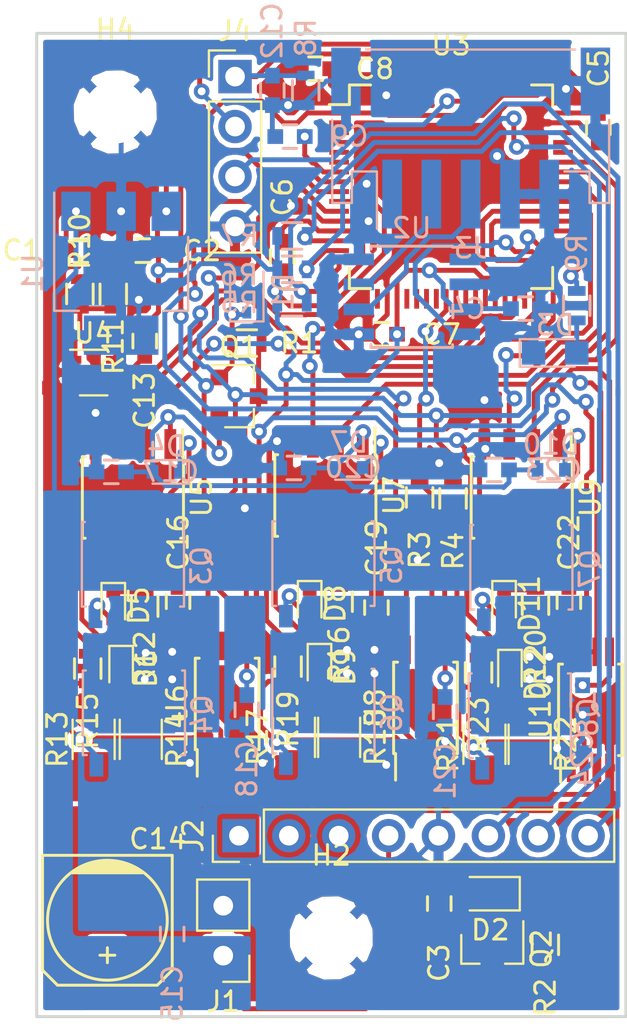
<source format=kicad_pcb>
(kicad_pcb (version 20171130) (host pcbnew "(5.0.0-rc2-108-g8444b1b61-dirty)")
  (layers (0 F.Cu signal) (31 B.Cu signal) (34 B.Paste user) (35 F.Paste user) (36 B.SilkS user) (37 F.SilkS user) (38 B.Mask user) (39 F.Mask user) (44 Edge.Cuts user))
  (net 0 "")
  (net 1 /PWR_BAT)
  (net 2 GND)
  (net 3 "Net-(D1-Pad1)")
  (net 4 /Drive/Vdrv)
  (net 5 +3V3)
  (net 6 "Net-(C19-Pad1)")
  (net 7 "Net-(D8-Pad1)")
  (net 8 "Net-(C19-Pad2)")
  (net 9 "Net-(D9-Pad1)")
  (net 10 /Control/VEN_3v3)
  (net 11 /Control/VPWM_3v3)
  (net 12 /Control/UPWM_3v3)
  (net 13 /Control/UEN_3v3)
  (net 14 "Net-(D6-Pad1)")
  (net 15 "Net-(C16-Pad2)")
  (net 16 "Net-(D5-Pad1)")
  (net 17 "Net-(C16-Pad1)")
  (net 18 "Net-(C22-Pad1)")
  (net 19 "Net-(D11-Pad1)")
  (net 20 "Net-(C22-Pad2)")
  (net 21 "Net-(D12-Pad1)")
  (net 22 /Control/WEN_3v3)
  (net 23 /Control/WPWM_3v3)
  (net 24 "Net-(J3-Pad2)")
  (net 25 "Net-(J3-Pad3)")
  (net 26 /Control/can_tx)
  (net 27 /Control/can_rx)
  (net 28 "Net-(D6-Pad2)")
  (net 29 "Net-(D12-Pad2)")
  (net 30 "Net-(D11-Pad2)")
  (net 31 "Net-(D9-Pad2)")
  (net 32 "Net-(D8-Pad2)")
  (net 33 "Net-(D5-Pad2)")
  (net 34 "Net-(R10-Pad2)")
  (net 35 "Net-(D3-Pad2)")
  (net 36 "Net-(R9-Pad1)")
  (net 37 /Control/HALL_U_3v3)
  (net 38 /Control/HALL_V_3v3)
  (net 39 /Control/HALL_W_3v3)
  (net 40 /Control/BAT_ADC_0-3v3)
  (net 41 "Net-(D2-Pad1)")
  (net 42 /Control/boot0_3v3)
  (net 43 "Net-(C3-Pad1)")
  (net 44 "Net-(C9-Pad1)")
  (net 45 /Control/REF_1v65)
  (net 46 /Drive/U_PH)
  (net 47 /Drive/V_PH)
  (net 48 /Drive/W_PH)
  (net 49 /Control/rx_3v3)
  (net 50 /Control/tx_3v3)
  (net 51 /Control/I_U_0-3v3)
  (net 52 /Control/I_V_0-3v3)
  (net 53 /Control/I_W_0-3v3)
  (net 54 "Net-(U3-Pad62)")
  (net 55 "Net-(U3-Pad61)")
  (net 56 "Net-(U3-Pad59)")
  (net 57 "Net-(U3-Pad58)")
  (net 58 "Net-(U3-Pad57)")
  (net 59 "Net-(U3-Pad56)")
  (net 60 "Net-(U3-Pad55)")
  (net 61 "Net-(U3-Pad54)")
  (net 62 "Net-(U3-Pad53)")
  (net 63 "Net-(U3-Pad50)")
  (net 64 "Net-(U3-Pad49)")
  (net 65 "Net-(U3-Pad46)")
  (net 66 "Net-(U3-Pad45)")
  (net 67 "Net-(U3-Pad44)")
  (net 68 "Net-(U3-Pad40)")
  (net 69 "Net-(U3-Pad36)")
  (net 70 "Net-(U3-Pad30)")
  (net 71 "Net-(U3-Pad29)")
  (net 72 "Net-(U3-Pad28)")
  (net 73 "Net-(U3-Pad26)")
  (net 74 "Net-(U3-Pad25)")
  (net 75 "Net-(U3-Pad23)")
  (net 76 "Net-(U3-Pad22)")
  (net 77 "Net-(U3-Pad21)")
  (net 78 "Net-(U3-Pad20)")
  (net 79 "Net-(U3-Pad17)")
  (net 80 "Net-(U3-Pad4)")
  (net 81 "Net-(U3-Pad3)")
  (net 82 "Net-(U3-Pad2)")
  (net 83 "Net-(J3-Pad1)")
  (net 84 "Net-(U3-Pad6)")
  (net 85 "Net-(U3-Pad5)")
  (net 86 "Net-(U3-Pad27)")
  (module Diodes_SMD:D_SOD-323 (layer F.Cu) (at 73.1 93.75 180)
    (fp_text reference D2 (at 0 -1.85 180) (layer F.SilkS))
    (fp_text value BZD27Cxx/5V6)
    (pad 1 smd rect (at -1.05 0 180) (size 0.6 0.45) (layers F.Cu F.Paste F.Mask) (net 41 "Net-(D2-Pad1)"))
    (pad 2 smd rect (at 1.05 0 180) (size 0.6 0.45) (layers F.Cu F.Paste F.Mask) (net 2 GND))
  )
  (module Diodes_SMD:D_SOD-323 (layer B.Cu) (at 60.7 63.15 90)
    (fp_text reference D1 (at 0 1.85 90) (layer B.SilkS) (effects (justify mirror)))
    (fp_text value BZD27Cxx/15V)
    (pad 2 smd rect (at 1.05 0 90) (size 0.6 0.45) (layers B.Cu B.Paste B.Mask) (net 2 GND))
    (pad 1 smd rect (at -1.05 0 90) (size 0.6 0.45) (layers B.Cu B.Paste B.Mask) (net 3 "Net-(D1-Pad1)"))
  )
  (module TO_SOT_Packages_SMD:SOT-23 (layer F.Cu) (at 73.2 96.55 270)
    (fp_text reference Q2 (at 0 -2.5 270) (layer F.SilkS))
    (fp_text value SO2222A)
    (pad 3 smd rect (at 1 0 270) (size 0.9 0.8) (layers F.Cu F.Paste F.Mask) (net 1 /PWR_BAT))
    (pad 2 smd rect (at -1 0.95 270) (size 0.9 0.8) (layers F.Cu F.Paste F.Mask) (net 43 "Net-(C3-Pad1)"))
    (pad 1 smd rect (at -1 -0.95 270) (size 0.9 0.8) (layers F.Cu F.Paste F.Mask) (net 41 "Net-(D2-Pad1)"))
  )
  (module TO_SOT_Packages_SMD:SOT-353_SC-70-5 (layer F.Cu) (at 52.9 67.25)
    (fp_text reference U4 (at 0 -2) (layer F.SilkS))
    (fp_text value OPA349SA-3K)
    (pad 5 smd rect (at 0.95 -0.65) (size 0.65 0.4) (layers F.Cu F.Paste F.Mask) (net 5 +3V3))
    (pad 4 smd rect (at 0.95 0.65) (size 0.65 0.4) (layers F.Cu F.Paste F.Mask) (net 45 /Control/REF_1v65))
    (pad 2 smd rect (at -0.95 0) (size 0.65 0.4) (layers F.Cu F.Paste F.Mask) (net 2 GND))
    (pad 3 smd rect (at -0.95 0.65) (size 0.65 0.4) (layers F.Cu F.Paste F.Mask) (net 45 /Control/REF_1v65))
    (pad 1 smd rect (at -0.95 -0.65) (size 0.65 0.4) (layers F.Cu F.Paste F.Mask) (net 34 "Net-(R10-Pad2)"))
  )
  (module Pin_Headers:Pin_Header_Straight_1x04_Pitch2.54mm (layer F.Cu) (at 60.1 52.2)
    (fp_text reference J4 (at 0 -2.33) (layer F.SilkS))
    (fp_text value Conn_01x04)
    (pad 4 thru_hole oval (at 0 7.62) (size 1.7 1.7) (drill 1) (layers *.Cu *.Mask) (net 2 GND))
    (pad 3 thru_hole oval (at 0 5.08) (size 1.7 1.7) (drill 1) (layers *.Cu *.Mask) (net 49 /Control/rx_3v3))
    (pad 2 thru_hole oval (at 0 2.54) (size 1.7 1.7) (drill 1) (layers *.Cu *.Mask) (net 50 /Control/tx_3v3))
    (pad 1 thru_hole rect (at 0 0) (size 1.7 1.7) (drill 1) (layers *.Cu *.Mask) (net 42 /Control/boot0_3v3))
  )
  (module Housings_SOIC:SOIC-8_3.9x4.9mm_Pitch1.27mm (layer B.Cu) (at 69.1 63.4 180)
    (fp_text reference U2 (at 0 3.5 180) (layer B.SilkS) (effects (justify mirror)))
    (fp_text value MAX3051)
    (pad 8 smd rect (at 2.7 1.905 180) (size 1.55 0.6) (layers B.Cu B.Paste B.Mask) (net 2 GND))
    (pad 7 smd rect (at 2.7 0.635 180) (size 1.55 0.6) (layers B.Cu B.Paste B.Mask) (net 24 "Net-(J3-Pad2)"))
    (pad 6 smd rect (at 2.7 -0.635 180) (size 1.55 0.6) (layers B.Cu B.Paste B.Mask) (net 25 "Net-(J3-Pad3)"))
    (pad 5 smd rect (at 2.7 -1.905 180) (size 1.55 0.6) (layers B.Cu B.Paste B.Mask) (net 2 GND))
    (pad 4 smd rect (at -2.7 -1.905 180) (size 1.55 0.6) (layers B.Cu B.Paste B.Mask) (net 27 /Control/can_rx))
    (pad 3 smd rect (at -2.7 -0.635 180) (size 1.55 0.6) (layers B.Cu B.Paste B.Mask) (net 5 +3V3))
    (pad 2 smd rect (at -2.7 0.635 180) (size 1.55 0.6) (layers B.Cu B.Paste B.Mask) (net 2 GND))
    (pad 1 smd rect (at -2.7 1.905 180) (size 1.55 0.6) (layers B.Cu B.Paste B.Mask) (net 26 /Control/can_tx))
  )
  (module Housings_QFP:LQFP-64_10x10mm_Pitch0.5mm (layer F.Cu) (at 71.1 57.8)
    (fp_text reference U3 (at 0 -7.2) (layer F.SilkS))
    (fp_text value STM32L496RGTx)
    (pad 64 smd rect (at -3.75 -5.7 90) (size 1 0.25) (layers F.Cu F.Paste F.Mask) (net 5 +3V3))
    (pad 63 smd rect (at -3.25 -5.7 90) (size 1 0.25) (layers F.Cu F.Paste F.Mask) (net 2 GND))
    (pad 62 smd rect (at -2.75 -5.7 90) (size 1 0.25) (layers F.Cu F.Paste F.Mask) (net 54 "Net-(U3-Pad62)"))
    (pad 61 smd rect (at -2.25 -5.7 90) (size 1 0.25) (layers F.Cu F.Paste F.Mask) (net 55 "Net-(U3-Pad61)"))
    (pad 60 smd rect (at -1.75 -5.7 90) (size 1 0.25) (layers F.Cu F.Paste F.Mask) (net 42 /Control/boot0_3v3))
    (pad 59 smd rect (at -1.25 -5.7 90) (size 1 0.25) (layers F.Cu F.Paste F.Mask) (net 56 "Net-(U3-Pad59)"))
    (pad 58 smd rect (at -0.75 -5.7 90) (size 1 0.25) (layers F.Cu F.Paste F.Mask) (net 57 "Net-(U3-Pad58)"))
    (pad 57 smd rect (at -0.25 -5.7 90) (size 1 0.25) (layers F.Cu F.Paste F.Mask) (net 58 "Net-(U3-Pad57)"))
    (pad 56 smd rect (at 0.25 -5.7 90) (size 1 0.25) (layers F.Cu F.Paste F.Mask) (net 59 "Net-(U3-Pad56)"))
    (pad 55 smd rect (at 0.75 -5.7 90) (size 1 0.25) (layers F.Cu F.Paste F.Mask) (net 60 "Net-(U3-Pad55)"))
    (pad 54 smd rect (at 1.25 -5.7 90) (size 1 0.25) (layers F.Cu F.Paste F.Mask) (net 61 "Net-(U3-Pad54)"))
    (pad 53 smd rect (at 1.75 -5.7 90) (size 1 0.25) (layers F.Cu F.Paste F.Mask) (net 62 "Net-(U3-Pad53)"))
    (pad 52 smd rect (at 2.25 -5.7 90) (size 1 0.25) (layers F.Cu F.Paste F.Mask) (net 49 /Control/rx_3v3))
    (pad 51 smd rect (at 2.75 -5.7 90) (size 1 0.25) (layers F.Cu F.Paste F.Mask) (net 50 /Control/tx_3v3))
    (pad 50 smd rect (at 3.25 -5.7 90) (size 1 0.25) (layers F.Cu F.Paste F.Mask) (net 63 "Net-(U3-Pad50)"))
    (pad 49 smd rect (at 3.75 -5.7 90) (size 1 0.25) (layers F.Cu F.Paste F.Mask) (net 64 "Net-(U3-Pad49)"))
    (pad 48 smd rect (at 5.7 -3.75) (size 1 0.25) (layers F.Cu F.Paste F.Mask) (net 5 +3V3))
    (pad 47 smd rect (at 5.7 -3.25) (size 1 0.25) (layers F.Cu F.Paste F.Mask) (net 2 GND))
    (pad 46 smd rect (at 5.7 -2.75) (size 1 0.25) (layers F.Cu F.Paste F.Mask) (net 65 "Net-(U3-Pad46)"))
    (pad 45 smd rect (at 5.7 -2.25) (size 1 0.25) (layers F.Cu F.Paste F.Mask) (net 66 "Net-(U3-Pad45)"))
    (pad 44 smd rect (at 5.7 -1.75) (size 1 0.25) (layers F.Cu F.Paste F.Mask) (net 67 "Net-(U3-Pad44)"))
    (pad 43 smd rect (at 5.7 -1.25) (size 1 0.25) (layers F.Cu F.Paste F.Mask) (net 23 /Control/WPWM_3v3))
    (pad 42 smd rect (at 5.7 -0.75) (size 1 0.25) (layers F.Cu F.Paste F.Mask) (net 11 /Control/VPWM_3v3))
    (pad 41 smd rect (at 5.7 -0.25) (size 1 0.25) (layers F.Cu F.Paste F.Mask) (net 12 /Control/UPWM_3v3))
    (pad 40 smd rect (at 5.7 0.25) (size 1 0.25) (layers F.Cu F.Paste F.Mask) (net 68 "Net-(U3-Pad40)"))
    (pad 39 smd rect (at 5.7 0.75) (size 1 0.25) (layers F.Cu F.Paste F.Mask) (net 22 /Control/WEN_3v3))
    (pad 38 smd rect (at 5.7 1.25) (size 1 0.25) (layers F.Cu F.Paste F.Mask) (net 10 /Control/VEN_3v3))
    (pad 37 smd rect (at 5.7 1.75) (size 1 0.25) (layers F.Cu F.Paste F.Mask) (net 13 /Control/UEN_3v3))
    (pad 36 smd rect (at 5.7 2.25) (size 1 0.25) (layers F.Cu F.Paste F.Mask) (net 69 "Net-(U3-Pad36)"))
    (pad 35 smd rect (at 5.7 2.75) (size 1 0.25) (layers F.Cu F.Paste F.Mask) (net 36 "Net-(R9-Pad1)"))
    (pad 34 smd rect (at 5.7 3.25) (size 1 0.25) (layers F.Cu F.Paste F.Mask) (net 26 /Control/can_tx))
    (pad 33 smd rect (at 5.7 3.75) (size 1 0.25) (layers F.Cu F.Paste F.Mask) (net 27 /Control/can_rx))
    (pad 32 smd rect (at 3.75 5.7 90) (size 1 0.25) (layers F.Cu F.Paste F.Mask) (net 5 +3V3))
    (pad 31 smd rect (at 3.25 5.7 90) (size 1 0.25) (layers F.Cu F.Paste F.Mask) (net 2 GND))
    (pad 30 smd rect (at 2.75 5.7 90) (size 1 0.25) (layers F.Cu F.Paste F.Mask) (net 70 "Net-(U3-Pad30)"))
    (pad 29 smd rect (at 2.25 5.7 90) (size 1 0.25) (layers F.Cu F.Paste F.Mask) (net 71 "Net-(U3-Pad29)"))
    (pad 28 smd rect (at 1.75 5.7 90) (size 1 0.25) (layers F.Cu F.Paste F.Mask) (net 72 "Net-(U3-Pad28)"))
    (pad 27 smd rect (at 1.25 5.7 90) (size 1 0.25) (layers F.Cu F.Paste F.Mask) (net 86 "Net-(U3-Pad27)"))
    (pad 26 smd rect (at 0.75 5.7 90) (size 1 0.25) (layers F.Cu F.Paste F.Mask) (net 73 "Net-(U3-Pad26)"))
    (pad 25 smd rect (at 0.25 5.7 90) (size 1 0.25) (layers F.Cu F.Paste F.Mask) (net 74 "Net-(U3-Pad25)"))
    (pad 24 smd rect (at -0.25 5.7 90) (size 1 0.25) (layers F.Cu F.Paste F.Mask) (net 40 /Control/BAT_ADC_0-3v3))
    (pad 23 smd rect (at -0.75 5.7 90) (size 1 0.25) (layers F.Cu F.Paste F.Mask) (net 75 "Net-(U3-Pad23)"))
    (pad 22 smd rect (at -1.25 5.7 90) (size 1 0.25) (layers F.Cu F.Paste F.Mask) (net 76 "Net-(U3-Pad22)"))
    (pad 21 smd rect (at -1.75 5.7 90) (size 1 0.25) (layers F.Cu F.Paste F.Mask) (net 77 "Net-(U3-Pad21)"))
    (pad 20 smd rect (at -2.25 5.7 90) (size 1 0.25) (layers F.Cu F.Paste F.Mask) (net 78 "Net-(U3-Pad20)"))
    (pad 19 smd rect (at -2.75 5.7 90) (size 1 0.25) (layers F.Cu F.Paste F.Mask) (net 5 +3V3))
    (pad 18 smd rect (at -3.25 5.7 90) (size 1 0.25) (layers F.Cu F.Paste F.Mask) (net 2 GND))
    (pad 17 smd rect (at -3.75 5.7 90) (size 1 0.25) (layers F.Cu F.Paste F.Mask) (net 79 "Net-(U3-Pad17)"))
    (pad 16 smd rect (at -5.7 3.75) (size 1 0.25) (layers F.Cu F.Paste F.Mask) (net 39 /Control/HALL_W_3v3))
    (pad 15 smd rect (at -5.7 3.25) (size 1 0.25) (layers F.Cu F.Paste F.Mask) (net 38 /Control/HALL_V_3v3))
    (pad 14 smd rect (at -5.7 2.75) (size 1 0.25) (layers F.Cu F.Paste F.Mask) (net 37 /Control/HALL_U_3v3))
    (pad 13 smd rect (at -5.7 2.25) (size 1 0.25) (layers F.Cu F.Paste F.Mask) (net 5 +3V3))
    (pad 12 smd rect (at -5.7 1.75) (size 1 0.25) (layers F.Cu F.Paste F.Mask) (net 2 GND))
    (pad 11 smd rect (at -5.7 1.25) (size 1 0.25) (layers F.Cu F.Paste F.Mask) (net 52 /Control/I_V_0-3v3))
    (pad 10 smd rect (at -5.7 0.75) (size 1 0.25) (layers F.Cu F.Paste F.Mask) (net 45 /Control/REF_1v65))
    (pad 9 smd rect (at -5.7 0.25) (size 1 0.25) (layers F.Cu F.Paste F.Mask) (net 53 /Control/I_W_0-3v3))
    (pad 8 smd rect (at -5.7 -0.25) (size 1 0.25) (layers F.Cu F.Paste F.Mask) (net 51 /Control/I_U_0-3v3))
    (pad 7 smd rect (at -5.7 -0.75) (size 1 0.25) (layers F.Cu F.Paste F.Mask) (net 44 "Net-(C9-Pad1)"))
    (pad 6 smd rect (at -5.7 -1.25) (size 1 0.25) (layers F.Cu F.Paste F.Mask) (net 84 "Net-(U3-Pad6)"))
    (pad 5 smd rect (at -5.7 -1.75) (size 1 0.25) (layers F.Cu F.Paste F.Mask) (net 85 "Net-(U3-Pad5)"))
    (pad 4 smd rect (at -5.7 -2.25) (size 1 0.25) (layers F.Cu F.Paste F.Mask) (net 80 "Net-(U3-Pad4)"))
    (pad 3 smd rect (at -5.7 -2.75) (size 1 0.25) (layers F.Cu F.Paste F.Mask) (net 81 "Net-(U3-Pad3)"))
    (pad 2 smd rect (at -5.7 -3.25) (size 1 0.25) (layers F.Cu F.Paste F.Mask) (net 82 "Net-(U3-Pad2)"))
    (pad 1 smd rect (at -5.7 -3.75) (size 1 0.25) (layers F.Cu F.Paste F.Mask) (net 5 +3V3))
  )
  (module Housings_SSOP:TSSOP-8_4.4x3mm_Pitch0.65mm (layer F.Cu) (at 78.2 84.4 90)
    (fp_text reference U10 (at 0 -2.55 90) (layer F.SilkS))
    (fp_text value INA240A1PW)
    (pad 8 smd rect (at 2.95 -0.975 90) (size 1.45 0.45) (layers F.Cu F.Paste F.Mask) (net 53 /Control/I_W_0-3v3))
    (pad 7 smd rect (at 2.95 -0.325 90) (size 1.45 0.45) (layers F.Cu F.Paste F.Mask) (net 45 /Control/REF_1v65))
    (pad 6 smd rect (at 2.95 0.325 90) (size 1.45 0.45) (layers F.Cu F.Paste F.Mask) (net 45 /Control/REF_1v65))
    (pad 5 smd rect (at 2.95 0.975 90) (size 1.45 0.45) (layers F.Cu F.Paste F.Mask) (net 5 +3V3))
    (pad 4 smd rect (at -2.95 0.975 90) (size 1.45 0.45) (layers F.Cu F.Paste F.Mask) (net 2 GND))
    (pad 3 smd rect (at -2.95 0.325 90) (size 1.45 0.45) (layers F.Cu F.Paste F.Mask) (net 48 /Drive/W_PH))
    (pad 2 smd rect (at -2.95 -0.325 90) (size 1.45 0.45) (layers F.Cu F.Paste F.Mask) (net 20 "Net-(C22-Pad2)"))
    (pad 1 smd rect (at -2.95 -0.975 90) (size 1.45 0.45) (layers F.Cu F.Paste F.Mask) (net 2 GND))
  )
  (module Housings_SSOP:TSSOP-8_4.4x3mm_Pitch0.65mm (layer F.Cu) (at 69.8 84.3 90)
    (fp_text reference U8 (at 0 -2.55 90) (layer F.SilkS))
    (fp_text value INA240A1PW)
    (pad 1 smd rect (at -2.95 -0.975 90) (size 1.45 0.45) (layers F.Cu F.Paste F.Mask) (net 2 GND))
    (pad 2 smd rect (at -2.95 -0.325 90) (size 1.45 0.45) (layers F.Cu F.Paste F.Mask) (net 8 "Net-(C19-Pad2)"))
    (pad 3 smd rect (at -2.95 0.325 90) (size 1.45 0.45) (layers F.Cu F.Paste F.Mask) (net 47 /Drive/V_PH))
    (pad 4 smd rect (at -2.95 0.975 90) (size 1.45 0.45) (layers F.Cu F.Paste F.Mask) (net 2 GND))
    (pad 5 smd rect (at 2.95 0.975 90) (size 1.45 0.45) (layers F.Cu F.Paste F.Mask) (net 5 +3V3))
    (pad 6 smd rect (at 2.95 0.325 90) (size 1.45 0.45) (layers F.Cu F.Paste F.Mask) (net 45 /Control/REF_1v65))
    (pad 7 smd rect (at 2.95 -0.325 90) (size 1.45 0.45) (layers F.Cu F.Paste F.Mask) (net 45 /Control/REF_1v65))
    (pad 8 smd rect (at 2.95 -0.975 90) (size 1.45 0.45) (layers F.Cu F.Paste F.Mask) (net 52 /Control/I_V_0-3v3))
  )
  (module Housings_SSOP:TSSOP-8_4.4x3mm_Pitch0.65mm (layer F.Cu) (at 59.7 84.1 90)
    (fp_text reference U6 (at 0 -2.55 90) (layer F.SilkS))
    (fp_text value INA240A1PW)
    (pad 8 smd rect (at 2.95 -0.975 90) (size 1.45 0.45) (layers F.Cu F.Paste F.Mask) (net 51 /Control/I_U_0-3v3))
    (pad 7 smd rect (at 2.95 -0.325 90) (size 1.45 0.45) (layers F.Cu F.Paste F.Mask) (net 45 /Control/REF_1v65))
    (pad 6 smd rect (at 2.95 0.325 90) (size 1.45 0.45) (layers F.Cu F.Paste F.Mask) (net 45 /Control/REF_1v65))
    (pad 5 smd rect (at 2.95 0.975 90) (size 1.45 0.45) (layers F.Cu F.Paste F.Mask) (net 5 +3V3))
    (pad 4 smd rect (at -2.95 0.975 90) (size 1.45 0.45) (layers F.Cu F.Paste F.Mask) (net 2 GND))
    (pad 3 smd rect (at -2.95 0.325 90) (size 1.45 0.45) (layers F.Cu F.Paste F.Mask) (net 46 /Drive/U_PH))
    (pad 2 smd rect (at -2.95 -0.325 90) (size 1.45 0.45) (layers F.Cu F.Paste F.Mask) (net 15 "Net-(C16-Pad2)"))
    (pad 1 smd rect (at -2.95 -0.975 90) (size 1.45 0.45) (layers F.Cu F.Paste F.Mask) (net 2 GND))
  )
  (module Diodes_SMD:D_SOD-523 (layer B.Cu) (at 56.6 72.3 180)
    (fp_text reference D4 (at 0 1.3 180) (layer B.SilkS) (effects (justify mirror)))
    (fp_text value BAS-40-02V-V-G-08)
    (pad 1 smd rect (at -0.7 0) (size 0.6 0.7) (layers B.Cu B.Paste B.Mask) (net 17 "Net-(C16-Pad1)"))
    (pad 2 smd rect (at 0.7 0) (size 0.6 0.7) (layers B.Cu B.Paste B.Mask) (net 4 /Drive/Vdrv))
  )
  (module Diodes_SMD:D_SOD-523 (layer F.Cu) (at 53.9 79.1 270)
    (fp_text reference D5 (at 0 -1.3 270) (layer F.SilkS))
    (fp_text value BAS-40-02V-V-G-08)
    (pad 2 smd rect (at 0.7 0 90) (size 0.6 0.7) (layers F.Cu F.Paste F.Mask) (net 33 "Net-(D5-Pad2)"))
    (pad 1 smd rect (at -0.7 0 90) (size 0.6 0.7) (layers F.Cu F.Paste F.Mask) (net 16 "Net-(D5-Pad1)"))
  )
  (module Diodes_SMD:D_SOD-523 (layer F.Cu) (at 74.1 82.5 270)
    (fp_text reference D12 (at 0 -1.3 270) (layer F.SilkS))
    (fp_text value BAS-40-02V-V-G-08)
    (pad 1 smd rect (at -0.7 0 90) (size 0.6 0.7) (layers F.Cu F.Paste F.Mask) (net 21 "Net-(D12-Pad1)"))
    (pad 2 smd rect (at 0.7 0 90) (size 0.6 0.7) (layers F.Cu F.Paste F.Mask) (net 29 "Net-(D12-Pad2)"))
  )
  (module Diodes_SMD:D_SOD-523 (layer F.Cu) (at 73.8 79 270)
    (fp_text reference D11 (at 0 -1.3 270) (layer F.SilkS))
    (fp_text value BAS-40-02V-V-G-08)
    (pad 2 smd rect (at 0.7 0 90) (size 0.6 0.7) (layers F.Cu F.Paste F.Mask) (net 30 "Net-(D11-Pad2)"))
    (pad 1 smd rect (at -0.7 0 90) (size 0.6 0.7) (layers F.Cu F.Paste F.Mask) (net 19 "Net-(D11-Pad1)"))
  )
  (module Diodes_SMD:D_SOD-523 (layer B.Cu) (at 76.2 72.2 180)
    (fp_text reference D10 (at 0 1.3 180) (layer B.SilkS) (effects (justify mirror)))
    (fp_text value BAS-40-02V-V-G-08)
    (pad 1 smd rect (at -0.7 0) (size 0.6 0.7) (layers B.Cu B.Paste B.Mask) (net 18 "Net-(C22-Pad1)"))
    (pad 2 smd rect (at 0.7 0) (size 0.6 0.7) (layers B.Cu B.Paste B.Mask) (net 4 /Drive/Vdrv))
  )
  (module Diodes_SMD:D_SOD-523 (layer F.Cu) (at 64.4 82.2 270)
    (fp_text reference D9 (at 0 -1.3 270) (layer F.SilkS))
    (fp_text value BAS-40-02V-V-G-08)
    (pad 2 smd rect (at 0.7 0 90) (size 0.6 0.7) (layers F.Cu F.Paste F.Mask) (net 31 "Net-(D9-Pad2)"))
    (pad 1 smd rect (at -0.7 0 90) (size 0.6 0.7) (layers F.Cu F.Paste F.Mask) (net 9 "Net-(D9-Pad1)"))
  )
  (module Diodes_SMD:D_SOD-523 (layer F.Cu) (at 63.9 79 270)
    (fp_text reference D8 (at 0 -1.3 270) (layer F.SilkS))
    (fp_text value BAS-40-02V-V-G-08)
    (pad 1 smd rect (at -0.7 0 90) (size 0.6 0.7) (layers F.Cu F.Paste F.Mask) (net 7 "Net-(D8-Pad1)"))
    (pad 2 smd rect (at 0.7 0 90) (size 0.6 0.7) (layers F.Cu F.Paste F.Mask) (net 32 "Net-(D8-Pad2)"))
  )
  (module Diodes_SMD:D_SOD-523 (layer B.Cu) (at 65.9 72.1 180)
    (fp_text reference D7 (at 0 1.3 180) (layer B.SilkS) (effects (justify mirror)))
    (fp_text value BAS-40-02V-V-G-08)
    (pad 2 smd rect (at 0.7 0) (size 0.6 0.7) (layers B.Cu B.Paste B.Mask) (net 4 /Drive/Vdrv))
    (pad 1 smd rect (at -0.7 0) (size 0.6 0.7) (layers B.Cu B.Paste B.Mask) (net 6 "Net-(C19-Pad1)"))
  )
  (module Diodes_SMD:D_SOD-523 (layer F.Cu) (at 54.3 82.3 270)
    (fp_text reference D6 (at 0 -1.3 270) (layer F.SilkS))
    (fp_text value BAS-40-02V-V-G-08)
    (pad 1 smd rect (at -0.7 0 90) (size 0.6 0.7) (layers F.Cu F.Paste F.Mask) (net 14 "Net-(D6-Pad1)"))
    (pad 2 smd rect (at 0.7 0 90) (size 0.6 0.7) (layers F.Cu F.Paste F.Mask) (net 28 "Net-(D6-Pad2)"))
  )
  (module Mounting_Holes:MountingHole_3.2mm_M3 (layer F.Cu) (at 54 54)
    (fp_text reference H4 (at 0 -4.2) (layer F.SilkS))
    (fp_text value MountingHole_Pad)
    (pad 1 np_thru_hole circle (at 0 0) (size 3.2 3.2) (drill 3.2) (layers *.Cu *.Mask) (net 2 GND))
  )
  (module Mounting_Holes:MountingHole_3.2mm_M3 (layer F.Cu) (at 65 96)
    (fp_text reference H2 (at 0 -4.2) (layer F.SilkS))
    (fp_text value MountingHole_Pad)
    (pad 1 np_thru_hole circle (at 0 0) (size 3.2 3.2) (drill 3.2) (layers *.Cu *.Mask) (net 2 GND))
  )
  (module Pin_Headers:Pin_Header_Straight_1x02_Pitch2.54mm (layer F.Cu) (at 59.5 96.9 180)
    (fp_text reference J1 (at 0 -2.33 180) (layer F.SilkS))
    (fp_text value Conn_01x02)
    (pad 2 thru_hole oval (at 0 2.54 180) (size 1.7 1.7) (drill 1) (layers *.Cu *.Mask) (net 2 GND))
    (pad 1 thru_hole rect (at 0 0 180) (size 1.7 1.7) (drill 1) (layers *.Cu *.Mask) (net 1 /PWR_BAT))
  )
  (module Pin_Headers:Pin_Header_Straight_1x08_Pitch2.54mm (layer F.Cu) (at 60.3 90.8 90)
    (fp_text reference J2 (at 0 -2.33 90) (layer F.SilkS))
    (fp_text value Conn_01x08)
    (pad 8 thru_hole oval (at 0 17.78 90) (size 1.7 1.7) (drill 1) (layers *.Cu *.Mask) (net 39 /Control/HALL_W_3v3))
    (pad 7 thru_hole oval (at 0 15.24 90) (size 1.7 1.7) (drill 1) (layers *.Cu *.Mask) (net 38 /Control/HALL_V_3v3))
    (pad 6 thru_hole oval (at 0 12.7 90) (size 1.7 1.7) (drill 1) (layers *.Cu *.Mask) (net 37 /Control/HALL_U_3v3))
    (pad 5 thru_hole oval (at 0 10.16 90) (size 1.7 1.7) (drill 1) (layers *.Cu *.Mask) (net 2 GND))
    (pad 4 thru_hole oval (at 0 7.62 90) (size 1.7 1.7) (drill 1) (layers *.Cu *.Mask) (net 43 "Net-(C3-Pad1)"))
    (pad 3 thru_hole oval (at 0 5.08 90) (size 1.7 1.7) (drill 1) (layers *.Cu *.Mask) (net 48 /Drive/W_PH))
    (pad 2 thru_hole oval (at 0 2.54 90) (size 1.7 1.7) (drill 1) (layers *.Cu *.Mask) (net 47 /Drive/V_PH))
    (pad 1 thru_hole rect (at 0 0 90) (size 1.7 1.7) (drill 1) (layers *.Cu *.Mask) (net 46 /Drive/U_PH))
  )
  (module Resistors_SMD:R_1206 (layer F.Cu) (at 72.8 86.15 90)
    (fp_text reference R21 (at 0 -1.85 90) (layer F.SilkS))
    (fp_text value 5m)
    (pad 1 smd rect (at -1.45 0 90) (size 0.9 1.7) (layers F.Cu F.Paste F.Mask) (net 48 /Drive/W_PH))
    (pad 2 smd rect (at 1.45 0 90) (size 0.9 1.7) (layers F.Cu F.Paste F.Mask) (net 20 "Net-(C22-Pad2)"))
  )
  (module Resistors_SMD:R_1206 (layer F.Cu) (at 63.1 85.8 90)
    (fp_text reference R17 (at 0 -1.85 90) (layer F.SilkS))
    (fp_text value 5m)
    (pad 2 smd rect (at 1.45 0 90) (size 0.9 1.7) (layers F.Cu F.Paste F.Mask) (net 8 "Net-(C19-Pad2)"))
    (pad 1 smd rect (at -1.45 0 90) (size 0.9 1.7) (layers F.Cu F.Paste F.Mask) (net 47 /Drive/V_PH))
  )
  (module Resistors_SMD:R_1206 (layer F.Cu) (at 75.1 86.15 270)
    (fp_text reference R22 (at 0 -1.85 270) (layer F.SilkS))
    (fp_text value 5m)
    (pad 1 smd rect (at -1.45 0 270) (size 0.9 1.7) (layers F.Cu F.Paste F.Mask) (net 20 "Net-(C22-Pad2)"))
    (pad 2 smd rect (at 1.45 0 270) (size 0.9 1.7) (layers F.Cu F.Paste F.Mask) (net 48 /Drive/W_PH))
  )
  (module Resistors_SMD:R_1206 (layer F.Cu) (at 65.4 85.8 270)
    (fp_text reference R18 (at 0 -1.85 270) (layer F.SilkS))
    (fp_text value 5m)
    (pad 2 smd rect (at 1.45 0 270) (size 0.9 1.7) (layers F.Cu F.Paste F.Mask) (net 47 /Drive/V_PH))
    (pad 1 smd rect (at -1.45 0 270) (size 0.9 1.7) (layers F.Cu F.Paste F.Mask) (net 8 "Net-(C19-Pad2)"))
  )
  (module Resistors_SMD:R_1206 (layer F.Cu) (at 55.3 85.9 270)
    (fp_text reference R14 (at 0 -1.85 270) (layer F.SilkS))
    (fp_text value 5m)
    (pad 1 smd rect (at -1.45 0 270) (size 0.9 1.7) (layers F.Cu F.Paste F.Mask) (net 15 "Net-(C16-Pad2)"))
    (pad 2 smd rect (at 1.45 0 270) (size 0.9 1.7) (layers F.Cu F.Paste F.Mask) (net 46 /Drive/U_PH))
  )
  (module Resistors_SMD:R_1206 (layer F.Cu) (at 52.9 85.9 90)
    (fp_text reference R13 (at 0 -1.85 90) (layer F.SilkS))
    (fp_text value 5m)
    (pad 2 smd rect (at 1.45 0 90) (size 0.9 1.7) (layers F.Cu F.Paste F.Mask) (net 15 "Net-(C16-Pad2)"))
    (pad 1 smd rect (at -1.45 0 90) (size 0.9 1.7) (layers F.Cu F.Paste F.Mask) (net 46 /Drive/U_PH))
  )
  (module TO_SOT_Packages_SMD:SOT-669_LFPAK (layer B.Cu) (at 74.68 76.985 90)
    (fp_text reference Q7 (at -0.245 3.48 90) (layer B.SilkS) (effects (justify mirror)))
    (fp_text value Q_NMOS_LFPAK)
    (pad 5 smd rect (at 0.185 1.15 90) (size 0.6 0.9) (layers B.Cu B.Paste B.Mask) (net 1 /PWR_BAT))
    (pad 5 smd rect (at -0.665 1.15 90) (size 0.6 0.9) (layers B.Cu B.Paste B.Mask) (net 1 /PWR_BAT))
    (pad 5 smd rect (at 1.035 1.15 90) (size 0.6 0.9) (layers B.Cu B.Paste B.Mask) (net 1 /PWR_BAT))
    (pad 5 smd rect (at 0.185 -1.15 90) (size 0.6 0.9) (layers B.Cu B.Paste B.Mask) (net 1 /PWR_BAT))
    (pad 5 smd rect (at -0.665 -1.15 90) (size 0.6 0.9) (layers B.Cu B.Paste B.Mask) (net 1 /PWR_BAT))
    (pad 5 smd rect (at 1.035 -1.15 90) (size 0.6 0.9) (layers B.Cu B.Paste B.Mask) (net 1 /PWR_BAT))
    (pad 5 smd rect (at 1.035 0 90) (size 0.6 0.9) (layers B.Cu B.Paste B.Mask) (net 1 /PWR_BAT))
    (pad 5 smd rect (at -0.665 0 90) (size 0.6 0.9) (layers B.Cu B.Paste B.Mask) (net 1 /PWR_BAT))
    (pad 5 smd rect (at 2.885 1.88 180) (size 0.6 0.9) (layers B.Cu B.Paste B.Mask) (net 1 /PWR_BAT))
    (pad 5 smd rect (at 2.885 -1.88 180) (size 0.6 0.9) (layers B.Cu B.Paste B.Mask) (net 1 /PWR_BAT))
    (pad 5 smd rect (at 2.885 0.6 180) (size 0.6 0.9) (layers B.Cu B.Paste B.Mask) (net 1 /PWR_BAT))
    (pad 2 smd rect (at -2.835 0.64 180) (size 0.7 1.15) (layers B.Cu B.Paste B.Mask) (net 20 "Net-(C22-Pad2)"))
    (pad 1 smd rect (at -2.835 1.91 180) (size 0.7 1.15) (layers B.Cu B.Paste B.Mask) (net 20 "Net-(C22-Pad2)"))
    (pad 3 smd rect (at -2.835 -0.64 180) (size 0.7 1.15) (layers B.Cu B.Paste B.Mask) (net 20 "Net-(C22-Pad2)"))
    (pad 5 smd rect (at 2.635 0 180) (size 4.7 1.55) (layers B.Cu B.Paste B.Mask) (net 1 /PWR_BAT))
    (pad 5 smd rect (at 0.435 0 180) (size 4.2 3.3) (layers B.Cu B.Paste B.Mask) (net 1 /PWR_BAT))
    (pad 4 smd rect (at -2.835 -1.91 180) (size 0.7 1.15) (layers B.Cu B.Paste B.Mask) (net 30 "Net-(D11-Pad2)"))
    (pad 5 smd rect (at 2.885 -0.6 180) (size 0.6 0.9) (layers B.Cu B.Paste B.Mask) (net 1 /PWR_BAT))
    (pad 5 smd rect (at 0.185 0 90) (size 0.6 0.9) (layers B.Cu B.Paste B.Mask) (net 1 /PWR_BAT))
  )
  (module TO_SOT_Packages_SMD:SOT-669_LFPAK (layer B.Cu) (at 54.9 76.835 90)
    (fp_text reference Q3 (at -0.245 3.48 90) (layer B.SilkS) (effects (justify mirror)))
    (fp_text value Q_NMOS_LFPAK)
    (pad 5 smd rect (at 0.185 0 90) (size 0.6 0.9) (layers B.Cu B.Paste B.Mask) (net 1 /PWR_BAT))
    (pad 5 smd rect (at 2.885 -0.6 180) (size 0.6 0.9) (layers B.Cu B.Paste B.Mask) (net 1 /PWR_BAT))
    (pad 4 smd rect (at -2.835 -1.91 180) (size 0.7 1.15) (layers B.Cu B.Paste B.Mask) (net 33 "Net-(D5-Pad2)"))
    (pad 5 smd rect (at 0.435 0 180) (size 4.2 3.3) (layers B.Cu B.Paste B.Mask) (net 1 /PWR_BAT))
    (pad 5 smd rect (at 2.635 0 180) (size 4.7 1.55) (layers B.Cu B.Paste B.Mask) (net 1 /PWR_BAT))
    (pad 3 smd rect (at -2.835 -0.64 180) (size 0.7 1.15) (layers B.Cu B.Paste B.Mask) (net 15 "Net-(C16-Pad2)"))
    (pad 1 smd rect (at -2.835 1.91 180) (size 0.7 1.15) (layers B.Cu B.Paste B.Mask) (net 15 "Net-(C16-Pad2)"))
    (pad 2 smd rect (at -2.835 0.64 180) (size 0.7 1.15) (layers B.Cu B.Paste B.Mask) (net 15 "Net-(C16-Pad2)"))
    (pad 5 smd rect (at 2.885 0.6 180) (size 0.6 0.9) (layers B.Cu B.Paste B.Mask) (net 1 /PWR_BAT))
    (pad 5 smd rect (at 2.885 -1.88 180) (size 0.6 0.9) (layers B.Cu B.Paste B.Mask) (net 1 /PWR_BAT))
    (pad 5 smd rect (at 2.885 1.88 180) (size 0.6 0.9) (layers B.Cu B.Paste B.Mask) (net 1 /PWR_BAT))
    (pad 5 smd rect (at -0.665 0 90) (size 0.6 0.9) (layers B.Cu B.Paste B.Mask) (net 1 /PWR_BAT))
    (pad 5 smd rect (at 1.035 0 90) (size 0.6 0.9) (layers B.Cu B.Paste B.Mask) (net 1 /PWR_BAT))
    (pad 5 smd rect (at 1.035 -1.15 90) (size 0.6 0.9) (layers B.Cu B.Paste B.Mask) (net 1 /PWR_BAT))
    (pad 5 smd rect (at -0.665 -1.15 90) (size 0.6 0.9) (layers B.Cu B.Paste B.Mask) (net 1 /PWR_BAT))
    (pad 5 smd rect (at 0.185 -1.15 90) (size 0.6 0.9) (layers B.Cu B.Paste B.Mask) (net 1 /PWR_BAT))
    (pad 5 smd rect (at 1.035 1.15 90) (size 0.6 0.9) (layers B.Cu B.Paste B.Mask) (net 1 /PWR_BAT))
    (pad 5 smd rect (at -0.665 1.15 90) (size 0.6 0.9) (layers B.Cu B.Paste B.Mask) (net 1 /PWR_BAT))
    (pad 5 smd rect (at 0.185 1.15 90) (size 0.6 0.9) (layers B.Cu B.Paste B.Mask) (net 1 /PWR_BAT))
  )
  (module TO_SOT_Packages_SMD:SOT-669_LFPAK (layer B.Cu) (at 54.95 84.385 90)
    (fp_text reference Q4 (at -0.245 3.48 90) (layer B.SilkS) (effects (justify mirror)))
    (fp_text value Q_NMOS_LFPAK)
    (pad 5 smd rect (at 0.185 1.15 90) (size 0.6 0.9) (layers B.Cu B.Paste B.Mask) (net 15 "Net-(C16-Pad2)"))
    (pad 5 smd rect (at -0.665 1.15 90) (size 0.6 0.9) (layers B.Cu B.Paste B.Mask) (net 15 "Net-(C16-Pad2)"))
    (pad 5 smd rect (at 1.035 1.15 90) (size 0.6 0.9) (layers B.Cu B.Paste B.Mask) (net 15 "Net-(C16-Pad2)"))
    (pad 5 smd rect (at 0.185 -1.15 90) (size 0.6 0.9) (layers B.Cu B.Paste B.Mask) (net 15 "Net-(C16-Pad2)"))
    (pad 5 smd rect (at -0.665 -1.15 90) (size 0.6 0.9) (layers B.Cu B.Paste B.Mask) (net 15 "Net-(C16-Pad2)"))
    (pad 5 smd rect (at 1.035 -1.15 90) (size 0.6 0.9) (layers B.Cu B.Paste B.Mask) (net 15 "Net-(C16-Pad2)"))
    (pad 5 smd rect (at 1.035 0 90) (size 0.6 0.9) (layers B.Cu B.Paste B.Mask) (net 15 "Net-(C16-Pad2)"))
    (pad 5 smd rect (at -0.665 0 90) (size 0.6 0.9) (layers B.Cu B.Paste B.Mask) (net 15 "Net-(C16-Pad2)"))
    (pad 5 smd rect (at 2.885 1.88 180) (size 0.6 0.9) (layers B.Cu B.Paste B.Mask) (net 15 "Net-(C16-Pad2)"))
    (pad 5 smd rect (at 2.885 -1.88 180) (size 0.6 0.9) (layers B.Cu B.Paste B.Mask) (net 15 "Net-(C16-Pad2)"))
    (pad 5 smd rect (at 2.885 0.6 180) (size 0.6 0.9) (layers B.Cu B.Paste B.Mask) (net 15 "Net-(C16-Pad2)"))
    (pad 2 smd rect (at -2.835 0.64 180) (size 0.7 1.15) (layers B.Cu B.Paste B.Mask) (net 2 GND))
    (pad 1 smd rect (at -2.835 1.91 180) (size 0.7 1.15) (layers B.Cu B.Paste B.Mask) (net 2 GND))
    (pad 3 smd rect (at -2.835 -0.64 180) (size 0.7 1.15) (layers B.Cu B.Paste B.Mask) (net 2 GND))
    (pad 5 smd rect (at 2.635 0 180) (size 4.7 1.55) (layers B.Cu B.Paste B.Mask) (net 15 "Net-(C16-Pad2)"))
    (pad 5 smd rect (at 0.435 0 180) (size 4.2 3.3) (layers B.Cu B.Paste B.Mask) (net 15 "Net-(C16-Pad2)"))
    (pad 4 smd rect (at -2.835 -1.91 180) (size 0.7 1.15) (layers B.Cu B.Paste B.Mask) (net 28 "Net-(D6-Pad2)"))
    (pad 5 smd rect (at 2.885 -0.6 180) (size 0.6 0.9) (layers B.Cu B.Paste B.Mask) (net 15 "Net-(C16-Pad2)"))
    (pad 5 smd rect (at 0.185 0 90) (size 0.6 0.9) (layers B.Cu B.Paste B.Mask) (net 15 "Net-(C16-Pad2)"))
  )
  (module TO_SOT_Packages_SMD:SOT-669_LFPAK (layer B.Cu) (at 64.6 76.8 90)
    (fp_text reference Q5 (at -0.245 3.48 90) (layer B.SilkS) (effects (justify mirror)))
    (fp_text value Q_NMOS_LFPAK)
    (pad 5 smd rect (at 0.185 0 90) (size 0.6 0.9) (layers B.Cu B.Paste B.Mask) (net 1 /PWR_BAT))
    (pad 5 smd rect (at 2.885 -0.6 180) (size 0.6 0.9) (layers B.Cu B.Paste B.Mask) (net 1 /PWR_BAT))
    (pad 4 smd rect (at -2.835 -1.91 180) (size 0.7 1.15) (layers B.Cu B.Paste B.Mask) (net 32 "Net-(D8-Pad2)"))
    (pad 5 smd rect (at 0.435 0 180) (size 4.2 3.3) (layers B.Cu B.Paste B.Mask) (net 1 /PWR_BAT))
    (pad 5 smd rect (at 2.635 0 180) (size 4.7 1.55) (layers B.Cu B.Paste B.Mask) (net 1 /PWR_BAT))
    (pad 3 smd rect (at -2.835 -0.64 180) (size 0.7 1.15) (layers B.Cu B.Paste B.Mask) (net 8 "Net-(C19-Pad2)"))
    (pad 1 smd rect (at -2.835 1.91 180) (size 0.7 1.15) (layers B.Cu B.Paste B.Mask) (net 8 "Net-(C19-Pad2)"))
    (pad 2 smd rect (at -2.835 0.64 180) (size 0.7 1.15) (layers B.Cu B.Paste B.Mask) (net 8 "Net-(C19-Pad2)"))
    (pad 5 smd rect (at 2.885 0.6 180) (size 0.6 0.9) (layers B.Cu B.Paste B.Mask) (net 1 /PWR_BAT))
    (pad 5 smd rect (at 2.885 -1.88 180) (size 0.6 0.9) (layers B.Cu B.Paste B.Mask) (net 1 /PWR_BAT))
    (pad 5 smd rect (at 2.885 1.88 180) (size 0.6 0.9) (layers B.Cu B.Paste B.Mask) (net 1 /PWR_BAT))
    (pad 5 smd rect (at -0.665 0 90) (size 0.6 0.9) (layers B.Cu B.Paste B.Mask) (net 1 /PWR_BAT))
    (pad 5 smd rect (at 1.035 0 90) (size 0.6 0.9) (layers B.Cu B.Paste B.Mask) (net 1 /PWR_BAT))
    (pad 5 smd rect (at 1.035 -1.15 90) (size 0.6 0.9) (layers B.Cu B.Paste B.Mask) (net 1 /PWR_BAT))
    (pad 5 smd rect (at -0.665 -1.15 90) (size 0.6 0.9) (layers B.Cu B.Paste B.Mask) (net 1 /PWR_BAT))
    (pad 5 smd rect (at 0.185 -1.15 90) (size 0.6 0.9) (layers B.Cu B.Paste B.Mask) (net 1 /PWR_BAT))
    (pad 5 smd rect (at 1.035 1.15 90) (size 0.6 0.9) (layers B.Cu B.Paste B.Mask) (net 1 /PWR_BAT))
    (pad 5 smd rect (at -0.665 1.15 90) (size 0.6 0.9) (layers B.Cu B.Paste B.Mask) (net 1 /PWR_BAT))
    (pad 5 smd rect (at 0.185 1.15 90) (size 0.6 0.9) (layers B.Cu B.Paste B.Mask) (net 1 /PWR_BAT))
  )
  (module TO_SOT_Packages_SMD:SOT-669_LFPAK (layer B.Cu) (at 64.6 84.3 90)
    (fp_text reference Q6 (at -0.245 3.48 90) (layer B.SilkS) (effects (justify mirror)))
    (fp_text value Q_NMOS_LFPAK)
    (pad 5 smd rect (at 0.185 1.15 90) (size 0.6 0.9) (layers B.Cu B.Paste B.Mask) (net 8 "Net-(C19-Pad2)"))
    (pad 5 smd rect (at -0.665 1.15 90) (size 0.6 0.9) (layers B.Cu B.Paste B.Mask) (net 8 "Net-(C19-Pad2)"))
    (pad 5 smd rect (at 1.035 1.15 90) (size 0.6 0.9) (layers B.Cu B.Paste B.Mask) (net 8 "Net-(C19-Pad2)"))
    (pad 5 smd rect (at 0.185 -1.15 90) (size 0.6 0.9) (layers B.Cu B.Paste B.Mask) (net 8 "Net-(C19-Pad2)"))
    (pad 5 smd rect (at -0.665 -1.15 90) (size 0.6 0.9) (layers B.Cu B.Paste B.Mask) (net 8 "Net-(C19-Pad2)"))
    (pad 5 smd rect (at 1.035 -1.15 90) (size 0.6 0.9) (layers B.Cu B.Paste B.Mask) (net 8 "Net-(C19-Pad2)"))
    (pad 5 smd rect (at 1.035 0 90) (size 0.6 0.9) (layers B.Cu B.Paste B.Mask) (net 8 "Net-(C19-Pad2)"))
    (pad 5 smd rect (at -0.665 0 90) (size 0.6 0.9) (layers B.Cu B.Paste B.Mask) (net 8 "Net-(C19-Pad2)"))
    (pad 5 smd rect (at 2.885 1.88 180) (size 0.6 0.9) (layers B.Cu B.Paste B.Mask) (net 8 "Net-(C19-Pad2)"))
    (pad 5 smd rect (at 2.885 -1.88 180) (size 0.6 0.9) (layers B.Cu B.Paste B.Mask) (net 8 "Net-(C19-Pad2)"))
    (pad 5 smd rect (at 2.885 0.6 180) (size 0.6 0.9) (layers B.Cu B.Paste B.Mask) (net 8 "Net-(C19-Pad2)"))
    (pad 2 smd rect (at -2.835 0.64 180) (size 0.7 1.15) (layers B.Cu B.Paste B.Mask) (net 2 GND))
    (pad 1 smd rect (at -2.835 1.91 180) (size 0.7 1.15) (layers B.Cu B.Paste B.Mask) (net 2 GND))
    (pad 3 smd rect (at -2.835 -0.64 180) (size 0.7 1.15) (layers B.Cu B.Paste B.Mask) (net 2 GND))
    (pad 5 smd rect (at 2.635 0 180) (size 4.7 1.55) (layers B.Cu B.Paste B.Mask) (net 8 "Net-(C19-Pad2)"))
    (pad 5 smd rect (at 0.435 0 180) (size 4.2 3.3) (layers B.Cu B.Paste B.Mask) (net 8 "Net-(C19-Pad2)"))
    (pad 4 smd rect (at -2.835 -1.91 180) (size 0.7 1.15) (layers B.Cu B.Paste B.Mask) (net 31 "Net-(D9-Pad2)"))
    (pad 5 smd rect (at 2.885 -0.6 180) (size 0.6 0.9) (layers B.Cu B.Paste B.Mask) (net 8 "Net-(C19-Pad2)"))
    (pad 5 smd rect (at 0.185 0 90) (size 0.6 0.9) (layers B.Cu B.Paste B.Mask) (net 8 "Net-(C19-Pad2)"))
  )
  (module TO_SOT_Packages_SMD:SOT-669_LFPAK (layer B.Cu) (at 74.6 84.535 90)
    (fp_text reference Q8 (at -0.245 3.48 90) (layer B.SilkS) (effects (justify mirror)))
    (fp_text value Q_NMOS_LFPAK)
    (pad 5 smd rect (at 0.185 0 90) (size 0.6 0.9) (layers B.Cu B.Paste B.Mask) (net 20 "Net-(C22-Pad2)"))
    (pad 5 smd rect (at 2.885 -0.6 180) (size 0.6 0.9) (layers B.Cu B.Paste B.Mask) (net 20 "Net-(C22-Pad2)"))
    (pad 4 smd rect (at -2.835 -1.91 180) (size 0.7 1.15) (layers B.Cu B.Paste B.Mask) (net 29 "Net-(D12-Pad2)"))
    (pad 5 smd rect (at 0.435 0 180) (size 4.2 3.3) (layers B.Cu B.Paste B.Mask) (net 20 "Net-(C22-Pad2)"))
    (pad 5 smd rect (at 2.635 0 180) (size 4.7 1.55) (layers B.Cu B.Paste B.Mask) (net 20 "Net-(C22-Pad2)"))
    (pad 3 smd rect (at -2.835 -0.64 180) (size 0.7 1.15) (layers B.Cu B.Paste B.Mask) (net 2 GND))
    (pad 1 smd rect (at -2.835 1.91 180) (size 0.7 1.15) (layers B.Cu B.Paste B.Mask) (net 2 GND))
    (pad 2 smd rect (at -2.835 0.64 180) (size 0.7 1.15) (layers B.Cu B.Paste B.Mask) (net 2 GND))
    (pad 5 smd rect (at 2.885 0.6 180) (size 0.6 0.9) (layers B.Cu B.Paste B.Mask) (net 20 "Net-(C22-Pad2)"))
    (pad 5 smd rect (at 2.885 -1.88 180) (size 0.6 0.9) (layers B.Cu B.Paste B.Mask) (net 20 "Net-(C22-Pad2)"))
    (pad 5 smd rect (at 2.885 1.88 180) (size 0.6 0.9) (layers B.Cu B.Paste B.Mask) (net 20 "Net-(C22-Pad2)"))
    (pad 5 smd rect (at -0.665 0 90) (size 0.6 0.9) (layers B.Cu B.Paste B.Mask) (net 20 "Net-(C22-Pad2)"))
    (pad 5 smd rect (at 1.035 0 90) (size 0.6 0.9) (layers B.Cu B.Paste B.Mask) (net 20 "Net-(C22-Pad2)"))
    (pad 5 smd rect (at 1.035 -1.15 90) (size 0.6 0.9) (layers B.Cu B.Paste B.Mask) (net 20 "Net-(C22-Pad2)"))
    (pad 5 smd rect (at -0.665 -1.15 90) (size 0.6 0.9) (layers B.Cu B.Paste B.Mask) (net 20 "Net-(C22-Pad2)"))
    (pad 5 smd rect (at 0.185 -1.15 90) (size 0.6 0.9) (layers B.Cu B.Paste B.Mask) (net 20 "Net-(C22-Pad2)"))
    (pad 5 smd rect (at 1.035 1.15 90) (size 0.6 0.9) (layers B.Cu B.Paste B.Mask) (net 20 "Net-(C22-Pad2)"))
    (pad 5 smd rect (at -0.665 1.15 90) (size 0.6 0.9) (layers B.Cu B.Paste B.Mask) (net 20 "Net-(C22-Pad2)"))
    (pad 5 smd rect (at 0.185 1.15 90) (size 0.6 0.9) (layers B.Cu B.Paste B.Mask) (net 20 "Net-(C22-Pad2)"))
  )
  (module espitall:C_0603 (layer F.Cu) (at 57.2 78.9 270)
    (fp_text reference C16 (at -3.017199 -0.01 270) (layer F.SilkS))
    (fp_text value 100n)
    (pad 1 smd rect (at -0.75 0 270) (size 0.8 0.75) (layers F.Cu F.Paste F.Mask) (net 17 "Net-(C16-Pad1)"))
    (pad 2 smd rect (at 0.75 0 270) (size 0.8 0.75) (layers F.Cu F.Paste F.Mask) (net 15 "Net-(C16-Pad2)"))
  )
  (module espitall:C_0603 (layer B.Cu) (at 53.8 72.3 180)
    (fp_text reference C17 (at -3.017199 0.01 180) (layer B.SilkS) (effects (justify mirror)))
    (fp_text value 100n)
    (pad 2 smd rect (at 0.75 0 180) (size 0.8 0.75) (layers B.Cu B.Paste B.Mask) (net 2 GND))
    (pad 1 smd rect (at -0.75 0 180) (size 0.8 0.75) (layers B.Cu B.Paste B.Mask) (net 4 /Drive/Vdrv))
  )
  (module espitall:C_0603 (layer B.Cu) (at 60.7 84.4 90)
    (fp_text reference C18 (at -3.017199 0.01 90) (layer B.SilkS) (effects (justify mirror)))
    (fp_text value 100n)
    (pad 1 smd rect (at -0.75 0 90) (size 0.8 0.75) (layers B.Cu B.Paste B.Mask) (net 2 GND))
    (pad 2 smd rect (at 0.75 0 90) (size 0.8 0.75) (layers B.Cu B.Paste B.Mask) (net 5 +3V3))
  )
  (module espitall:C_0603 (layer F.Cu) (at 67.3 79.2 270)
    (fp_text reference C19 (at -3.017199 -0.01 270) (layer F.SilkS))
    (fp_text value 100n)
    (pad 2 smd rect (at 0.75 0 270) (size 0.8 0.75) (layers F.Cu F.Paste F.Mask) (net 8 "Net-(C19-Pad2)"))
    (pad 1 smd rect (at -0.75 0 270) (size 0.8 0.75) (layers F.Cu F.Paste F.Mask) (net 6 "Net-(C19-Pad1)"))
  )
  (module espitall:C_0603 (layer B.Cu) (at 70.8 84.5 90)
    (fp_text reference C21 (at -3.017199 0.01 90) (layer B.SilkS) (effects (justify mirror)))
    (fp_text value 100n)
    (pad 1 smd rect (at -0.75 0 90) (size 0.8 0.75) (layers B.Cu B.Paste B.Mask) (net 2 GND))
    (pad 2 smd rect (at 0.75 0 90) (size 0.8 0.75) (layers B.Cu B.Paste B.Mask) (net 5 +3V3))
  )
  (module espitall:C_0603 (layer F.Cu) (at 77.1 78.9 270)
    (fp_text reference C22 (at -3.017199 -0.01 270) (layer F.SilkS))
    (fp_text value 100n)
    (pad 2 smd rect (at 0.75 0 270) (size 0.8 0.75) (layers F.Cu F.Paste F.Mask) (net 20 "Net-(C22-Pad2)"))
    (pad 1 smd rect (at -0.75 0 270) (size 0.8 0.75) (layers F.Cu F.Paste F.Mask) (net 18 "Net-(C22-Pad1)"))
  )
  (module espitall:C_0603 (layer B.Cu) (at 73.3 72.2 180)
    (fp_text reference C23 (at -3.017199 0.01 180) (layer B.SilkS) (effects (justify mirror)))
    (fp_text value 100n)
    (pad 1 smd rect (at -0.75 0 180) (size 0.8 0.75) (layers B.Cu B.Paste B.Mask) (net 4 /Drive/Vdrv))
    (pad 2 smd rect (at 0.75 0 180) (size 0.8 0.75) (layers B.Cu B.Paste B.Mask) (net 2 GND))
  )
  (module espitall:C_0603 (layer B.Cu) (at 77.8 83.9 90)
    (fp_text reference C24 (at -3.017199 0.01 90) (layer B.SilkS) (effects (justify mirror)))
    (fp_text value 100n)
    (pad 2 smd rect (at 0.75 0 90) (size 0.8 0.75) (layers B.Cu B.Paste B.Mask) (net 5 +3V3))
    (pad 1 smd rect (at -0.75 0 90) (size 0.8 0.75) (layers B.Cu B.Paste B.Mask) (net 2 GND))
  )
  (module espitall:C_0603 (layer B.Cu) (at 62 52.9 270)
    (fp_text reference C12 (at -3.017199 0.01 270) (layer B.SilkS) (effects (justify mirror)))
    (fp_text value 100n)
    (pad 1 smd rect (at -0.75 0 270) (size 0.8 0.75) (layers B.Cu B.Paste B.Mask) (net 42 /Control/boot0_3v3))
    (pad 2 smd rect (at 0.75 0 270) (size 0.8 0.75) (layers B.Cu B.Paste B.Mask) (net 2 GND))
  )
  (module espitall:C_0603 (layer F.Cu) (at 55.4 61.05 180)
    (fp_text reference C2 (at -3.017199 -0.01 180) (layer F.SilkS))
    (fp_text value 470n)
    (pad 2 smd rect (at 0.75 0 180) (size 0.8 0.75) (layers F.Cu F.Paste F.Mask) (net 2 GND))
    (pad 1 smd rect (at -0.75 0 180) (size 0.8 0.75) (layers F.Cu F.Paste F.Mask) (net 5 +3V3))
  )
  (module espitall:C_0603 (layer F.Cu) (at 55.5 65.65 90)
    (fp_text reference C13 (at -3.017199 -0.01 90) (layer F.SilkS))
    (fp_text value 100n)
    (pad 1 smd rect (at -0.75 0 90) (size 0.8 0.75) (layers F.Cu F.Paste F.Mask) (net 2 GND))
    (pad 2 smd rect (at 0.75 0 90) (size 0.8 0.75) (layers F.Cu F.Paste F.Mask) (net 5 +3V3))
  )
  (module espitall:C_0603 (layer B.Cu) (at 56.9 95.8 90)
    (fp_text reference C15 (at -3.017199 0.01 90) (layer B.SilkS) (effects (justify mirror)))
    (fp_text value 2u2)
    (pad 2 smd rect (at 0.75 0 90) (size 0.8 0.75) (layers B.Cu B.Paste B.Mask) (net 2 GND))
    (pad 1 smd rect (at -0.75 0 90) (size 0.8 0.75) (layers B.Cu B.Paste B.Mask) (net 1 /PWR_BAT))
  )
  (module espitall:C_0603 (layer B.Cu) (at 63.1 72.1 180)
    (fp_text reference C20 (at -3.017199 0.01 180) (layer B.SilkS) (effects (justify mirror)))
    (fp_text value 100n)
    (pad 1 smd rect (at -0.75 0 180) (size 0.8 0.75) (layers B.Cu B.Paste B.Mask) (net 4 /Drive/Vdrv))
    (pad 2 smd rect (at 0.75 0 180) (size 0.8 0.75) (layers B.Cu B.Paste B.Mask) (net 2 GND))
  )
  (module espitall:C_0603 (layer B.Cu) (at 62.9 55.25 180)
    (fp_text reference C9 (at -3.017199 0.01 180) (layer B.SilkS) (effects (justify mirror)))
    (fp_text value 100n)
    (pad 2 smd rect (at 0.75 0 180) (size 0.8 0.75) (layers B.Cu B.Paste B.Mask) (net 2 GND))
    (pad 1 smd rect (at -0.75 0 180) (size 0.8 0.75) (layers B.Cu B.Paste B.Mask) (net 44 "Net-(C9-Pad1)"))
  )
  (module espitall:C_0603 (layer F.Cu) (at 64.2 51.8 180)
    (fp_text reference C8 (at -3.017199 -0.01 180) (layer F.SilkS))
    (fp_text value 100n)
    (pad 1 smd rect (at -0.75 0 180) (size 0.8 0.75) (layers F.Cu F.Paste F.Mask) (net 5 +3V3))
    (pad 2 smd rect (at 0.75 0 180) (size 0.8 0.75) (layers F.Cu F.Paste F.Mask) (net 2 GND))
  )
  (module espitall:C_0603 (layer F.Cu) (at 67.6 65.3 180)
    (fp_text reference C7 (at -3.017199 -0.01 180) (layer F.SilkS))
    (fp_text value 100n)
    (pad 2 smd rect (at 0.75 0 180) (size 0.8 0.75) (layers F.Cu F.Paste F.Mask) (net 2 GND))
    (pad 1 smd rect (at -0.75 0 180) (size 0.8 0.75) (layers F.Cu F.Paste F.Mask) (net 5 +3V3))
  )
  (module espitall:C_0603 (layer F.Cu) (at 62.5 61.35 270)
    (fp_text reference C6 (at -3.017199 -0.01 270) (layer F.SilkS))
    (fp_text value 100n)
    (pad 1 smd rect (at -0.75 0 270) (size 0.8 0.75) (layers F.Cu F.Paste F.Mask) (net 5 +3V3))
    (pad 2 smd rect (at 0.75 0 270) (size 0.8 0.75) (layers F.Cu F.Paste F.Mask) (net 2 GND))
  )
  (module espitall:C_0603 (layer F.Cu) (at 78.6 54.8 270)
    (fp_text reference C5 (at -3.017199 -0.01 270) (layer F.SilkS))
    (fp_text value 100n)
    (pad 2 smd rect (at 0.75 0 270) (size 0.8 0.75) (layers F.Cu F.Paste F.Mask) (net 2 GND))
    (pad 1 smd rect (at -0.75 0 270) (size 0.8 0.75) (layers F.Cu F.Paste F.Mask) (net 5 +3V3))
  )
  (module espitall:C_0603 (layer B.Cu) (at 74.9 64)
    (fp_text reference C4 (at -3.017199 0.01) (layer B.SilkS) (effects (justify mirror)))
    (fp_text value 100n)
    (pad 1 smd rect (at -0.75 0) (size 0.8 0.75) (layers B.Cu B.Paste B.Mask) (net 5 +3V3))
    (pad 2 smd rect (at 0.75 0) (size 0.8 0.75) (layers B.Cu B.Paste B.Mask) (net 2 GND))
  )
  (module espitall:C_0603 (layer F.Cu) (at 70.5 94.25 90)
    (fp_text reference C3 (at -3.017199 -0.01 90) (layer F.SilkS))
    (fp_text value 470n)
    (pad 2 smd rect (at 0.75 0 90) (size 0.8 0.75) (layers F.Cu F.Paste F.Mask) (net 2 GND))
    (pad 1 smd rect (at -0.75 0 90) (size 0.8 0.75) (layers F.Cu F.Paste F.Mask) (net 43 "Net-(C3-Pad1)"))
  )
  (module espitall:C_0603 (layer F.Cu) (at 52.25 61.05)
    (fp_text reference C1 (at -3.017199 -0.01) (layer F.SilkS))
    (fp_text value 100n)
    (pad 1 smd rect (at -0.75 0) (size 0.8 0.75) (layers F.Cu F.Paste F.Mask) (net 1 /PWR_BAT))
    (pad 2 smd rect (at 0.75 0) (size 0.8 0.75) (layers F.Cu F.Paste F.Mask) (net 2 GND))
  )
  (module espitall:JST_PH_S5B-PH-SM4-TB_05x2.00mm_Angled (layer B.Cu) (at 72.1 55.3)
    (fp_text reference J3 (at 0 5.625) (layer B.SilkS) (effects (justify mirror)))
    (fp_text value CocobotCAN)
    (pad case smd rect (at 6.35 -2.875) (size 1.5 3.4) (layers B.Cu B.Paste B.Mask) (net 2 GND))
    (pad case smd rect (at -6.35 -2.875) (size 1.5 3.4) (layers B.Cu B.Paste B.Mask) (net 2 GND))
    (pad 5 smd rect (at 4 2.875) (size 1 3.5) (layers B.Cu B.Paste B.Mask) (net 2 GND))
    (pad 4 smd rect (at 2 2.875) (size 1 3.5) (layers B.Cu B.Paste B.Mask) (net 2 GND))
    (pad 3 smd rect (at 0 2.875) (size 1 3.5) (layers B.Cu B.Paste B.Mask) (net 25 "Net-(J3-Pad3)"))
    (pad 2 smd rect (at -2 2.875) (size 1 3.5) (layers B.Cu B.Paste B.Mask) (net 24 "Net-(J3-Pad2)"))
    (pad 1 smd rect (at -4 2.875) (size 1 3.5) (layers B.Cu B.Paste B.Mask) (net 83 "Net-(J3-Pad1)"))
  )
  (module espitall:LED_0805 (layer B.Cu) (at 76.399999 66.249999)
    (fp_text reference D3 (at 0 -1.414214) (layer B.SilkS) (effects (justify mirror)))
    (fp_text value LED)
    (pad 1 smd rect (at -1.099999 0 180) (size 1.2 1.2) (layers B.Cu B.Paste B.Mask) (net 2 GND))
    (pad 2 smd rect (at 1.099999 0 180) (size 1.2 1.2) (layers B.Cu B.Paste B.Mask) (net 35 "Net-(D3-Pad2)"))
  )
  (module espitall:R_0603 (layer B.Cu) (at 63.7 52.9 270)
    (fp_text reference R8 (at -2.674 -0.004 90) (layer B.SilkS) (effects (justify mirror)))
    (fp_text value 10k)
    (pad 1 smd rect (at -0.75 0 270) (size 0.5 0.9) (layers B.Cu B.Paste B.Mask) (net 42 /Control/boot0_3v3))
    (pad 2 smd rect (at 0.75 0 270) (size 0.5 0.9) (layers B.Cu B.Paste B.Mask) (net 2 GND))
  )
  (module espitall:R_0603 (layer F.Cu) (at 60.7 65.75 180)
    (fp_text reference R1 (at -2.674 0.004) (layer F.SilkS))
    (fp_text value 10k)
    (pad 2 smd rect (at 0.75 0 180) (size 0.5 0.9) (layers F.Cu F.Paste F.Mask) (net 3 "Net-(D1-Pad1)"))
    (pad 1 smd rect (at -0.75 0 180) (size 0.5 0.9) (layers F.Cu F.Paste F.Mask) (net 1 /PWR_BAT))
  )
  (module espitall:R_0603 (layer F.Cu) (at 75.9 96.35 90)
    (fp_text reference R2 (at -2.674 0.004 -90) (layer F.SilkS))
    (fp_text value 10k)
    (pad 1 smd rect (at -0.75 0 90) (size 0.5 0.9) (layers F.Cu F.Paste F.Mask) (net 1 /PWR_BAT))
    (pad 2 smd rect (at 0.75 0 90) (size 0.5 0.9) (layers F.Cu F.Paste F.Mask) (net 41 "Net-(D2-Pad1)"))
  )
  (module espitall:R_0603 (layer F.Cu) (at 69.5 73.6 90)
    (fp_text reference R3 (at -2.674 0.004 -90) (layer F.SilkS))
    (fp_text value 10k)
    (pad 2 smd rect (at 0.75 0 90) (size 0.5 0.9) (layers F.Cu F.Paste F.Mask) (net 40 /Control/BAT_ADC_0-3v3))
    (pad 1 smd rect (at -0.75 0 90) (size 0.5 0.9) (layers F.Cu F.Paste F.Mask) (net 1 /PWR_BAT))
  )
  (module espitall:R_0603 (layer F.Cu) (at 71.2 73.65 90)
    (fp_text reference R4 (at -2.674 0.004 -90) (layer F.SilkS))
    (fp_text value 1k)
    (pad 1 smd rect (at -0.75 0 90) (size 0.5 0.9) (layers F.Cu F.Paste F.Mask) (net 40 /Control/BAT_ADC_0-3v3))
    (pad 2 smd rect (at 0.75 0 90) (size 0.5 0.9) (layers F.Cu F.Paste F.Mask) (net 2 GND))
  )
  (module espitall:R_0603 (layer F.Cu) (at 53.9 63.25 90)
    (fp_text reference R11 (at -2.674 0.004 -90) (layer F.SilkS))
    (fp_text value 10k)
    (pad 2 smd rect (at 0.75 0 90) (size 0.5 0.9) (layers F.Cu F.Paste F.Mask) (net 2 GND))
    (pad 1 smd rect (at -0.75 0 90) (size 0.5 0.9) (layers F.Cu F.Paste F.Mask) (net 34 "Net-(R10-Pad2)"))
  )
  (module espitall:R_0603 (layer B.Cu) (at 63 63.7)
    (fp_text reference R5 (at -2.674 -0.004 180) (layer B.SilkS) (effects (justify mirror)))
    (fp_text value 10k)
    (pad 1 smd rect (at -0.75 0) (size 0.5 0.9) (layers B.Cu B.Paste B.Mask) (net 5 +3V3))
    (pad 2 smd rect (at 0.75 0) (size 0.5 0.9) (layers B.Cu B.Paste B.Mask) (net 39 /Control/HALL_W_3v3))
  )
  (module espitall:R_0603 (layer B.Cu) (at 63 62)
    (fp_text reference R6 (at -2.7 0.3 180) (layer B.SilkS) (effects (justify mirror)))
    (fp_text value 10k)
    (pad 2 smd rect (at 0.75 0) (size 0.5 0.9) (layers B.Cu B.Paste B.Mask) (net 38 /Control/HALL_V_3v3))
    (pad 1 smd rect (at -0.75 0) (size 0.5 0.9) (layers B.Cu B.Paste B.Mask) (net 5 +3V3))
  )
  (module espitall:R_0603 (layer B.Cu) (at 63 60.3)
    (fp_text reference R7 (at -2.674 -0.004 180) (layer B.SilkS) (effects (justify mirror)))
    (fp_text value 10k)
    (pad 1 smd rect (at -0.75 0) (size 0.5 0.9) (layers B.Cu B.Paste B.Mask) (net 5 +3V3))
    (pad 2 smd rect (at 0.75 0) (size 0.5 0.9) (layers B.Cu B.Paste B.Mask) (net 37 /Control/HALL_U_3v3))
  )
  (module espitall:R_0603 (layer B.Cu) (at 77.5 63.85 270)
    (fp_text reference R9 (at -2.674 -0.004 90) (layer B.SilkS) (effects (justify mirror)))
    (fp_text value 1k)
    (pad 1 smd rect (at -0.75 0 270) (size 0.5 0.9) (layers B.Cu B.Paste B.Mask) (net 36 "Net-(R9-Pad1)"))
    (pad 2 smd rect (at 0.75 0 270) (size 0.5 0.9) (layers B.Cu B.Paste B.Mask) (net 35 "Net-(D3-Pad2)"))
  )
  (module espitall:R_0603 (layer F.Cu) (at 52.2 63.25 270)
    (fp_text reference R10 (at -2.674 0.004 90) (layer F.SilkS))
    (fp_text value 10k)
    (pad 1 smd rect (at -0.75 0 270) (size 0.5 0.9) (layers F.Cu F.Paste F.Mask) (net 5 +3V3))
    (pad 2 smd rect (at 0.75 0 270) (size 0.5 0.9) (layers F.Cu F.Paste F.Mask) (net 34 "Net-(R10-Pad2)"))
  )
  (module espitall:R_0603 (layer F.Cu) (at 55.5 79.15 90)
    (fp_text reference R12 (at -2.674 0.004 -90) (layer F.SilkS))
    (fp_text value 47)
    (pad 2 smd rect (at 0.75 0 90) (size 0.5 0.9) (layers F.Cu F.Paste F.Mask) (net 16 "Net-(D5-Pad1)"))
    (pad 1 smd rect (at -0.75 0 90) (size 0.5 0.9) (layers F.Cu F.Paste F.Mask) (net 33 "Net-(D5-Pad2)"))
  )
  (module espitall:R_0603 (layer F.Cu) (at 65.4 78.9 90)
    (fp_text reference R16 (at -2.674 0.004 -90) (layer F.SilkS))
    (fp_text value 47)
    (pad 1 smd rect (at -0.75 0 90) (size 0.5 0.9) (layers F.Cu F.Paste F.Mask) (net 32 "Net-(D8-Pad2)"))
    (pad 2 smd rect (at 0.75 0 90) (size 0.5 0.9) (layers F.Cu F.Paste F.Mask) (net 7 "Net-(D8-Pad1)"))
  )
  (module espitall:R_0603 (layer F.Cu) (at 62.8 82.2 90)
    (fp_text reference R19 (at -2.674 0.004 -90) (layer F.SilkS))
    (fp_text value 47)
    (pad 2 smd rect (at 0.75 0 90) (size 0.5 0.9) (layers F.Cu F.Paste F.Mask) (net 9 "Net-(D9-Pad1)"))
    (pad 1 smd rect (at -0.75 0 90) (size 0.5 0.9) (layers F.Cu F.Paste F.Mask) (net 31 "Net-(D9-Pad2)"))
  )
  (module espitall:R_0603 (layer F.Cu) (at 75.4 79.05 90)
    (fp_text reference R20 (at -2.674 0.004 -90) (layer F.SilkS))
    (fp_text value 47)
    (pad 1 smd rect (at -0.75 0 90) (size 0.5 0.9) (layers F.Cu F.Paste F.Mask) (net 30 "Net-(D11-Pad2)"))
    (pad 2 smd rect (at 0.75 0 90) (size 0.5 0.9) (layers F.Cu F.Paste F.Mask) (net 19 "Net-(D11-Pad1)"))
  )
  (module espitall:R_0603 (layer F.Cu) (at 72.5 82.5 90)
    (fp_text reference R23 (at -2.674 0.004 -90) (layer F.SilkS))
    (fp_text value 47)
    (pad 2 smd rect (at 0.75 0 90) (size 0.5 0.9) (layers F.Cu F.Paste F.Mask) (net 21 "Net-(D12-Pad1)"))
    (pad 1 smd rect (at -0.75 0 90) (size 0.5 0.9) (layers F.Cu F.Paste F.Mask) (net 29 "Net-(D12-Pad2)"))
  )
  (module espitall:R_0603 (layer F.Cu) (at 52.6 82.3 90)
    (fp_text reference R15 (at -2.674 0.004 -90) (layer F.SilkS))
    (fp_text value 47)
    (pad 1 smd rect (at -0.75 0 90) (size 0.5 0.9) (layers F.Cu F.Paste F.Mask) (net 28 "Net-(D6-Pad2)"))
    (pad 2 smd rect (at 0.75 0 90) (size 0.5 0.9) (layers F.Cu F.Paste F.Mask) (net 14 "Net-(D6-Pad1)"))
  )
  (module espitall:SOIC-8_3.9x4.9mm_Pitch1.27mm (layer F.Cu) (at 74.7 73.6 270)
    (fp_text reference U9 (at 0 -3.5 270) (layer F.SilkS))
    (fp_text value IR2104)
    (pad 8 smd rect (at 2.7 -1.905 270) (size 1.55 0.6) (layers F.Cu F.Paste F.Mask) (net 18 "Net-(C22-Pad1)"))
    (pad 7 smd rect (at 2.7 -0.635 270) (size 1.55 0.6) (layers F.Cu F.Paste F.Mask) (net 19 "Net-(D11-Pad1)"))
    (pad 6 smd rect (at 2.7 0.635 270) (size 1.55 0.6) (layers F.Cu F.Paste F.Mask) (net 20 "Net-(C22-Pad2)"))
    (pad 5 smd rect (at 2.7 1.905 270) (size 1.55 0.6) (layers F.Cu F.Paste F.Mask) (net 21 "Net-(D12-Pad1)"))
    (pad 4 smd rect (at -2.7 1.905 270) (size 1.55 0.6) (layers F.Cu F.Paste F.Mask) (net 2 GND))
    (pad 3 smd rect (at -2.7 0.635 270) (size 1.55 0.6) (layers F.Cu F.Paste F.Mask) (net 22 /Control/WEN_3v3))
    (pad 2 smd rect (at -2.7 -0.635 270) (size 1.55 0.6) (layers F.Cu F.Paste F.Mask) (net 23 /Control/WPWM_3v3))
    (pad 1 smd rect (at -2.7 -1.905 270) (size 1.55 0.6) (layers F.Cu F.Paste F.Mask) (net 4 /Drive/Vdrv))
  )
  (module espitall:SOIC-8_3.9x4.9mm_Pitch1.27mm (layer F.Cu) (at 54.9 73.6 270)
    (fp_text reference U5 (at 0 -3.5 270) (layer F.SilkS))
    (fp_text value IR2104)
    (pad 1 smd rect (at -2.7 -1.905 270) (size 1.55 0.6) (layers F.Cu F.Paste F.Mask) (net 4 /Drive/Vdrv))
    (pad 2 smd rect (at -2.7 -0.635 270) (size 1.55 0.6) (layers F.Cu F.Paste F.Mask) (net 12 /Control/UPWM_3v3))
    (pad 3 smd rect (at -2.7 0.635 270) (size 1.55 0.6) (layers F.Cu F.Paste F.Mask) (net 13 /Control/UEN_3v3))
    (pad 4 smd rect (at -2.7 1.905 270) (size 1.55 0.6) (layers F.Cu F.Paste F.Mask) (net 2 GND))
    (pad 5 smd rect (at 2.7 1.905 270) (size 1.55 0.6) (layers F.Cu F.Paste F.Mask) (net 14 "Net-(D6-Pad1)"))
    (pad 6 smd rect (at 2.7 0.635 270) (size 1.55 0.6) (layers F.Cu F.Paste F.Mask) (net 15 "Net-(C16-Pad2)"))
    (pad 7 smd rect (at 2.7 -0.635 270) (size 1.55 0.6) (layers F.Cu F.Paste F.Mask) (net 16 "Net-(D5-Pad1)"))
    (pad 8 smd rect (at 2.7 -1.905 270) (size 1.55 0.6) (layers F.Cu F.Paste F.Mask) (net 17 "Net-(C16-Pad1)"))
  )
  (module espitall:SOIC-8_3.9x4.9mm_Pitch1.27mm (layer F.Cu) (at 64.7 73.5 270)
    (fp_text reference U7 (at 0 -3.5 270) (layer F.SilkS))
    (fp_text value IR2104)
    (pad 8 smd rect (at 2.7 -1.905 270) (size 1.55 0.6) (layers F.Cu F.Paste F.Mask) (net 6 "Net-(C19-Pad1)"))
    (pad 7 smd rect (at 2.7 -0.635 270) (size 1.55 0.6) (layers F.Cu F.Paste F.Mask) (net 7 "Net-(D8-Pad1)"))
    (pad 6 smd rect (at 2.7 0.635 270) (size 1.55 0.6) (layers F.Cu F.Paste F.Mask) (net 8 "Net-(C19-Pad2)"))
    (pad 5 smd rect (at 2.7 1.905 270) (size 1.55 0.6) (layers F.Cu F.Paste F.Mask) (net 9 "Net-(D9-Pad1)"))
    (pad 4 smd rect (at -2.7 1.905 270) (size 1.55 0.6) (layers F.Cu F.Paste F.Mask) (net 2 GND))
    (pad 3 smd rect (at -2.7 0.635 270) (size 1.55 0.6) (layers F.Cu F.Paste F.Mask) (net 10 /Control/VEN_3v3))
    (pad 2 smd rect (at -2.7 -0.635 270) (size 1.55 0.6) (layers F.Cu F.Paste F.Mask) (net 11 /Control/VPWM_3v3))
    (pad 1 smd rect (at -2.7 -1.905 270) (size 1.55 0.6) (layers F.Cu F.Paste F.Mask) (net 4 /Drive/Vdrv))
  )
  (module espitall:SOT-223-3_TabPin2 (layer B.Cu) (at 54.3 62.2 270)
    (fp_text reference U1 (at 0 4.5 270) (layer B.SilkS) (effects (justify mirror)))
    (fp_text value LM3940IMP-3.3)
    (pad 1 smd rect (at -3.15 2.3 270) (size 2 1.5) (layers B.Cu B.Paste B.Mask) (net 1 /PWR_BAT))
    (pad 3 smd rect (at -3.15 -2.3 270) (size 2 1.5) (layers B.Cu B.Paste B.Mask) (net 5 +3V3))
    (pad 2 smd rect (at -3.15 0 270) (size 2 1.5) (layers B.Cu B.Paste B.Mask) (net 2 GND))
    (pad 2 smd rect (at 3.15 0 270) (size 2 3.8) (layers B.Cu B.Paste B.Mask) (net 2 GND))
  )
  (module espitall:SOT-23 (layer F.Cu) (at 60.3 68.45)
    (fp_text reference Q1 (at 0 -2.5) (layer F.SilkS))
    (fp_text value BSS126)
    (pad 1 smd rect (at -1 -0.95) (size 0.9 0.8) (layers F.Cu F.Paste F.Mask) (net 3 "Net-(D1-Pad1)"))
    (pad 2 smd rect (at -1 0.95) (size 0.9 0.8) (layers F.Cu F.Paste F.Mask) (net 4 /Drive/Vdrv))
    (pad 3 smd rect (at 1 0) (size 0.9 0.8) (layers F.Cu F.Paste F.Mask) (net 1 /PWR_BAT))
  )
  (module espitall:c_elec_6.3x7.7 (layer F.Cu) (at 53.6 95.1 270)
    (fp_text reference C14 (at -4.13 -2.564 180) (layer F.SilkS))
    (fp_text value CP)
    (pad 1 smd rect (at 2.75082 0 270) (size 3.59918 1.6002) (layers F.Cu F.Paste F.Mask) (net 1 /PWR_BAT))
    (pad 2 smd rect (at -2.75082 0 270) (size 3.59918 1.6002) (layers F.Cu F.Paste F.Mask) (net 2 GND))
  )
  (gr_line (start 50 50) (end 80 50) (layer Edge.Cuts) (width 0.15))
  (gr_line (start 50 100) (end 80 100) (layer Edge.Cuts) (width 0.15))
  (gr_line (start 80 50) (end 80 100) (layer Edge.Cuts) (width 0.15))
  (gr_line (start 50 50) (end 50 100) (layer Edge.Cuts) (width 0.15))
  (segment (start 57.25 96.9) (end 56.9 96.55) (width 0.25) (layer B.Cu) (net 1))
  (segment (start 59.5 96.9) (end 57.25 96.9) (width 0.25) (layer B.Cu) (net 1))
  (segment (start 56.9 96.55) (end 52.45 96.55) (width 0.25) (layer B.Cu) (net 1))
  (segment (start 52.45 96.55) (end 50.9 95) (width 0.25) (layer B.Cu) (net 1))
  (segment (start 50.9 95) (end 50.9 76.7) (width 0.25) (layer B.Cu) (net 1))
  (segment (start 50.95 76.65) (end 54.9 76.65) (width 0.25) (layer B.Cu) (net 1))
  (segment (start 50.9 76.7) (end 50.95 76.65) (width 0.25) (layer B.Cu) (net 1))
  (segment (start 54.9 76.65) (end 54.9 74.2) (width 0.25) (layer B.Cu) (net 1))
  (segment (start 59.5 96.9) (end 56.8 96.9) (width 0.25) (layer F.Cu) (net 1))
  (segment (start 55.84918 97.85082) (end 53.6 97.85082) (width 0.25) (layer F.Cu) (net 1))
  (segment (start 56.8 96.9) (end 55.84918 97.85082) (width 0.25) (layer F.Cu) (net 1))
  (segment (start 64.315 76.65) (end 64.6 76.365) (width 0.25) (layer B.Cu) (net 1))
  (segment (start 54.9 76.65) (end 64.315 76.65) (width 0.25) (layer B.Cu) (net 1))
  (segment (start 52 59.05) (end 52 62.15) (width 0.25) (layer B.Cu) (net 1))
  (segment (start 52 62.15) (end 50.9 63.25) (width 0.25) (layer B.Cu) (net 1))
  (segment (start 50.9 63.25) (end 50.9 74.15) (width 0.25) (layer B.Cu) (net 1))
  (segment (start 50.95 74.2) (end 54.9 74.2) (width 0.25) (layer B.Cu) (net 1))
  (segment (start 50.9 74.15) (end 50.95 74.2) (width 0.25) (layer B.Cu) (net 1))
  (segment (start 74.68 74.35) (end 74.68 76.55) (width 0.25) (layer B.Cu) (net 1))
  (segment (start 64.6 74.165) (end 64.6 76.615) (width 0.25) (layer B.Cu) (net 1))
  (segment (start 54.9 74.2) (end 54.9 76.4) (width 0.25) (layer B.Cu) (net 1))
  (via (at 52 59.05) (size 0.8) (drill 0.4) (layers F.Cu B.Cu) (net 1))
  (segment (start 51.5 61.05) (end 51.5 59.55) (width 0.25) (layer F.Cu) (net 1))
  (segment (start 51.5 59.55) (end 52 59.05) (width 0.25) (layer F.Cu) (net 1))
  (segment (start 69.5 76.67652) (end 69.39999 76.77653) (width 0.25) (layer F.Cu) (net 1))
  (segment (start 74.68 76.8) (end 69.42346 76.8) (width 0.25) (layer B.Cu) (net 1))
  (segment (start 69.42346 76.8) (end 69.39999 76.77653) (width 0.25) (layer B.Cu) (net 1))
  (segment (start 68.999991 76.376531) (end 69.39999 76.77653) (width 0.25) (layer B.Cu) (net 1))
  (segment (start 69.5 74.35) (end 69.5 76.67652) (width 0.25) (layer F.Cu) (net 1))
  (segment (start 64.6 76.365) (end 68.98846 76.365) (width 0.25) (layer B.Cu) (net 1))
  (via (at 69.39999 76.77653) (size 0.8) (drill 0.4) (layers F.Cu B.Cu) (net 1))
  (segment (start 68.98846 76.365) (end 68.999991 76.376531) (width 0.25) (layer B.Cu) (net 1))
  (segment (start 73.2 97.55) (end 74.5 97.55) (width 0.25) (layer F.Cu) (net 1))
  (segment (start 74.95 97.1) (end 75.9 97.1) (width 0.25) (layer F.Cu) (net 1))
  (segment (start 74.5 97.55) (end 74.95 97.1) (width 0.25) (layer F.Cu) (net 1))
  (segment (start 73.2 97.55) (end 68.8 97.55) (width 0.25) (layer F.Cu) (net 1))
  (segment (start 68.8 97.55) (end 66.75001 99.59999) (width 0.25) (layer F.Cu) (net 1))
  (segment (start 66.75001 99.59999) (end 60.54999 99.59999) (width 0.25) (layer F.Cu) (net 1))
  (segment (start 59.5 98.55) (end 59.5 96.9) (width 0.25) (layer F.Cu) (net 1))
  (segment (start 60.54999 99.59999) (end 59.5 98.55) (width 0.25) (layer F.Cu) (net 1))
  (segment (start 61.3 65.9) (end 61.45 65.75) (width 0.25) (layer F.Cu) (net 1))
  (segment (start 61.3 68.45) (end 61.3 65.9) (width 0.25) (layer F.Cu) (net 1))
  (segment (start 61.3 68.45) (end 61.3 69.1) (width 0.25) (layer F.Cu) (net 1))
  (segment (start 61.3 69.1) (end 60.6 69.8) (width 0.25) (layer F.Cu) (net 1))
  (via (at 60.6 74.15) (size 0.8) (drill 0.4) (layers F.Cu B.Cu) (net 1))
  (segment (start 60.6 69.8) (end 60.6 74.15) (width 0.25) (layer F.Cu) (net 1))
  (segment (start 63.765 74.15) (end 64 73.915) (width 0.25) (layer B.Cu) (net 1))
  (segment (start 60.6 74.15) (end 63.765 74.15) (width 0.25) (layer B.Cu) (net 1))
  (via (at 53 69.3) (size 0.8) (drill 0.4) (layers F.Cu B.Cu) (net 2))
  (segment (start 53.05 72.3) (end 53.05 69.35) (width 0.25) (layer B.Cu) (net 2))
  (segment (start 53.05 69.35) (end 53 69.3) (width 0.25) (layer B.Cu) (net 2))
  (segment (start 53 70.895) (end 52.995 70.9) (width 0.25) (layer F.Cu) (net 2))
  (segment (start 53 69.3) (end 53 70.895) (width 0.25) (layer F.Cu) (net 2))
  (segment (start 56.287099 92.34918) (end 53.6 92.34918) (width 0.25) (layer F.Cu) (net 2))
  (segment (start 59.5 94.36) (end 58.297919 94.36) (width 0.25) (layer F.Cu) (net 2))
  (segment (start 58.297919 94.36) (end 56.287099 92.34918) (width 0.25) (layer F.Cu) (net 2))
  (segment (start 52.5499 92.34918) (end 50.8 90.59928) (width 0.25) (layer F.Cu) (net 2))
  (segment (start 53.6 92.34918) (end 52.5499 92.34918) (width 0.25) (layer F.Cu) (net 2))
  (segment (start 50.8 90.59928) (end 50.8 69.9) (width 0.25) (layer F.Cu) (net 2))
  (segment (start 51.4 69.3) (end 53 69.3) (width 0.25) (layer F.Cu) (net 2))
  (segment (start 50.8 69.9) (end 51.4 69.3) (width 0.25) (layer F.Cu) (net 2))
  (segment (start 56.9 95.025) (end 56.9 95.05) (width 0.25) (layer B.Cu) (net 2))
  (segment (start 57.565 94.36) (end 56.9 95.025) (width 0.25) (layer B.Cu) (net 2))
  (segment (start 59.5 94.36) (end 57.565 94.36) (width 0.25) (layer B.Cu) (net 2))
  (segment (start 56.9 95.025) (end 54.2 92.325) (width 0.25) (layer B.Cu) (net 2))
  (segment (start 54.31 92.215) (end 54.31 87.22) (width 0.25) (layer B.Cu) (net 2))
  (segment (start 54.2 92.325) (end 54.31 92.215) (width 0.25) (layer B.Cu) (net 2))
  (segment (start 54.31 87.22) (end 55.59 87.22) (width 0.25) (layer B.Cu) (net 2))
  (segment (start 55.59 87.22) (end 56.86 87.22) (width 0.25) (layer B.Cu) (net 2))
  (via (at 57.8 87.1) (size 0.8) (drill 0.4) (layers F.Cu B.Cu) (net 2))
  (segment (start 58.725 87.05) (end 57.85 87.05) (width 0.25) (layer F.Cu) (net 2))
  (segment (start 57.85 87.05) (end 57.8 87.1) (width 0.25) (layer F.Cu) (net 2))
  (segment (start 56.98 87.1) (end 56.86 87.22) (width 0.25) (layer B.Cu) (net 2))
  (segment (start 57.8 87.1) (end 56.98 87.1) (width 0.25) (layer B.Cu) (net 2))
  (via (at 61.5 87.1) (size 0.8) (drill 0.4) (layers F.Cu B.Cu) (net 2))
  (segment (start 60.725 87.1) (end 60.675 87.05) (width 0.25) (layer F.Cu) (net 2))
  (segment (start 61.5 87.1) (end 60.725 87.1) (width 0.25) (layer F.Cu) (net 2))
  (segment (start 60.7 85.15) (end 60.7 87.1) (width 0.25) (layer B.Cu) (net 2))
  (segment (start 57.8 87.1) (end 60.7 87.1) (width 0.25) (layer B.Cu) (net 2))
  (segment (start 60.7 87.1) (end 61.5 87.1) (width 0.25) (layer B.Cu) (net 2))
  (segment (start 61.5 87.665685) (end 61.934315 88.1) (width 0.25) (layer B.Cu) (net 2))
  (segment (start 61.5 87.1) (end 61.5 87.665685) (width 0.25) (layer B.Cu) (net 2))
  (segment (start 63.96 87.36) (end 63.96 87.135) (width 0.25) (layer B.Cu) (net 2))
  (segment (start 63.22 88.1) (end 63.96 87.36) (width 0.25) (layer B.Cu) (net 2))
  (segment (start 61.934315 88.1) (end 63.22 88.1) (width 0.25) (layer B.Cu) (net 2))
  (segment (start 63.96 87.135) (end 65.24 87.135) (width 0.25) (layer B.Cu) (net 2))
  (segment (start 65.24 87.135) (end 66.51 87.135) (width 0.25) (layer B.Cu) (net 2))
  (segment (start 68.825 87.25) (end 67.85 87.25) (width 0.25) (layer F.Cu) (net 2))
  (via (at 67.8 87.2) (size 0.8) (drill 0.4) (layers F.Cu B.Cu) (net 2))
  (segment (start 67.85 87.25) (end 67.8 87.2) (width 0.25) (layer F.Cu) (net 2))
  (segment (start 66.575 87.2) (end 66.51 87.135) (width 0.25) (layer B.Cu) (net 2))
  (segment (start 67.8 87.2) (end 66.575 87.2) (width 0.25) (layer B.Cu) (net 2))
  (segment (start 70.8 87.2) (end 67.8 87.2) (width 0.25) (layer B.Cu) (net 2))
  (via (at 70.8 86) (size 0.8) (drill 0.4) (layers F.Cu B.Cu) (net 2))
  (segment (start 70.8 87.2) (end 70.8 86) (width 0.25) (layer B.Cu) (net 2))
  (segment (start 70.8 85.25) (end 70.8 86) (width 0.25) (layer B.Cu) (net 2))
  (segment (start 76.51 87.37) (end 75.24 87.37) (width 0.25) (layer B.Cu) (net 2))
  (segment (start 75.24 87.37) (end 73.96 87.37) (width 0.25) (layer B.Cu) (net 2))
  (segment (start 71.8 62.765) (end 75.165 62.765) (width 0.25) (layer B.Cu) (net 2))
  (segment (start 75.65 63.25) (end 75.65 64) (width 0.25) (layer B.Cu) (net 2))
  (segment (start 75.165 62.765) (end 75.65 63.25) (width 0.25) (layer B.Cu) (net 2))
  (segment (start 76.1 58.175) (end 74.1 58.175) (width 0.25) (layer B.Cu) (net 2))
  (segment (start 64.8 61.8) (end 65.105 61.495) (width 0.25) (layer B.Cu) (net 2))
  (segment (start 64.8 65) (end 64.8 61.8) (width 0.25) (layer B.Cu) (net 2))
  (segment (start 65.105 65.305) (end 64.8 65) (width 0.25) (layer B.Cu) (net 2))
  (segment (start 65.105 61.495) (end 66.4 61.495) (width 0.25) (layer B.Cu) (net 2))
  (segment (start 66.4 65.305) (end 65.105 65.305) (width 0.25) (layer B.Cu) (net 2))
  (segment (start 67.85 64.3) (end 66.85 65.3) (width 0.25) (layer F.Cu) (net 2))
  (segment (start 67.85 63.5) (end 67.85 64.3) (width 0.25) (layer F.Cu) (net 2))
  (via (at 77.8 84.65) (size 0.8) (drill 0.4) (layers F.Cu B.Cu) (net 2))
  (segment (start 79.175 87.35) (end 79.175 86.025) (width 0.25) (layer F.Cu) (net 2))
  (segment (start 79.175 86.025) (end 77.8 84.65) (width 0.25) (layer F.Cu) (net 2))
  (segment (start 77.225 87.35) (end 77.225 87.075002) (width 0.25) (layer F.Cu) (net 2))
  (via (at 76.5 86.350002) (size 0.8) (drill 0.4) (layers F.Cu B.Cu) (net 2))
  (segment (start 77.225 87.075002) (end 76.5 86.350002) (width 0.25) (layer F.Cu) (net 2))
  (segment (start 76.5 87.36) (end 76.51 87.37) (width 0.25) (layer B.Cu) (net 2))
  (segment (start 76.5 86.350002) (end 76.5 87.36) (width 0.25) (layer B.Cu) (net 2))
  (segment (start 76.5 86.350002) (end 77.349998 86.350002) (width 0.25) (layer B.Cu) (net 2))
  (segment (start 77.8 85.9) (end 77.8 84.65) (width 0.25) (layer B.Cu) (net 2))
  (segment (start 77.349998 86.350002) (end 77.8 85.9) (width 0.25) (layer B.Cu) (net 2))
  (segment (start 65.4 59.55) (end 64.709415 59.55) (width 0.25) (layer F.Cu) (net 2))
  (segment (start 77.6 54.55) (end 78.6 55.55) (width 0.25) (layer F.Cu) (net 2))
  (segment (start 76.8 54.55) (end 77.6 54.55) (width 0.25) (layer F.Cu) (net 2))
  (segment (start 65.4 59.55) (end 64.553588 59.55) (width 0.25) (layer F.Cu) (net 2))
  (segment (start 63.7 53.475) (end 63.7 53.65) (width 0.25) (layer B.Cu) (net 2))
  (segment (start 64.75 52.425) (end 63.7 53.475) (width 0.25) (layer B.Cu) (net 2))
  (segment (start 65.75 52.425) (end 64.75 52.425) (width 0.25) (layer B.Cu) (net 2))
  (via (at 66.9 59.55) (size 0.8) (drill 0.4) (layers F.Cu B.Cu) (net 2))
  (segment (start 65.4 59.55) (end 66.9 59.55) (width 0.25) (layer F.Cu) (net 2))
  (segment (start 66.9 59.55) (end 66.4 59.55) (width 0.25) (layer B.Cu) (net 2))
  (segment (start 66.4 61.495) (end 66.4 59.55) (width 0.25) (layer B.Cu) (net 2))
  (via (at 62.8 53.65) (size 0.8) (drill 0.4) (layers F.Cu B.Cu) (net 2))
  (segment (start 63.45 53) (end 62.8 53.65) (width 0.25) (layer F.Cu) (net 2))
  (segment (start 63.45 51.8) (end 63.45 53) (width 0.25) (layer F.Cu) (net 2))
  (segment (start 62 53.65) (end 62.8 53.65) (width 0.25) (layer B.Cu) (net 2))
  (segment (start 62.8 53.65) (end 63.7 53.65) (width 0.25) (layer B.Cu) (net 2))
  (segment (start 63.475 51.8) (end 63.45 51.8) (width 0.25) (layer F.Cu) (net 2))
  (segment (start 70.775 86.025) (end 70.8 86) (width 0.25) (layer F.Cu) (net 2))
  (segment (start 70.775 87.25) (end 70.775 86.025) (width 0.25) (layer F.Cu) (net 2))
  (segment (start 70.8 90.46) (end 70.46 90.8) (width 0.25) (layer B.Cu) (net 2))
  (segment (start 72.905 89.25) (end 70.8 89.25) (width 0.25) (layer B.Cu) (net 2))
  (segment (start 73.96 88.195) (end 72.905 89.25) (width 0.25) (layer B.Cu) (net 2))
  (segment (start 73.96 87.37) (end 73.96 88.195) (width 0.25) (layer B.Cu) (net 2))
  (segment (start 70.8 86) (end 70.8 88.45) (width 0.25) (layer B.Cu) (net 2))
  (segment (start 70.46 88.79) (end 70.8 88.45) (width 0.25) (layer B.Cu) (net 2))
  (segment (start 70.46 90.8) (end 70.46 88.79) (width 0.25) (layer B.Cu) (net 2))
  (segment (start 70.8 88.45) (end 70.8 89.25) (width 0.25) (layer B.Cu) (net 2))
  (segment (start 54.6 62.5) (end 55.2 63.1) (width 0.25) (layer F.Cu) (net 2))
  (segment (start 53.9 62.5) (end 54.6 62.5) (width 0.25) (layer F.Cu) (net 2))
  (via (at 55.2 63.55) (size 0.8) (drill 0.4) (layers F.Cu B.Cu) (net 2))
  (segment (start 55.2 63.1) (end 55.2 63.55) (width 0.25) (layer F.Cu) (net 2))
  (segment (start 55.2 64.45) (end 54.3 65.35) (width 0.25) (layer B.Cu) (net 2))
  (segment (start 55.2 63.55) (end 55.2 64.45) (width 0.25) (layer B.Cu) (net 2))
  (segment (start 54.3 67.434315) (end 54.3 65.35) (width 0.25) (layer B.Cu) (net 2))
  (segment (start 53 69.3) (end 53 68.734315) (width 0.25) (layer B.Cu) (net 2))
  (segment (start 53 68.734315) (end 54.3 67.434315) (width 0.25) (layer B.Cu) (net 2))
  (via (at 76.950155 52.825165) (size 0.8) (drill 0.4) (layers F.Cu B.Cu) (net 2))
  (segment (start 77.350154 52.425166) (end 76.950155 52.825165) (width 0.25) (layer B.Cu) (net 2))
  (segment (start 78.45 52.425) (end 77.35032 52.425) (width 0.25) (layer B.Cu) (net 2))
  (segment (start 76.54999 52.425) (end 76.550156 52.425166) (width 0.25) (layer B.Cu) (net 2))
  (segment (start 76.550156 52.425166) (end 76.950155 52.825165) (width 0.25) (layer B.Cu) (net 2))
  (segment (start 77.35032 52.425) (end 77.350154 52.425166) (width 0.25) (layer B.Cu) (net 2))
  (segment (start 76.175309 53.600011) (end 76.550156 53.225164) (width 0.25) (layer F.Cu) (net 2))
  (segment (start 76.550156 53.225164) (end 76.950155 52.825165) (width 0.25) (layer F.Cu) (net 2))
  (segment (start 76.8 54.55) (end 75.8 54.55) (width 0.25) (layer F.Cu) (net 2))
  (segment (start 75.8 54.55) (end 75.3 54.05) (width 0.25) (layer F.Cu) (net 2))
  (segment (start 75.3 54.05) (end 75.3 53.600011) (width 0.25) (layer F.Cu) (net 2))
  (segment (start 75.3 53.600011) (end 76.175309 53.600011) (width 0.25) (layer F.Cu) (net 2))
  (via (at 66.4 65.305) (size 0.8) (drill 0.4) (layers F.Cu B.Cu) (net 2))
  (segment (start 66.405 65.3) (end 66.4 65.305) (width 0.25) (layer F.Cu) (net 2))
  (segment (start 66.85 65.3) (end 66.405 65.3) (width 0.25) (layer F.Cu) (net 2))
  (segment (start 71.2 72.9) (end 71.2 72.4) (width 0.25) (layer F.Cu) (net 2))
  (segment (start 71.2 72.4) (end 70.65457 71.85457) (width 0.25) (layer F.Cu) (net 2))
  (via (at 72.841899 71.131698) (size 0.8) (drill 0.4) (layers F.Cu B.Cu) (net 2))
  (segment (start 72.55 72.2) (end 72.55 71.423597) (width 0.25) (layer B.Cu) (net 2))
  (segment (start 72.841899 70.471899) (end 72.841899 70.566013) (width 0.25) (layer F.Cu) (net 2))
  (segment (start 72.795 70.425) (end 72.841899 70.471899) (width 0.25) (layer F.Cu) (net 2))
  (segment (start 72.841899 70.566013) (end 72.841899 71.131698) (width 0.25) (layer F.Cu) (net 2))
  (segment (start 72.55 71.423597) (end 72.841899 71.131698) (width 0.25) (layer B.Cu) (net 2))
  (via (at 70.494926 71.85457) (size 0.8) (drill 0.4) (layers F.Cu B.Cu) (net 2))
  (segment (start 70.840356 72.2) (end 70.494926 71.85457) (width 0.25) (layer B.Cu) (net 2))
  (segment (start 72.55 72.2) (end 70.840356 72.2) (width 0.25) (layer B.Cu) (net 2))
  (segment (start 70.65457 71.85457) (end 70.494926 71.85457) (width 0.25) (layer F.Cu) (net 2))
  (segment (start 75.65 64.625) (end 74.825 65.45) (width 0.25) (layer B.Cu) (net 2))
  (segment (start 75.65 64) (end 75.65 64.625) (width 0.25) (layer B.Cu) (net 2))
  (segment (start 74.825 65.45) (end 73.6 65.45) (width 0.25) (layer B.Cu) (net 2))
  (via (at 72.8 68.65) (size 0.8) (drill 0.4) (layers F.Cu B.Cu) (net 2))
  (segment (start 73.6 65.45) (end 72.8 66.25) (width 0.25) (layer B.Cu) (net 2))
  (segment (start 72.8 66.25) (end 72.8 68.65) (width 0.25) (layer B.Cu) (net 2))
  (segment (start 72.8 70.895) (end 72.795 70.9) (width 0.25) (layer F.Cu) (net 2))
  (segment (start 72.8 68.65) (end 72.8 70.895) (width 0.25) (layer F.Cu) (net 2))
  (segment (start 75.65 64) (end 75.65 63.375) (width 0.25) (layer B.Cu) (net 2))
  (segment (start 75.65 63.375) (end 76.1 62.925) (width 0.25) (layer B.Cu) (net 2))
  (segment (start 76.1 62.925) (end 76.1 58.175) (width 0.25) (layer B.Cu) (net 2))
  (segment (start 54.65 61.05) (end 53 61.05) (width 0.25) (layer F.Cu) (net 2))
  (via (at 54.3 59.05) (size 0.8) (drill 0.4) (layers F.Cu B.Cu) (net 2))
  (segment (start 54.65 61.05) (end 54.65 59.4) (width 0.25) (layer F.Cu) (net 2))
  (segment (start 54.65 59.4) (end 54.3 59.05) (width 0.25) (layer F.Cu) (net 2))
  (segment (start 54.3 65.35) (end 54.3 61.25) (width 0.25) (layer B.Cu) (net 2))
  (segment (start 54.3 61.25) (end 54.3 59.05) (width 0.25) (layer B.Cu) (net 2))
  (segment (start 54.3 54.3) (end 54 54) (width 0.25) (layer B.Cu) (net 2))
  (segment (start 54.3 59.05) (end 54.3 54.3) (width 0.25) (layer B.Cu) (net 2))
  (segment (start 63.36 94.36) (end 65 96) (width 0.25) (layer B.Cu) (net 2))
  (segment (start 59.5 94.36) (end 63.36 94.36) (width 0.25) (layer B.Cu) (net 2))
  (via (at 66.8 57.65) (size 0.8) (drill 0.4) (layers F.Cu B.Cu) (net 2))
  (segment (start 66.4 58.05) (end 66.8 57.65) (width 0.25) (layer B.Cu) (net 2))
  (segment (start 66.4 58.95) (end 66.4 58.05) (width 0.25) (layer B.Cu) (net 2))
  (segment (start 66.4 59.55) (end 66.4 58.95) (width 0.25) (layer B.Cu) (net 2))
  (segment (start 73.444342 56.24021) (end 73.444342 54.104019) (width 0.25) (layer F.Cu) (net 2))
  (segment (start 73.948341 53.60002) (end 74.399991 53.60002) (width 0.25) (layer F.Cu) (net 2))
  (segment (start 68.20979 56.24021) (end 72.878657 56.24021) (width 0.25) (layer F.Cu) (net 2))
  (segment (start 73.844341 56.640209) (end 73.444342 56.24021) (width 0.25) (layer B.Cu) (net 2))
  (segment (start 74.1 58.175) (end 74.1 56.895868) (width 0.25) (layer B.Cu) (net 2))
  (segment (start 72.878657 56.24021) (end 73.444342 56.24021) (width 0.25) (layer F.Cu) (net 2))
  (segment (start 73.444342 54.104019) (end 73.948341 53.60002) (width 0.25) (layer F.Cu) (net 2))
  (via (at 73.444342 56.24021) (size 0.8) (drill 0.4) (layers F.Cu B.Cu) (net 2))
  (segment (start 74.4 53.600011) (end 75.3 53.600011) (width 0.25) (layer F.Cu) (net 2))
  (segment (start 66.8 57.65) (end 68.20979 56.24021) (width 0.25) (layer F.Cu) (net 2))
  (segment (start 74.399991 53.60002) (end 74.4 53.600011) (width 0.25) (layer F.Cu) (net 2))
  (segment (start 74.1 56.895868) (end 73.844341 56.640209) (width 0.25) (layer B.Cu) (net 2))
  (via (at 67.8 53.15) (size 0.8) (drill 0.4) (layers F.Cu B.Cu) (net 2))
  (segment (start 67.85 52.1) (end 67.85 53.1) (width 0.25) (layer F.Cu) (net 2))
  (segment (start 67.85 53.1) (end 67.8 53.15) (width 0.25) (layer F.Cu) (net 2))
  (segment (start 67.8 53.15) (end 67.8 52.425) (width 0.25) (layer B.Cu) (net 2))
  (segment (start 65.75 52.425) (end 67.8 52.425) (width 0.25) (layer B.Cu) (net 2))
  (segment (start 67.8 52.425) (end 76.54999 52.425) (width 0.25) (layer B.Cu) (net 2))
  (segment (start 62 55.1) (end 62.15 55.25) (width 0.25) (layer B.Cu) (net 2))
  (segment (start 62 53.65) (end 62 55.1) (width 0.25) (layer B.Cu) (net 2))
  (segment (start 64.553588 59.55) (end 64.1 59.096412) (width 0.25) (layer F.Cu) (net 2))
  (segment (start 62.5 62.1) (end 62.5 62.075) (width 0.25) (layer F.Cu) (net 2))
  (segment (start 62.5 62.075) (end 61.750011 61.325011) (width 0.25) (layer F.Cu) (net 2))
  (segment (start 61.750011 59.899989) (end 62.553588 59.096412) (width 0.25) (layer F.Cu) (net 2))
  (segment (start 62.553588 59.096412) (end 64.1 59.096412) (width 0.25) (layer F.Cu) (net 2))
  (segment (start 61.750011 61.325011) (end 61.750011 59.899989) (width 0.25) (layer F.Cu) (net 2))
  (via (at 62.947834 58.763876) (size 0.8) (drill 0.4) (layers F.Cu B.Cu) (net 2))
  (segment (start 61.156124 58.763876) (end 62.382149 58.763876) (width 0.25) (layer B.Cu) (net 2))
  (segment (start 63.513519 58.763876) (end 62.947834 58.763876) (width 0.25) (layer F.Cu) (net 2))
  (segment (start 63.767464 58.763876) (end 63.513519 58.763876) (width 0.25) (layer F.Cu) (net 2))
  (segment (start 62.382149 58.763876) (end 62.947834 58.763876) (width 0.25) (layer B.Cu) (net 2))
  (segment (start 64.1 59.096412) (end 63.767464 58.763876) (width 0.25) (layer F.Cu) (net 2))
  (segment (start 60.1 59.82) (end 61.156124 58.763876) (width 0.25) (layer B.Cu) (net 2))
  (segment (start 62.237916 70.792916) (end 62.237916 70.736657) (width 0.25) (layer F.Cu) (net 2))
  (segment (start 62.35 72.1) (end 62.35 70.848741) (width 0.25) (layer B.Cu) (net 2))
  (segment (start 62.245 70.8) (end 62.237916 70.792916) (width 0.25) (layer F.Cu) (net 2))
  (segment (start 62.35 70.848741) (end 62.237916 70.736657) (width 0.25) (layer B.Cu) (net 2))
  (via (at 62.237916 70.736657) (size 0.8) (drill 0.4) (layers F.Cu B.Cu) (net 2))
  (segment (start 62.795 70.8) (end 62.245 70.8) (width 0.25) (layer F.Cu) (net 2))
  (segment (start 71.107436 66.042564) (end 67.617564 66.042564) (width 0.25) (layer F.Cu) (net 2))
  (segment (start 74.35 64.25) (end 74.15 64.45) (width 0.25) (layer F.Cu) (net 2))
  (segment (start 74.35 63.5) (end 74.35 64.25) (width 0.25) (layer F.Cu) (net 2))
  (segment (start 67.617564 66.042564) (end 66.875 65.3) (width 0.25) (layer F.Cu) (net 2))
  (segment (start 74.15 64.45) (end 72.7 64.45) (width 0.25) (layer F.Cu) (net 2))
  (segment (start 72.7 64.45) (end 71.107436 66.042564) (width 0.25) (layer F.Cu) (net 2))
  (segment (start 66.875 65.3) (end 66.85 65.3) (width 0.25) (layer F.Cu) (net 2))
  (segment (start 75.3 64.35) (end 75.65 64) (width 0.25) (layer B.Cu) (net 2))
  (segment (start 75.3 66.249999) (end 75.3 64.35) (width 0.25) (layer B.Cu) (net 2))
  (segment (start 55.5 66.425) (end 54.675 67.25) (width 0.25) (layer F.Cu) (net 2))
  (segment (start 55.5 66.4) (end 55.5 66.425) (width 0.25) (layer F.Cu) (net 2))
  (segment (start 54.675 67.25) (end 51.95 67.25) (width 0.25) (layer F.Cu) (net 2))
  (segment (start 50.4 68.3) (end 51.4 69.3) (width 0.25) (layer F.Cu) (net 2))
  (segment (start 50.4 67.75) (end 50.4 68.3) (width 0.25) (layer F.Cu) (net 2))
  (segment (start 51.95 67.25) (end 50.9 67.25) (width 0.25) (layer F.Cu) (net 2))
  (segment (start 50.9 67.25) (end 50.4 67.75) (width 0.25) (layer F.Cu) (net 2))
  (segment (start 70.75 93.75) (end 70.5 93.5) (width 0.25) (layer F.Cu) (net 2))
  (segment (start 72.05 93.75) (end 70.75 93.75) (width 0.25) (layer F.Cu) (net 2))
  (segment (start 70.46 93.46) (end 70.5 93.5) (width 0.25) (layer F.Cu) (net 2))
  (segment (start 70.46 90.8) (end 70.46 93.46) (width 0.25) (layer F.Cu) (net 2))
  (segment (start 70.46 90.8) (end 67.81 93.45) (width 0.25) (layer B.Cu) (net 2))
  (segment (start 67.81 93.45) (end 61.9 93.45) (width 0.25) (layer B.Cu) (net 2))
  (segment (start 61.9 93.45) (end 61.1 92.65) (width 0.25) (layer B.Cu) (net 2))
  (segment (start 61.1 92.65) (end 59.9 92.65) (width 0.25) (layer B.Cu) (net 2))
  (segment (start 59.5 93.05) (end 59.5 94.36) (width 0.25) (layer B.Cu) (net 2))
  (segment (start 59.9 92.65) (end 59.5 93.05) (width 0.25) (layer B.Cu) (net 2))
  (segment (start 57.467919 61.25) (end 54.3 61.25) (width 0.25) (layer B.Cu) (net 2))
  (segment (start 60.1 59.82) (end 58.897919 59.82) (width 0.25) (layer B.Cu) (net 2))
  (segment (start 58.897919 59.82) (end 57.467919 61.25) (width 0.25) (layer B.Cu) (net 2))
  (segment (start 62.35 72.1) (end 61.323002 72.1) (width 0.25) (layer B.Cu) (net 2))
  (segment (start 59.514948 70.524999) (end 56.424264 67.434315) (width 0.25) (layer B.Cu) (net 2))
  (segment (start 59.748001 70.524999) (end 59.514948 70.524999) (width 0.25) (layer B.Cu) (net 2))
  (segment (start 56.424264 67.434315) (end 54.3 67.434315) (width 0.25) (layer B.Cu) (net 2))
  (segment (start 61.323002 72.1) (end 59.748001 70.524999) (width 0.25) (layer B.Cu) (net 2))
  (segment (start 60.7 62.1) (end 60.225 62.1) (width 0.25) (layer B.Cu) (net 2))
  (segment (start 60.225 62.1) (end 59.837933 61.712933) (width 0.25) (layer B.Cu) (net 2))
  (segment (start 59.837933 61.712933) (end 58.348039 61.712933) (width 0.25) (layer B.Cu) (net 2))
  (segment (start 58.348039 61.712933) (end 56.510972 63.55) (width 0.25) (layer B.Cu) (net 2))
  (segment (start 55.765685 63.55) (end 55.2 63.55) (width 0.25) (layer B.Cu) (net 2))
  (segment (start 56.510972 63.55) (end 55.765685 63.55) (width 0.25) (layer B.Cu) (net 2))
  (segment (start 59.95 66.85) (end 59.95 65.75) (width 0.25) (layer F.Cu) (net 3))
  (segment (start 59.3 67.5) (end 59.95 66.85) (width 0.25) (layer F.Cu) (net 3))
  (segment (start 59.95 65.75) (end 59.95 64.3) (width 0.25) (layer F.Cu) (net 3))
  (via (at 59.95 64.3) (size 0.8) (drill 0.4) (layers F.Cu B.Cu) (net 3))
  (segment (start 59.8 64.15) (end 59.95 64.3) (width 0.25) (layer F.Cu) (net 3))
  (segment (start 60.6 64.3) (end 60.7 64.2) (width 0.25) (layer B.Cu) (net 3))
  (segment (start 59.95 64.3) (end 60.6 64.3) (width 0.25) (layer B.Cu) (net 3))
  (segment (start 54.55 72.3) (end 55.9 72.3) (width 0.25) (layer B.Cu) (net 4))
  (segment (start 65.2 72.1) (end 63.85 72.1) (width 0.25) (layer B.Cu) (net 4))
  (segment (start 75.5 72.2) (end 74.05 72.2) (width 0.25) (layer B.Cu) (net 4))
  (segment (start 74.05 72.825) (end 73.775 73.1) (width 0.25) (layer B.Cu) (net 4))
  (segment (start 74.05 72.2) (end 74.05 72.825) (width 0.25) (layer B.Cu) (net 4))
  (segment (start 65.2 72.15) (end 65.2 72.1) (width 0.25) (layer B.Cu) (net 4))
  (segment (start 66.114999 73.064999) (end 65.2 72.15) (width 0.25) (layer B.Cu) (net 4))
  (segment (start 73.739999 73.064999) (end 66.114999 73.064999) (width 0.25) (layer B.Cu) (net 4))
  (segment (start 73.775 73.1) (end 73.739999 73.064999) (width 0.25) (layer B.Cu) (net 4))
  (segment (start 63.85 72.725) (end 63.575 73) (width 0.25) (layer B.Cu) (net 4))
  (segment (start 63.85 72.1) (end 63.85 72.725) (width 0.25) (layer B.Cu) (net 4))
  (segment (start 55.9 72.35) (end 55.9 72.3) (width 0.25) (layer B.Cu) (net 4))
  (segment (start 56.55 73) (end 55.9 72.35) (width 0.25) (layer B.Cu) (net 4))
  (segment (start 63.575 73) (end 56.55 73) (width 0.25) (layer B.Cu) (net 4))
  (via (at 56.696534 69.508444) (size 0.8) (drill 0.4) (layers F.Cu B.Cu) (net 4))
  (segment (start 55.9 72.3) (end 55.9 70.304978) (width 0.25) (layer B.Cu) (net 4))
  (segment (start 55.9 70.304978) (end 56.296535 69.908443) (width 0.25) (layer B.Cu) (net 4))
  (segment (start 56.805 69.61691) (end 56.696534 69.508444) (width 0.25) (layer F.Cu) (net 4))
  (segment (start 56.805 70.9) (end 56.805 69.61691) (width 0.25) (layer F.Cu) (net 4))
  (segment (start 56.296535 69.908443) (end 56.696534 69.508444) (width 0.25) (layer B.Cu) (net 4))
  (segment (start 75.5 72.2) (end 75.5 70.764946) (width 0.25) (layer B.Cu) (net 4))
  (via (at 76.761256 69.50369) (size 0.8) (drill 0.4) (layers F.Cu B.Cu) (net 4))
  (segment (start 76.605 69.659946) (end 76.761256 69.50369) (width 0.25) (layer F.Cu) (net 4))
  (segment (start 76.605 70.9) (end 76.605 69.659946) (width 0.25) (layer F.Cu) (net 4))
  (segment (start 75.5 70.764946) (end 76.361257 69.903689) (width 0.25) (layer B.Cu) (net 4))
  (segment (start 76.361257 69.903689) (end 76.761256 69.50369) (width 0.25) (layer B.Cu) (net 4))
  (via (at 59.3 71.35) (size 0.8) (drill 0.4) (layers F.Cu B.Cu) (net 4))
  (segment (start 59.3 69.4) (end 59.3 71.35) (width 0.25) (layer F.Cu) (net 4))
  (segment (start 57.458444 69.508444) (end 56.696534 69.508444) (width 0.25) (layer B.Cu) (net 4))
  (segment (start 59.3 71.35) (end 57.458444 69.508444) (width 0.25) (layer B.Cu) (net 4))
  (via (at 66.623068 70.273635) (size 0.8) (drill 0.4) (layers F.Cu B.Cu) (net 4))
  (segment (start 65.2 72.05) (end 66.623068 70.626932) (width 0.25) (layer B.Cu) (net 4))
  (segment (start 66.605 70.8) (end 66.606766 70.798234) (width 0.25) (layer F.Cu) (net 4))
  (segment (start 66.606766 70.289937) (end 66.623068 70.273635) (width 0.25) (layer F.Cu) (net 4))
  (segment (start 66.606766 70.798234) (end 66.606766 70.289937) (width 0.25) (layer F.Cu) (net 4))
  (segment (start 65.2 72.1) (end 65.2 72.05) (width 0.25) (layer B.Cu) (net 4))
  (segment (start 66.623068 70.626932) (end 66.623068 70.273635) (width 0.25) (layer B.Cu) (net 4))
  (via (at 60.7 82.7) (size 0.8) (drill 0.4) (layers F.Cu B.Cu) (net 5))
  (segment (start 60.7 83.65) (end 60.7 82.7) (width 0.25) (layer B.Cu) (net 5))
  (segment (start 60.7 81.175) (end 60.675 81.15) (width 0.25) (layer F.Cu) (net 5))
  (segment (start 60.7 82.7) (end 60.7 81.175) (width 0.25) (layer F.Cu) (net 5))
  (via (at 70.8 82.8) (size 0.8) (drill 0.4) (layers F.Cu B.Cu) (net 5))
  (segment (start 70.8 83.75) (end 70.8 82.8) (width 0.25) (layer B.Cu) (net 5))
  (segment (start 70.8 81.375) (end 70.775 81.35) (width 0.25) (layer F.Cu) (net 5))
  (segment (start 70.8 82.8) (end 70.8 81.375) (width 0.25) (layer F.Cu) (net 5))
  (segment (start 79.2 81.425) (end 79.175 81.45) (width 0.25) (layer F.Cu) (net 5))
  (segment (start 71.835 64) (end 71.8 64.035) (width 0.25) (layer B.Cu) (net 5))
  (segment (start 74.15 64) (end 71.835 64) (width 0.25) (layer B.Cu) (net 5))
  (segment (start 68.35 63.5) (end 68.35 65.3) (width 0.25) (layer F.Cu) (net 5))
  (via (at 77.8 83.15) (size 0.8) (drill 0.4) (layers F.Cu B.Cu) (net 5))
  (segment (start 77.8 83.15) (end 78.75 83.15) (width 0.25) (layer F.Cu) (net 5))
  (segment (start 79.175 82.725) (end 79.175 81.45) (width 0.25) (layer F.Cu) (net 5))
  (segment (start 78.75 83.15) (end 79.175 82.725) (width 0.25) (layer F.Cu) (net 5))
  (segment (start 65.4 60.05) (end 64.573004 60.05) (width 0.25) (layer F.Cu) (net 5))
  (segment (start 76.8 54.05) (end 78.6 54.05) (width 0.25) (layer F.Cu) (net 5))
  (segment (start 62.25 63.7) (end 62.25 60.3) (width 0.25) (layer B.Cu) (net 5))
  (via (at 62.7 67.35) (size 0.8) (drill 0.4) (layers F.Cu B.Cu) (net 5))
  (segment (start 67.35 52.1) (end 66.35 52.1) (width 0.25) (layer F.Cu) (net 5))
  (segment (start 66.05 51.8) (end 64.95 51.8) (width 0.25) (layer F.Cu) (net 5))
  (segment (start 66.35 52.1) (end 66.05 51.8) (width 0.25) (layer F.Cu) (net 5))
  (segment (start 64.95 52.6) (end 65.4 53.05) (width 0.25) (layer F.Cu) (net 5))
  (segment (start 64.95 51.8) (end 64.95 52.6) (width 0.25) (layer F.Cu) (net 5))
  (segment (start 65.4 54.05) (end 65.4 53.05) (width 0.25) (layer F.Cu) (net 5))
  (via (at 70 62.05) (size 0.8) (drill 0.4) (layers F.Cu B.Cu) (net 5))
  (segment (start 70.699999 62.749999) (end 70 62.05) (width 0.25) (layer B.Cu) (net 5))
  (segment (start 70.699999 63.409999) (end 70.699999 62.749999) (width 0.25) (layer B.Cu) (net 5))
  (segment (start 71.325 64.035) (end 70.699999 63.409999) (width 0.25) (layer B.Cu) (net 5))
  (segment (start 71.8 64.035) (end 71.325 64.035) (width 0.25) (layer B.Cu) (net 5))
  (segment (start 70 62.05) (end 68.9 62.05) (width 0.25) (layer F.Cu) (net 5))
  (segment (start 68.35 62.6) (end 68.35 63.5) (width 0.25) (layer F.Cu) (net 5))
  (segment (start 68.9 62.05) (end 68.35 62.6) (width 0.25) (layer F.Cu) (net 5))
  (segment (start 74.800001 62.739999) (end 74.510002 62.45) (width 0.25) (layer F.Cu) (net 5))
  (segment (start 74.85 63.5) (end 74.800001 63.450001) (width 0.25) (layer F.Cu) (net 5))
  (segment (start 74.800001 63.450001) (end 74.800001 62.739999) (width 0.25) (layer F.Cu) (net 5))
  (segment (start 70 62.05) (end 72.3 62.05) (width 0.25) (layer F.Cu) (net 5))
  (segment (start 72.7 62.45) (end 74.510002 62.45) (width 0.25) (layer F.Cu) (net 5))
  (segment (start 72.3 62.05) (end 72.7 62.45) (width 0.25) (layer F.Cu) (net 5))
  (via (at 68.35 65.3) (size 0.8) (drill 0.4) (layers F.Cu B.Cu) (net 5))
  (via (at 71.392477 70.681687) (size 0.8) (drill 0.4) (layers F.Cu B.Cu) (net 5))
  (segment (start 70.775 81.35) (end 70.775 76.711411) (width 0.25) (layer F.Cu) (net 5))
  (segment (start 72.550011 72.2636) (end 71.792476 71.506065) (width 0.25) (layer F.Cu) (net 5))
  (segment (start 71.792476 71.081686) (end 71.392477 70.681687) (width 0.25) (layer F.Cu) (net 5))
  (segment (start 70.775 76.711411) (end 72.550011 74.9364) (width 0.25) (layer F.Cu) (net 5))
  (segment (start 72.550011 74.9364) (end 72.550011 72.2636) (width 0.25) (layer F.Cu) (net 5))
  (segment (start 71.792476 71.506065) (end 71.792476 71.081686) (width 0.25) (layer F.Cu) (net 5))
  (segment (start 56.15 61.05) (end 56.15 59.5) (width 0.25) (layer F.Cu) (net 5))
  (via (at 56.6 59.05) (size 0.8) (drill 0.4) (layers F.Cu B.Cu) (net 5))
  (segment (start 56.15 59.5) (end 56.6 59.05) (width 0.25) (layer F.Cu) (net 5))
  (segment (start 52.4 62.5) (end 53.15 61.75) (width 0.25) (layer F.Cu) (net 5))
  (segment (start 52.2 62.5) (end 52.4 62.5) (width 0.25) (layer F.Cu) (net 5))
  (segment (start 56.125 61.05) (end 56.15 61.05) (width 0.25) (layer F.Cu) (net 5))
  (segment (start 55.425 61.75) (end 56.125 61.05) (width 0.25) (layer F.Cu) (net 5))
  (segment (start 53.15 61.75) (end 55.425 61.75) (width 0.25) (layer F.Cu) (net 5))
  (segment (start 78.6 53.4) (end 77.15 51.95) (width 0.25) (layer F.Cu) (net 5))
  (segment (start 77.15 51.95) (end 76.7 51.95) (width 0.25) (layer F.Cu) (net 5))
  (segment (start 78.6 54.05) (end 78.6 53.4) (width 0.25) (layer F.Cu) (net 5))
  (segment (start 76.7 51.95) (end 75.5 53.15) (width 0.25) (layer F.Cu) (net 5))
  (segment (start 75.5 53.15) (end 73.736411 53.15) (width 0.25) (layer F.Cu) (net 5))
  (segment (start 73.736411 53.15) (end 72.711409 54.175002) (width 0.25) (layer F.Cu) (net 5))
  (segment (start 67.925002 54.175002) (end 67.8 54.05) (width 0.25) (layer F.Cu) (net 5))
  (segment (start 72.711409 54.175002) (end 67.925002 54.175002) (width 0.25) (layer F.Cu) (net 5))
  (segment (start 67.8 54.05) (end 66.15 54.05) (width 0.25) (layer F.Cu) (net 5))
  (segment (start 66.15 54.05) (end 65.4 54.05) (width 0.25) (layer F.Cu) (net 5))
  (segment (start 62.903577 59.546423) (end 62.5 59.95) (width 0.25) (layer F.Cu) (net 5))
  (segment (start 62.5 59.95) (end 62.5 60.6) (width 0.25) (layer F.Cu) (net 5))
  (segment (start 65.4 60.05) (end 64.35 60.05) (width 0.25) (layer F.Cu) (net 5))
  (segment (start 63.846423 59.546423) (end 62.903577 59.546423) (width 0.25) (layer F.Cu) (net 5))
  (segment (start 64.35 60.05) (end 63.846423 59.546423) (width 0.25) (layer F.Cu) (net 5))
  (segment (start 61.473 53.45) (end 59.5 53.45) (width 0.25) (layer F.Cu) (net 5))
  (segment (start 65.4 54.05) (end 63.776996 54.05) (width 0.25) (layer F.Cu) (net 5))
  (segment (start 59.5 53.45) (end 58.3 54.65) (width 0.25) (layer F.Cu) (net 5))
  (segment (start 58.3 55.65) (end 56.6 57.35) (width 0.25) (layer F.Cu) (net 5))
  (segment (start 58.3 54.65) (end 58.3 55.65) (width 0.25) (layer F.Cu) (net 5))
  (segment (start 56.6 57.35) (end 56.6 59.05) (width 0.25) (layer F.Cu) (net 5))
  (segment (start 63.276996 54.55) (end 62.573 54.55) (width 0.25) (layer F.Cu) (net 5))
  (segment (start 62.573 54.55) (end 61.473 53.45) (width 0.25) (layer F.Cu) (net 5))
  (segment (start 63.776996 54.05) (end 63.276996 54.55) (width 0.25) (layer F.Cu) (net 5))
  (via (at 56.2 62.05) (size 0.8) (drill 0.4) (layers F.Cu B.Cu) (net 5))
  (segment (start 56.2 61.1) (end 56.15 61.05) (width 0.25) (layer F.Cu) (net 5))
  (segment (start 56.2 62.05) (end 56.2 61.1) (width 0.25) (layer F.Cu) (net 5))
  (segment (start 78.545602 67.05004) (end 77.284593 67.05004) (width 0.25) (layer F.Cu) (net 5))
  (segment (start 77.284593 67.05004) (end 76.264574 68.070059) (width 0.25) (layer F.Cu) (net 5))
  (segment (start 76.264574 68.070059) (end 76.264574 68.635744) (width 0.25) (layer F.Cu) (net 5))
  (segment (start 75.95384 68.946478) (end 76.264574 68.635744) (width 0.25) (layer B.Cu) (net 5))
  (via (at 76.264574 68.635744) (size 0.8) (drill 0.4) (layers F.Cu B.Cu) (net 5))
  (segment (start 71.392477 70.681687) (end 71.958162 70.681687) (width 0.25) (layer B.Cu) (net 5))
  (segment (start 72.233161 70.406688) (end 74.835572 70.406688) (width 0.25) (layer B.Cu) (net 5))
  (segment (start 79.175 67.679438) (end 78.545602 67.05004) (width 0.25) (layer F.Cu) (net 5))
  (segment (start 79.175 81.45) (end 79.175 67.679438) (width 0.25) (layer F.Cu) (net 5))
  (segment (start 71.958162 70.681687) (end 72.233161 70.406688) (width 0.25) (layer B.Cu) (net 5))
  (segment (start 75.95384 69.28842) (end 75.95384 68.946478) (width 0.25) (layer B.Cu) (net 5))
  (segment (start 74.835572 70.406688) (end 75.95384 69.28842) (width 0.25) (layer B.Cu) (net 5))
  (segment (start 55.5 64.95) (end 53.85 66.6) (width 0.25) (layer F.Cu) (net 5))
  (segment (start 55.5 64.9) (end 55.5 64.95) (width 0.25) (layer F.Cu) (net 5))
  (segment (start 56.2 62.615685) (end 56.2 62.05) (width 0.25) (layer F.Cu) (net 5))
  (segment (start 56.2 64.175) (end 56.2 62.615685) (width 0.25) (layer F.Cu) (net 5))
  (segment (start 55.5 64.875) (end 56.2 64.175) (width 0.25) (layer F.Cu) (net 5))
  (segment (start 55.5 64.9) (end 55.5 64.875) (width 0.25) (layer F.Cu) (net 5))
  (segment (start 62.25 63.7) (end 62.159644 63.7) (width 0.25) (layer B.Cu) (net 5))
  (segment (start 62.159644 63.7) (end 62.137488 63.677844) (width 0.25) (layer B.Cu) (net 5))
  (segment (start 62.537487 63.512158) (end 62.137488 63.112159) (width 0.25) (layer F.Cu) (net 5))
  (segment (start 64.400043 63.849956) (end 63.525798 63.849956) (width 0.25) (layer F.Cu) (net 5))
  (segment (start 62.137488 63.677844) (end 62.137488 63.112159) (width 0.25) (layer B.Cu) (net 5))
  (via (at 62.137488 63.112159) (size 0.8) (drill 0.4) (layers F.Cu B.Cu) (net 5))
  (segment (start 66.6 61.65) (end 64.400043 63.849956) (width 0.25) (layer F.Cu) (net 5))
  (segment (start 63.525798 63.849956) (end 63.515062 63.860692) (width 0.25) (layer F.Cu) (net 5))
  (segment (start 66.15 60.05) (end 66.6 60.5) (width 0.25) (layer F.Cu) (net 5))
  (segment (start 62.886021 63.860692) (end 62.537487 63.512158) (width 0.25) (layer F.Cu) (net 5))
  (segment (start 65.4 60.05) (end 66.15 60.05) (width 0.25) (layer F.Cu) (net 5))
  (segment (start 63.515062 63.860692) (end 62.886021 63.860692) (width 0.25) (layer F.Cu) (net 5))
  (segment (start 66.6 60.5) (end 66.6 61.65) (width 0.25) (layer F.Cu) (net 5))
  (via (at 61.32501 70.249881) (size 0.8) (drill 0.4) (layers F.Cu B.Cu) (net 5))
  (segment (start 61.725009 69.849882) (end 61.32501 70.249881) (width 0.25) (layer F.Cu) (net 5))
  (segment (start 62.7 68.874891) (end 61.725009 69.849882) (width 0.25) (layer F.Cu) (net 5))
  (segment (start 62.7 67.35) (end 62.7 68.874891) (width 0.25) (layer F.Cu) (net 5))
  (segment (start 61.32501 70.815566) (end 61.32501 70.249881) (width 0.25) (layer F.Cu) (net 5))
  (segment (start 60.675 75.148004) (end 61.32501 74.497994) (width 0.25) (layer F.Cu) (net 5))
  (segment (start 61.32501 74.497994) (end 61.32501 70.815566) (width 0.25) (layer F.Cu) (net 5))
  (segment (start 60.675 81.15) (end 60.675 75.148004) (width 0.25) (layer F.Cu) (net 5))
  (segment (start 67.287105 69.548625) (end 62.026266 69.548625) (width 0.25) (layer B.Cu) (net 5))
  (segment (start 61.725009 69.849882) (end 61.32501 70.249881) (width 0.25) (layer B.Cu) (net 5))
  (segment (start 62.026266 69.548625) (end 61.725009 69.849882) (width 0.25) (layer B.Cu) (net 5))
  (segment (start 68.420166 70.681687) (end 67.287105 69.548625) (width 0.25) (layer B.Cu) (net 5))
  (segment (start 71.392477 70.681687) (end 68.420166 70.681687) (width 0.25) (layer B.Cu) (net 5))
  (segment (start 68.35 66.2) (end 68.35 65.3) (width 0.25) (layer B.Cu) (net 5))
  (segment (start 63.562625 67.649991) (end 66.900009 67.649991) (width 0.25) (layer B.Cu) (net 5))
  (segment (start 62.7 67.35) (end 63.262634 67.35) (width 0.25) (layer B.Cu) (net 5))
  (segment (start 66.900009 67.649991) (end 68.35 66.2) (width 0.25) (layer B.Cu) (net 5))
  (segment (start 63.262634 67.35) (end 63.562625 67.649991) (width 0.25) (layer B.Cu) (net 5))
  (segment (start 63.099999 65.549999) (end 62.25 64.7) (width 0.25) (layer B.Cu) (net 5))
  (segment (start 63.099999 66.384316) (end 63.099999 65.549999) (width 0.25) (layer B.Cu) (net 5))
  (segment (start 62.7 66.784315) (end 63.099999 66.384316) (width 0.25) (layer B.Cu) (net 5))
  (segment (start 62.25 64.7) (end 62.25 63.7) (width 0.25) (layer B.Cu) (net 5))
  (segment (start 62.7 67.35) (end 62.7 66.784315) (width 0.25) (layer B.Cu) (net 5))
  (segment (start 57.360093 62.05) (end 56.765685 62.05) (width 0.25) (layer B.Cu) (net 5))
  (segment (start 58.147171 61.262922) (end 57.360093 62.05) (width 0.25) (layer B.Cu) (net 5))
  (segment (start 61.012922 61.262922) (end 58.147171 61.262922) (width 0.25) (layer B.Cu) (net 5))
  (segment (start 62.25 62) (end 61.75 62) (width 0.25) (layer B.Cu) (net 5))
  (segment (start 56.765685 62.05) (end 56.2 62.05) (width 0.25) (layer B.Cu) (net 5))
  (segment (start 61.75 62) (end 61.012922 61.262922) (width 0.25) (layer B.Cu) (net 5))
  (segment (start 66.605 77.805) (end 67 78.2) (width 0.25) (layer F.Cu) (net 6))
  (segment (start 66.605 76.2) (end 66.605 77.805) (width 0.25) (layer F.Cu) (net 6))
  (segment (start 66.6 72.1) (end 66.6 72.05) (width 0.25) (layer B.Cu) (net 6))
  (segment (start 66.6 72.05) (end 67.523753 71.126247) (width 0.25) (layer B.Cu) (net 6))
  (segment (start 67.523753 71.126247) (end 67.523753 70.810594) (width 0.25) (layer B.Cu) (net 6))
  (segment (start 66.605 73.795) (end 67.523753 72.876247) (width 0.25) (layer F.Cu) (net 6))
  (segment (start 67.523753 71.376279) (end 67.523753 70.810594) (width 0.25) (layer F.Cu) (net 6))
  (segment (start 66.605 76.2) (end 66.605 73.795) (width 0.25) (layer F.Cu) (net 6))
  (segment (start 67.523753 72.876247) (end 67.523753 71.376279) (width 0.25) (layer F.Cu) (net 6))
  (via (at 67.523753 70.810594) (size 0.8) (drill 0.4) (layers F.Cu B.Cu) (net 6))
  (segment (start 65.335 78.085) (end 65.4 78.15) (width 0.25) (layer F.Cu) (net 7))
  (segment (start 65.335 76.2) (end 65.335 78.085) (width 0.25) (layer F.Cu) (net 7))
  (segment (start 64.05 78.15) (end 63.9 78.3) (width 0.25) (layer F.Cu) (net 7))
  (segment (start 65.4 78.15) (end 64.05 78.15) (width 0.25) (layer F.Cu) (net 7))
  (segment (start 63.96 83.225) (end 64.6 83.865) (width 0.25) (layer B.Cu) (net 8))
  (segment (start 63.96 79.635) (end 63.96 83.225) (width 0.25) (layer B.Cu) (net 8))
  (segment (start 65.24 83.225) (end 64.6 83.865) (width 0.25) (layer B.Cu) (net 8))
  (segment (start 65.24 79.635) (end 65.24 83.225) (width 0.25) (layer B.Cu) (net 8))
  (segment (start 64.6 81.77) (end 64.6 81.965) (width 0.25) (layer B.Cu) (net 8))
  (segment (start 64.6 81.965) (end 64.6 83.865) (width 0.25) (layer B.Cu) (net 8))
  (segment (start 64.705 81.665) (end 64.6 81.665) (width 0.25) (layer B.Cu) (net 8))
  (segment (start 66.51 79.635) (end 66.51 79.86) (width 0.25) (layer B.Cu) (net 8))
  (segment (start 66.51 81.385) (end 66.48 81.415) (width 0.25) (layer B.Cu) (net 8))
  (segment (start 66.51 79.635) (end 66.51 81.385) (width 0.25) (layer B.Cu) (net 8))
  (segment (start 65.4 83.65) (end 65.4 84.35) (width 0.25) (layer F.Cu) (net 8))
  (segment (start 65.75 83.3) (end 65.4 83.65) (width 0.25) (layer F.Cu) (net 8))
  (segment (start 65.8 83.3) (end 65.75 83.3) (width 0.25) (layer F.Cu) (net 8))
  (segment (start 65.4 84.35) (end 63.1 84.35) (width 0.25) (layer F.Cu) (net 8))
  (segment (start 67.3 79.95) (end 67.3 79.975) (width 0.25) (layer F.Cu) (net 8))
  (segment (start 65.825 80.975) (end 65.8 81) (width 0.25) (layer F.Cu) (net 8))
  (segment (start 64.065 76.2) (end 64.065 76.675) (width 0.25) (layer F.Cu) (net 8))
  (segment (start 64.065 76.675) (end 62.85 77.89) (width 0.25) (layer F.Cu) (net 8))
  (segment (start 62.85 77.89) (end 62.451998 77.89) (width 0.25) (layer F.Cu) (net 8))
  (segment (start 62.451998 77.89) (end 62.150011 78.191987) (width 0.25) (layer F.Cu) (net 8))
  (segment (start 62.150011 78.191987) (end 62.150011 79.1136) (width 0.25) (layer F.Cu) (net 8))
  (segment (start 62.150011 79.1136) (end 63.636411 80.6) (width 0.25) (layer F.Cu) (net 8))
  (segment (start 65.4 80.6) (end 65.8 81) (width 0.25) (layer F.Cu) (net 8))
  (segment (start 63.636411 80.6) (end 65.4 80.6) (width 0.25) (layer F.Cu) (net 8))
  (segment (start 66.5 84.35) (end 65.4 84.35) (width 0.25) (layer F.Cu) (net 8))
  (segment (start 69.475 86.275) (end 67.55 84.35) (width 0.25) (layer F.Cu) (net 8))
  (segment (start 67.55 84.35) (end 66.5 84.35) (width 0.25) (layer F.Cu) (net 8))
  (segment (start 69.475 87.25) (end 69.475 86.275) (width 0.25) (layer F.Cu) (net 8))
  (segment (start 67.3 80.6) (end 66.6 81.3) (width 0.25) (layer F.Cu) (net 8))
  (segment (start 67.3 79.95) (end 67.3 80.6) (width 0.25) (layer F.Cu) (net 8))
  (segment (start 66.6 81.3) (end 65.85 81.3) (width 0.25) (layer F.Cu) (net 8))
  (segment (start 65.8 81) (end 65.8 81.25) (width 0.25) (layer F.Cu) (net 8))
  (segment (start 65.85 81.3) (end 65.8 81.25) (width 0.25) (layer F.Cu) (net 8))
  (via (at 65.8 81.35) (size 0.8) (drill 0.4) (layers F.Cu B.Cu) (net 8))
  (segment (start 65.8 81.25) (end 65.8 81.35) (width 0.25) (layer F.Cu) (net 8))
  (segment (start 65.8 81.35) (end 65.8 83.3) (width 0.25) (layer F.Cu) (net 8))
  (via (at 67.2 81.35) (size 0.8) (drill 0.4) (layers F.Cu B.Cu) (net 8))
  (via (at 67.2 82.55) (size 0.8) (drill 0.4) (layers F.Cu B.Cu) (net 8))
  (via (at 65.8 82.55) (size 0.8) (drill 0.4) (layers F.Cu B.Cu) (net 8))
  (segment (start 62.85 81.5) (end 62.8 81.45) (width 0.25) (layer F.Cu) (net 9))
  (segment (start 64.4 81.5) (end 62.85 81.5) (width 0.25) (layer F.Cu) (net 9))
  (segment (start 62.8 81.45) (end 62.8 80.95) (width 0.25) (layer F.Cu) (net 9))
  (segment (start 62.8 80.95) (end 61.7 79.85) (width 0.25) (layer F.Cu) (net 9))
  (segment (start 61.7 79.85) (end 61.7 76.7) (width 0.25) (layer F.Cu) (net 9))
  (segment (start 62.2 76.2) (end 62.795 76.2) (width 0.25) (layer F.Cu) (net 9))
  (segment (start 61.7 76.7) (end 62.2 76.2) (width 0.25) (layer F.Cu) (net 9))
  (segment (start 73.0136 64.949989) (end 73.549989 64.949989) (width 0.25) (layer F.Cu) (net 10))
  (segment (start 64.065 70.8) (end 64.065 67.783878) (width 0.25) (layer F.Cu) (net 10))
  (segment (start 71.293836 66.492575) (end 66.229122 66.492575) (width 0.25) (layer F.Cu) (net 10))
  (segment (start 72.836422 64.949989) (end 71.293836 66.492575) (width 0.25) (layer F.Cu) (net 10))
  (segment (start 64.065 67.079364) (end 63.910626 66.92499) (width 0.25) (layer F.Cu) (net 10))
  (segment (start 64.065 70.8) (end 64.065 67.079364) (width 0.25) (layer F.Cu) (net 10))
  (segment (start 64.761515 65.024968) (end 64.625884 65.024968) (width 0.25) (layer F.Cu) (net 10))
  (via (at 64.060199 65.024968) (size 0.8) (drill 0.4) (layers F.Cu B.Cu) (net 10))
  (segment (start 64.625884 65.024968) (end 64.060199 65.024968) (width 0.25) (layer F.Cu) (net 10))
  (via (at 63.910626 66.92499) (size 0.8) (drill 0.4) (layers F.Cu B.Cu) (net 10))
  (segment (start 73.0136 64.949989) (end 72.836422 64.949989) (width 0.25) (layer F.Cu) (net 10))
  (segment (start 66.229122 66.492575) (end 64.761515 65.024968) (width 0.25) (layer F.Cu) (net 10))
  (segment (start 72.713589 59.55) (end 73.213589 59.05) (width 0.25) (layer F.Cu) (net 10))
  (segment (start 72.713589 61.75) (end 72.713589 59.55) (width 0.25) (layer F.Cu) (net 10))
  (segment (start 72.963578 61.999989) (end 72.713589 61.75) (width 0.25) (layer F.Cu) (net 10))
  (segment (start 75.350009 62.653596) (end 74.696402 61.999989) (width 0.25) (layer F.Cu) (net 10))
  (segment (start 75.350009 64.204349) (end 75.350009 62.653596) (width 0.25) (layer F.Cu) (net 10))
  (segment (start 74.604369 64.949989) (end 75.350009 64.204349) (width 0.25) (layer F.Cu) (net 10))
  (segment (start 73.0136 64.949989) (end 74.604369 64.949989) (width 0.25) (layer F.Cu) (net 10))
  (segment (start 76.05 59.05) (end 76.8 59.05) (width 0.25) (layer F.Cu) (net 10))
  (segment (start 73.213589 59.05) (end 76.05 59.05) (width 0.25) (layer F.Cu) (net 10))
  (segment (start 74.696402 61.999989) (end 72.963578 61.999989) (width 0.25) (layer F.Cu) (net 10))
  (segment (start 64.060199 66.209732) (end 64.060199 65.024968) (width 0.25) (layer B.Cu) (net 10))
  (segment (start 63.910626 66.359305) (end 64.060199 66.209732) (width 0.25) (layer B.Cu) (net 10))
  (segment (start 63.910626 66.92499) (end 63.910626 66.359305) (width 0.25) (layer B.Cu) (net 10))
  (segment (start 67.817392 67.842608) (end 75.143802 67.842608) (width 0.25) (layer F.Cu) (net 11))
  (segment (start 75.143802 67.842608) (end 76.836391 66.150019) (width 0.25) (layer F.Cu) (net 11))
  (segment (start 76.836391 66.150019) (end 78.172802 66.150019) (width 0.25) (layer F.Cu) (net 11))
  (segment (start 79.100022 65.2228) (end 79.100022 58.063611) (width 0.25) (layer F.Cu) (net 11))
  (segment (start 79.100022 58.063611) (end 78.086411 57.05) (width 0.25) (layer F.Cu) (net 11))
  (segment (start 77.55 57.05) (end 76.8 57.05) (width 0.25) (layer F.Cu) (net 11))
  (segment (start 65.335 70.325) (end 67.817392 67.842608) (width 0.25) (layer F.Cu) (net 11))
  (segment (start 65.335 70.8) (end 65.335 70.325) (width 0.25) (layer F.Cu) (net 11))
  (segment (start 78.172802 66.150019) (end 79.100022 65.2228) (width 0.25) (layer F.Cu) (net 11))
  (segment (start 78.086411 57.05) (end 77.55 57.05) (width 0.25) (layer F.Cu) (net 11))
  (segment (start 77.55 57.55) (end 78.650011 58.650011) (width 0.25) (layer F.Cu) (net 12))
  (segment (start 76.8 57.55) (end 77.55 57.55) (width 0.25) (layer F.Cu) (net 12))
  (segment (start 65.31235 66.930024) (end 65.1 66.717674) (width 0.25) (layer F.Cu) (net 12))
  (segment (start 78.650011 58.650011) (end 78.650011 62.35) (width 0.25) (layer F.Cu) (net 12))
  (segment (start 78.650011 62.35) (end 78.650011 62.813579) (width 0.25) (layer F.Cu) (net 12))
  (segment (start 65.774923 67.392597) (end 65.1 66.717674) (width 0.25) (layer F.Cu) (net 12))
  (segment (start 55.535 69.587822) (end 55.535 69.875) (width 0.25) (layer F.Cu) (net 12))
  (segment (start 71.4 67.392597) (end 74.957403 67.392597) (width 0.25) (layer F.Cu) (net 12))
  (segment (start 75.6 66.75) (end 75.2 67.15) (width 0.25) (layer F.Cu) (net 12))
  (segment (start 74.957403 67.392597) (end 75.6 66.75) (width 0.25) (layer F.Cu) (net 12))
  (segment (start 71.666636 67.392597) (end 71.4 67.392597) (width 0.25) (layer F.Cu) (net 12))
  (segment (start 71.4 67.392597) (end 65.774923 67.392597) (width 0.25) (layer F.Cu) (net 12))
  (segment (start 78.650011 65.0364) (end 77.986401 65.700009) (width 0.25) (layer F.Cu) (net 12))
  (segment (start 77.986401 65.700009) (end 76.649991 65.700009) (width 0.25) (layer F.Cu) (net 12))
  (segment (start 76.649991 65.700009) (end 75.6 66.75) (width 0.25) (layer F.Cu) (net 12))
  (segment (start 78.650011 62.35) (end 78.650011 65.0364) (width 0.25) (layer F.Cu) (net 12))
  (segment (start 58.176357 66.946465) (end 58.072822 67.05) (width 0.25) (layer F.Cu) (net 12))
  (segment (start 58.072822 67.05) (end 55.535 69.587822) (width 0.25) (layer F.Cu) (net 12))
  (segment (start 55.535 69.875) (end 55.535 70.9) (width 0.25) (layer F.Cu) (net 12))
  (segment (start 62.72467 66.199989) (end 62.704037 66.179356) (width 0.25) (layer F.Cu) (net 12))
  (segment (start 65.1 66.717674) (end 64.582315 66.199989) (width 0.25) (layer F.Cu) (net 12))
  (via (at 62.304038 65.779357) (size 0.8) (drill 0.4) (layers F.Cu B.Cu) (net 12))
  (segment (start 64.582315 66.199989) (end 62.72467 66.199989) (width 0.25) (layer F.Cu) (net 12))
  (segment (start 62.704037 66.179356) (end 62.304038 65.779357) (width 0.25) (layer F.Cu) (net 12))
  (via (at 59.03009 65.781639) (size 0.8) (drill 0.4) (layers F.Cu B.Cu) (net 12))
  (segment (start 58.630091 66.181638) (end 59.03009 65.781639) (width 0.25) (layer F.Cu) (net 12))
  (segment (start 62.304038 65.779357) (end 59.032372 65.779357) (width 0.25) (layer B.Cu) (net 12))
  (segment (start 59.032372 65.779357) (end 59.03009 65.781639) (width 0.25) (layer B.Cu) (net 12))
  (segment (start 58.072822 67.05) (end 58.072822 66.738907) (width 0.25) (layer F.Cu) (net 12))
  (segment (start 58.072822 66.738907) (end 58.630091 66.181638) (width 0.25) (layer F.Cu) (net 12))
  (segment (start 73.1636 59.7364) (end 73.1636 61.277189) (width 0.25) (layer F.Cu) (net 13))
  (segment (start 63.503526 65.749978) (end 62.736952 64.983404) (width 0.25) (layer F.Cu) (net 13))
  (segment (start 62.333404 64.983404) (end 60.9 63.55) (width 0.25) (layer F.Cu) (net 13))
  (segment (start 59.440449 63.55) (end 59.054104 63.936345) (width 0.25) (layer F.Cu) (net 13))
  (segment (start 59.054104 63.936345) (end 59.054104 64.732306) (width 0.25) (layer F.Cu) (net 13))
  (segment (start 76.8 59.55) (end 73.35 59.55) (width 0.25) (layer F.Cu) (net 13))
  (segment (start 76.3 62.8) (end 76.3 64.55) (width 0.25) (layer F.Cu) (net 13))
  (segment (start 64.768715 65.749978) (end 63.503526 65.749978) (width 0.25) (layer F.Cu) (net 13))
  (segment (start 65.961322 66.942586) (end 64.768715 65.749978) (width 0.25) (layer F.Cu) (net 13))
  (segment (start 72.872822 65.55) (end 71.480236 66.942586) (width 0.25) (layer F.Cu) (net 13))
  (segment (start 75.3 65.55) (end 72.872822 65.55) (width 0.25) (layer F.Cu) (net 13))
  (segment (start 71.480236 66.942586) (end 65.961322 66.942586) (width 0.25) (layer F.Cu) (net 13))
  (segment (start 76.3 64.55) (end 75.3 65.55) (width 0.25) (layer F.Cu) (net 13))
  (segment (start 75.049978 61.549978) (end 76.3 62.8) (width 0.25) (layer F.Cu) (net 13))
  (segment (start 73.436389 61.549978) (end 75.049978 61.549978) (width 0.25) (layer F.Cu) (net 13))
  (segment (start 62.736952 64.983404) (end 62.333404 64.983404) (width 0.25) (layer F.Cu) (net 13))
  (segment (start 73.35 59.55) (end 73.1636 59.7364) (width 0.25) (layer F.Cu) (net 13))
  (segment (start 54.265 69.52141) (end 54.265 69.875) (width 0.25) (layer F.Cu) (net 13))
  (segment (start 59.054104 64.732306) (end 54.265 69.52141) (width 0.25) (layer F.Cu) (net 13))
  (segment (start 60.9 63.55) (end 59.440449 63.55) (width 0.25) (layer F.Cu) (net 13))
  (segment (start 54.265 69.875) (end 54.265 70.9) (width 0.25) (layer F.Cu) (net 13))
  (segment (start 73.1636 61.277189) (end 73.436389 61.549978) (width 0.25) (layer F.Cu) (net 13))
  (segment (start 54.25 81.55) (end 54.3 81.6) (width 0.25) (layer F.Cu) (net 14))
  (segment (start 52.6 81.55) (end 54.25 81.55) (width 0.25) (layer F.Cu) (net 14))
  (segment (start 51.849989 76.895011) (end 52.445 76.3) (width 0.25) (layer F.Cu) (net 14))
  (segment (start 51.849989 80.299989) (end 51.849989 76.895011) (width 0.25) (layer F.Cu) (net 14))
  (segment (start 52.445 76.3) (end 52.995 76.3) (width 0.25) (layer F.Cu) (net 14))
  (segment (start 52.6 81.55) (end 52.6 81.05) (width 0.25) (layer F.Cu) (net 14))
  (segment (start 52.6 81.05) (end 51.849989 80.299989) (width 0.25) (layer F.Cu) (net 14))
  (segment (start 55.54 83.36) (end 54.95 83.95) (width 0.25) (layer B.Cu) (net 15))
  (segment (start 55.54 79.67) (end 55.54 83.36) (width 0.25) (layer B.Cu) (net 15))
  (segment (start 52.9 84.45) (end 55.3 84.45) (width 0.25) (layer F.Cu) (net 15))
  (segment (start 55.3 84.45) (end 55.3 83.6) (width 0.25) (layer F.Cu) (net 15))
  (segment (start 57.2 81.7) (end 57.2 79.65) (width 0.25) (layer F.Cu) (net 15))
  (segment (start 54.265 76.775) (end 53.34 77.7) (width 0.25) (layer F.Cu) (net 15))
  (segment (start 54.265 76.3) (end 54.265 76.775) (width 0.25) (layer F.Cu) (net 15))
  (segment (start 53.34 77.7) (end 52.7 77.7) (width 0.25) (layer F.Cu) (net 15))
  (segment (start 52.7 77.7) (end 52.3 78.1) (width 0.25) (layer F.Cu) (net 15))
  (segment (start 52.3 78.1) (end 52.3 79.8) (width 0.25) (layer F.Cu) (net 15))
  (segment (start 52.3 79.8) (end 53.3 80.8) (width 0.25) (layer F.Cu) (net 15))
  (segment (start 55.5 80.8) (end 56.8 82.1) (width 0.25) (layer F.Cu) (net 15))
  (segment (start 53.3 80.8) (end 55.5 80.8) (width 0.25) (layer F.Cu) (net 15))
  (segment (start 55.3 83.6) (end 56.8 82.1) (width 0.25) (layer F.Cu) (net 15))
  (segment (start 56.8 82.1) (end 57.2 81.7) (width 0.25) (layer F.Cu) (net 15))
  (segment (start 55.3 84.45) (end 58.35 84.45) (width 0.25) (layer F.Cu) (net 15))
  (segment (start 59.375 85.475) (end 59.375 87.05) (width 0.25) (layer F.Cu) (net 15))
  (segment (start 58.35 84.45) (end 59.375 85.475) (width 0.25) (layer F.Cu) (net 15))
  (segment (start 54.955 81.75) (end 54.95 81.75) (width 0.25) (layer B.Cu) (net 15))
  (segment (start 56.81 79.67) (end 56.81 79.895) (width 0.25) (layer B.Cu) (net 15))
  (segment (start 56.81 79.895) (end 56.8 79.905) (width 0.25) (layer B.Cu) (net 15))
  (segment (start 56.83 80.8) (end 56.83 81.5) (width 0.25) (layer B.Cu) (net 15))
  (segment (start 56.83 79.935) (end 56.83 80.8) (width 0.25) (layer B.Cu) (net 15))
  (segment (start 56.8 79.905) (end 56.83 79.935) (width 0.25) (layer B.Cu) (net 15))
  (segment (start 54.26 81.06) (end 54.95 81.75) (width 0.25) (layer B.Cu) (net 15))
  (segment (start 54.26 79.67) (end 54.26 81.06) (width 0.25) (layer B.Cu) (net 15))
  (via (at 55.55 81.5) (size 0.8) (drill 0.4) (layers F.Cu B.Cu) (net 15))
  (segment (start 55.5 80.8) (end 55.5 81.45) (width 0.25) (layer F.Cu) (net 15))
  (segment (start 55.5 81.45) (end 55.55 81.5) (width 0.25) (layer F.Cu) (net 15))
  (via (at 56.9 81.45) (size 0.8) (drill 0.4) (layers F.Cu B.Cu) (net 15))
  (via (at 56.9 82.85) (size 0.8) (drill 0.4) (layers F.Cu B.Cu) (net 15))
  (via (at 55.5 82.85) (size 0.8) (drill 0.4) (layers F.Cu B.Cu) (net 15))
  (segment (start 55.535 77.965) (end 55.5 78) (width 0.25) (layer F.Cu) (net 16))
  (segment (start 55.535 76.3) (end 55.535 77.965) (width 0.25) (layer F.Cu) (net 16))
  (segment (start 55.535 78.365) (end 55.5 78.4) (width 0.25) (layer F.Cu) (net 16))
  (segment (start 55.535 77.965) (end 55.535 78.365) (width 0.25) (layer F.Cu) (net 16))
  (segment (start 55.5 78.4) (end 53.9 78.4) (width 0.25) (layer F.Cu) (net 16))
  (segment (start 56.805 77.755) (end 57.2 78.15) (width 0.25) (layer F.Cu) (net 17))
  (segment (start 56.805 76.3) (end 56.805 77.755) (width 0.25) (layer F.Cu) (net 17))
  (via (at 57.756872 70.832191) (size 0.8) (drill 0.4) (layers F.Cu B.Cu) (net 17))
  (segment (start 57.3 72.3) (end 57.3 71.289063) (width 0.25) (layer B.Cu) (net 17))
  (segment (start 56.805 76.3) (end 56.805 73.395) (width 0.25) (layer F.Cu) (net 17))
  (segment (start 57.756872 72.443128) (end 57.756872 71.397876) (width 0.25) (layer F.Cu) (net 17))
  (segment (start 56.805 73.395) (end 57.756872 72.443128) (width 0.25) (layer F.Cu) (net 17))
  (segment (start 57.756872 71.397876) (end 57.756872 70.832191) (width 0.25) (layer F.Cu) (net 17))
  (segment (start 57.356873 71.23219) (end 57.756872 70.832191) (width 0.25) (layer B.Cu) (net 17))
  (segment (start 57.3 71.289063) (end 57.356873 71.23219) (width 0.25) (layer B.Cu) (net 17))
  (segment (start 76.605 77.655) (end 77.1 78.15) (width 0.25) (layer F.Cu) (net 18))
  (segment (start 76.605 76.3) (end 76.605 77.655) (width 0.25) (layer F.Cu) (net 18))
  (via (at 77.549968 70.460975) (size 0.8) (drill 0.4) (layers F.Cu B.Cu) (net 18))
  (segment (start 77.549968 71.02666) (end 77.549968 70.460975) (width 0.25) (layer F.Cu) (net 18))
  (segment (start 76.9 72.2) (end 76.9 71.110943) (width 0.25) (layer B.Cu) (net 18))
  (segment (start 76.9 71.110943) (end 77.149969 70.860974) (width 0.25) (layer B.Cu) (net 18))
  (segment (start 77.149969 70.860974) (end 77.549968 70.460975) (width 0.25) (layer B.Cu) (net 18))
  (segment (start 77.549968 72.313621) (end 77.549968 71.02666) (width 0.25) (layer F.Cu) (net 18))
  (segment (start 76.605 73.258589) (end 77.549968 72.313621) (width 0.25) (layer F.Cu) (net 18))
  (segment (start 76.605 76.3) (end 76.605 73.258589) (width 0.25) (layer F.Cu) (net 18))
  (segment (start 75.4 76.365) (end 75.335 76.3) (width 0.25) (layer F.Cu) (net 19))
  (segment (start 75.4 78.3) (end 75.4 76.365) (width 0.25) (layer F.Cu) (net 19))
  (segment (start 75.4 78.3) (end 73.8 78.3) (width 0.25) (layer F.Cu) (net 19))
  (segment (start 72.8 84.7) (end 75.1 84.7) (width 0.25) (layer F.Cu) (net 20))
  (segment (start 75.1 81.675) (end 75.1 81.7) (width 0.25) (layer F.Cu) (net 20))
  (segment (start 77.1 79.65) (end 77.1 79.675) (width 0.25) (layer F.Cu) (net 20))
  (segment (start 75.32 81.18) (end 74.6 81.9) (width 0.25) (layer B.Cu) (net 20))
  (segment (start 75.32 79.82) (end 75.32 81.18) (width 0.25) (layer B.Cu) (net 20))
  (segment (start 76.59 81.54) (end 76.48 81.65) (width 0.25) (layer B.Cu) (net 20))
  (segment (start 76.59 79.82) (end 76.59 81.54) (width 0.25) (layer B.Cu) (net 20))
  (segment (start 74.04 81.61) (end 74 81.65) (width 0.25) (layer B.Cu) (net 20))
  (segment (start 74.04 79.82) (end 74.04 81.61) (width 0.25) (layer B.Cu) (net 20))
  (segment (start 76.2 84.7) (end 75.1 84.7) (width 0.25) (layer F.Cu) (net 20))
  (segment (start 77.875 85.975) (end 76.6 84.7) (width 0.25) (layer F.Cu) (net 20))
  (segment (start 77.875 87.35) (end 77.875 85.975) (width 0.25) (layer F.Cu) (net 20))
  (segment (start 76.6 84.7) (end 76.2 84.7) (width 0.25) (layer F.Cu) (net 20))
  (segment (start 74.6 84.35) (end 74.6 81.9) (width 0.25) (layer B.Cu) (net 20))
  (segment (start 77.1 79.675) (end 76.4 80.375) (width 0.25) (layer F.Cu) (net 20))
  (segment (start 76.4 80.375) (end 76.4 81.45) (width 0.25) (layer F.Cu) (net 20))
  (segment (start 76.4 81.45) (end 75.7 82.15) (width 0.25) (layer F.Cu) (net 20))
  (segment (start 75.7 82.15) (end 75.7 83.95) (width 0.25) (layer F.Cu) (net 20))
  (segment (start 75.7 83.95) (end 75.1 83.95) (width 0.25) (layer F.Cu) (net 20))
  (segment (start 75.1 81.7) (end 75.1 83.95) (width 0.25) (layer F.Cu) (net 20))
  (segment (start 75.1 83.95) (end 75.1 84.7) (width 0.25) (layer F.Cu) (net 20))
  (segment (start 74.065 76.775) (end 74.065 76.3) (width 0.25) (layer F.Cu) (net 20))
  (segment (start 72.84 78) (end 74.065 76.775) (width 0.25) (layer F.Cu) (net 20))
  (segment (start 72.3 78) (end 72.84 78) (width 0.25) (layer F.Cu) (net 20))
  (segment (start 75.1 81.7) (end 75.1 81.1) (width 0.25) (layer F.Cu) (net 20))
  (segment (start 73.2 80.8) (end 71.9 79.5) (width 0.25) (layer F.Cu) (net 20))
  (segment (start 75.1 81.1) (end 74.8 80.8) (width 0.25) (layer F.Cu) (net 20))
  (segment (start 74.8 80.8) (end 73.2 80.8) (width 0.25) (layer F.Cu) (net 20))
  (segment (start 71.9 79.5) (end 71.9 78.4) (width 0.25) (layer F.Cu) (net 20))
  (segment (start 71.9 78.4) (end 72.3 78) (width 0.25) (layer F.Cu) (net 20))
  (via (at 75.1 81.7) (size 0.8) (drill 0.4) (layers F.Cu B.Cu) (net 20))
  (via (at 76.1 81.7) (size 0.8) (drill 0.4) (layers F.Cu B.Cu) (net 20))
  (via (at 76.1 82.85) (size 0.8) (drill 0.4) (layers F.Cu B.Cu) (net 20))
  (via (at 75.1 82.85) (size 0.8) (drill 0.4) (layers F.Cu B.Cu) (net 20))
  (segment (start 71.9 76.3) (end 72.795 76.3) (width 0.25) (layer F.Cu) (net 21))
  (segment (start 71.4 80.15) (end 71.4 76.8) (width 0.25) (layer F.Cu) (net 21))
  (segment (start 71.4 76.8) (end 71.9 76.3) (width 0.25) (layer F.Cu) (net 21))
  (segment (start 72.5 81.75) (end 72.5 81.25) (width 0.25) (layer F.Cu) (net 21))
  (segment (start 72.5 81.25) (end 71.4 80.15) (width 0.25) (layer F.Cu) (net 21))
  (segment (start 74.05 81.75) (end 74.1 81.8) (width 0.25) (layer F.Cu) (net 21))
  (segment (start 72.5 81.75) (end 74.05 81.75) (width 0.25) (layer F.Cu) (net 21))
  (segment (start 74.372938 68.523496) (end 74.328816 68.567618) (width 0.25) (layer B.Cu) (net 22))
  (via (at 74.328816 68.567618) (size 0.8) (drill 0.4) (layers F.Cu B.Cu) (net 22))
  (segment (start 74.065 68.831434) (end 74.328816 68.567618) (width 0.25) (layer F.Cu) (net 22))
  (segment (start 74.065 70.9) (end 74.065 68.831434) (width 0.25) (layer F.Cu) (net 22))
  (segment (start 77.55 58.55) (end 78.2 59.2) (width 0.25) (layer F.Cu) (net 22))
  (segment (start 76.8 58.55) (end 77.55 58.55) (width 0.25) (layer F.Cu) (net 22))
  (segment (start 75.319313 66.394277) (end 74.938623 66.394277) (width 0.25) (layer F.Cu) (net 22))
  (segment (start 78.2 59.2) (end 78.2 64.85) (width 0.25) (layer F.Cu) (net 22))
  (segment (start 78.2 64.85) (end 77.800001 65.249999) (width 0.25) (layer F.Cu) (net 22))
  (segment (start 77.800001 65.249999) (end 76.46359 65.25) (width 0.25) (layer F.Cu) (net 22))
  (segment (start 74.938623 66.394277) (end 74.372938 66.394277) (width 0.25) (layer F.Cu) (net 22))
  (segment (start 76.46359 65.25) (end 75.319313 66.394277) (width 0.25) (layer F.Cu) (net 22))
  (segment (start 74.938623 66.394277) (end 73.944277 66.394277) (width 0.25) (layer F.Cu) (net 22))
  (via (at 73.9 66.35) (size 0.8) (drill 0.4) (layers F.Cu B.Cu) (net 22))
  (segment (start 73.944277 66.394277) (end 73.9 66.35) (width 0.25) (layer F.Cu) (net 22))
  (via (at 74.328816 68.567618) (size 0.8) (drill 0.4) (layers F.Cu B.Cu) (net 22))
  (segment (start 73.9 66.35) (end 73.9 68.138802) (width 0.25) (layer B.Cu) (net 22))
  (segment (start 73.9 68.138802) (end 74.328816 68.567618) (width 0.25) (layer B.Cu) (net 22))
  (segment (start 75.335 68.287821) (end 77.022792 66.600029) (width 0.25) (layer F.Cu) (net 23))
  (segment (start 78.486382 66.600029) (end 79.550033 65.536378) (width 0.25) (layer F.Cu) (net 23))
  (segment (start 78.286411 56.55) (end 77.55 56.55) (width 0.25) (layer F.Cu) (net 23))
  (segment (start 79.550033 57.813622) (end 78.286411 56.55) (width 0.25) (layer F.Cu) (net 23))
  (segment (start 77.55 56.55) (end 76.8 56.55) (width 0.25) (layer F.Cu) (net 23))
  (segment (start 75.335 70.9) (end 75.335 68.287821) (width 0.25) (layer F.Cu) (net 23))
  (segment (start 77.022792 66.600029) (end 78.486382 66.600029) (width 0.25) (layer F.Cu) (net 23))
  (segment (start 79.550033 65.536378) (end 79.550033 57.813622) (width 0.25) (layer F.Cu) (net 23))
  (segment (start 66.875 62.765) (end 70.1 59.54) (width 0.25) (layer B.Cu) (net 24))
  (segment (start 70.1 59.54) (end 70.1 58.175) (width 0.25) (layer B.Cu) (net 24))
  (segment (start 66.4 62.765) (end 66.875 62.765) (width 0.25) (layer B.Cu) (net 24))
  (segment (start 71.175011 60.349989) (end 69.990596 60.349989) (width 0.25) (layer B.Cu) (net 25))
  (segment (start 66.875 64.035) (end 66.4 64.035) (width 0.25) (layer B.Cu) (net 25))
  (segment (start 68.824987 62.085013) (end 66.875 64.035) (width 0.25) (layer B.Cu) (net 25))
  (segment (start 72.1 58.175) (end 72.1 59.425) (width 0.25) (layer B.Cu) (net 25))
  (segment (start 69.990596 60.349989) (end 68.824987 61.515598) (width 0.25) (layer B.Cu) (net 25))
  (segment (start 72.1 59.425) (end 71.175011 60.349989) (width 0.25) (layer B.Cu) (net 25))
  (segment (start 68.824987 61.515598) (end 68.824987 62.085013) (width 0.25) (layer B.Cu) (net 25))
  (via (at 74.996916 60.374957) (size 0.8) (drill 0.4) (layers F.Cu B.Cu) (net 26))
  (segment (start 75.822822 61.05) (end 75.147779 60.374957) (width 0.25) (layer F.Cu) (net 26))
  (segment (start 74.442558 61.495) (end 74.996916 60.940642) (width 0.25) (layer B.Cu) (net 26))
  (segment (start 71.8 61.495) (end 74.442558 61.495) (width 0.25) (layer B.Cu) (net 26))
  (segment (start 75.147779 60.374957) (end 74.996916 60.374957) (width 0.25) (layer F.Cu) (net 26))
  (segment (start 76.8 61.05) (end 75.822822 61.05) (width 0.25) (layer F.Cu) (net 26))
  (segment (start 74.996916 60.940642) (end 74.996916 60.374957) (width 0.25) (layer B.Cu) (net 26))
  (segment (start 71.8 65.305) (end 71.325 65.305) (width 0.25) (layer B.Cu) (net 27))
  (segment (start 71.325 65.305) (end 69.274998 63.254998) (width 0.25) (layer B.Cu) (net 27))
  (segment (start 69.274998 63.254998) (end 69.274998 61.701998) (width 0.25) (layer B.Cu) (net 27))
  (segment (start 75.236378 61.099967) (end 74.356269 61.099967) (width 0.25) (layer F.Cu) (net 27))
  (segment (start 75.686411 61.55) (end 75.236378 61.099967) (width 0.25) (layer F.Cu) (net 27))
  (segment (start 70.176996 60.8) (end 73.155233 60.8) (width 0.25) (layer B.Cu) (net 27))
  (segment (start 76.8 61.55) (end 75.686411 61.55) (width 0.25) (layer F.Cu) (net 27))
  (segment (start 69.274998 61.701998) (end 70.176996 60.8) (width 0.25) (layer B.Cu) (net 27))
  (segment (start 73.322925 60.632308) (end 73.88861 60.632308) (width 0.25) (layer B.Cu) (net 27))
  (segment (start 74.356269 61.099967) (end 74.288609 61.032307) (width 0.25) (layer F.Cu) (net 27))
  (segment (start 73.155233 60.8) (end 73.322925 60.632308) (width 0.25) (layer B.Cu) (net 27))
  (via (at 73.88861 60.632308) (size 0.8) (drill 0.4) (layers F.Cu B.Cu) (net 27))
  (segment (start 74.288609 61.032307) (end 73.88861 60.632308) (width 0.25) (layer F.Cu) (net 27))
  (segment (start 54.25 83.05) (end 54.3 83) (width 0.25) (layer F.Cu) (net 28))
  (segment (start 52.6 83.05) (end 54.25 83.05) (width 0.25) (layer F.Cu) (net 28))
  (via (at 52.2 85.9) (size 0.8) (drill 0.4) (layers F.Cu B.Cu) (net 28))
  (segment (start 53.04 87.22) (end 53.04 86.74) (width 0.25) (layer B.Cu) (net 28))
  (segment (start 53.04 86.74) (end 52.2 85.9) (width 0.25) (layer B.Cu) (net 28))
  (segment (start 51.9 83.05) (end 52.6 83.05) (width 0.25) (layer F.Cu) (net 28))
  (segment (start 51.724999 85.424999) (end 51.724999 83.225001) (width 0.25) (layer F.Cu) (net 28))
  (segment (start 51.724999 83.225001) (end 51.9 83.05) (width 0.25) (layer F.Cu) (net 28))
  (segment (start 52.2 85.9) (end 51.724999 85.424999) (width 0.25) (layer F.Cu) (net 28))
  (segment (start 72.55 83.2) (end 72.5 83.25) (width 0.25) (layer F.Cu) (net 29))
  (segment (start 74.1 83.2) (end 72.55 83.2) (width 0.25) (layer F.Cu) (net 29))
  (via (at 72.256316 86.298289) (size 0.8) (drill 0.4) (layers F.Cu B.Cu) (net 29))
  (segment (start 72.69 87.37) (end 72.69 86.731973) (width 0.25) (layer B.Cu) (net 29))
  (segment (start 72.69 86.731973) (end 72.256316 86.298289) (width 0.25) (layer B.Cu) (net 29))
  (segment (start 72.256316 86.298289) (end 71.5 85.541973) (width 0.25) (layer F.Cu) (net 29))
  (segment (start 71.5 85.541973) (end 71.5 83.5) (width 0.25) (layer F.Cu) (net 29))
  (segment (start 71.75 83.25) (end 72.5 83.25) (width 0.25) (layer F.Cu) (net 29))
  (segment (start 71.5 83.5) (end 71.75 83.25) (width 0.25) (layer F.Cu) (net 29))
  (via (at 72.7 78.800002) (size 0.8) (drill 0.4) (layers F.Cu B.Cu) (net 30))
  (segment (start 73.8 79.7) (end 73.599998 79.7) (width 0.25) (layer F.Cu) (net 30))
  (segment (start 73.599998 79.7) (end 72.7 78.800002) (width 0.25) (layer F.Cu) (net 30))
  (segment (start 72.7 79.75) (end 72.77 79.82) (width 0.25) (layer B.Cu) (net 30))
  (segment (start 72.7 78.800002) (end 72.7 79.75) (width 0.25) (layer B.Cu) (net 30))
  (segment (start 75.3 79.7) (end 75.4 79.8) (width 0.25) (layer F.Cu) (net 30))
  (segment (start 73.8 79.7) (end 75.3 79.7) (width 0.25) (layer F.Cu) (net 30))
  (segment (start 62.69 87.135) (end 62.69 86.514039) (width 0.25) (layer B.Cu) (net 31))
  (via (at 62.223406 86.047445) (size 0.8) (drill 0.4) (layers F.Cu B.Cu) (net 31))
  (segment (start 62.69 86.514039) (end 62.223406 86.047445) (width 0.25) (layer B.Cu) (net 31))
  (segment (start 64.35 82.95) (end 64.4 82.9) (width 0.25) (layer F.Cu) (net 31))
  (segment (start 62.8 82.95) (end 64.35 82.95) (width 0.25) (layer F.Cu) (net 31))
  (segment (start 62.223406 86.047445) (end 61.4 85.224039) (width 0.25) (layer F.Cu) (net 31))
  (segment (start 61.4 85.224039) (end 61.4 83.35) (width 0.25) (layer F.Cu) (net 31))
  (segment (start 61.8 82.95) (end 62.8 82.95) (width 0.25) (layer F.Cu) (net 31))
  (segment (start 61.4 83.35) (end 61.8 82.95) (width 0.25) (layer F.Cu) (net 31))
  (segment (start 63.95 79.65) (end 63.9 79.7) (width 0.25) (layer F.Cu) (net 32))
  (segment (start 65.4 79.65) (end 63.95 79.65) (width 0.25) (layer F.Cu) (net 32))
  (via (at 62.875021 78.615003) (size 0.8) (drill 0.4) (layers F.Cu B.Cu) (net 32))
  (segment (start 63.9 79.7) (end 63.85 79.7) (width 0.25) (layer F.Cu) (net 32))
  (segment (start 62.875021 78.725021) (end 62.875021 78.615003) (width 0.25) (layer F.Cu) (net 32))
  (segment (start 62.69 78.800024) (end 62.875021 78.615003) (width 0.25) (layer B.Cu) (net 32))
  (segment (start 62.69 79.635) (end 62.69 78.800024) (width 0.25) (layer B.Cu) (net 32))
  (segment (start 63.85 79.7) (end 62.875021 78.725021) (width 0.25) (layer F.Cu) (net 32))
  (segment (start 52.99 79.67) (end 53.088932 79.67) (width 0.25) (layer B.Cu) (net 33))
  (segment (start 53.098301 79.660631) (end 53.098301 79.094946) (width 0.25) (layer B.Cu) (net 33))
  (segment (start 53.088932 79.67) (end 53.098301 79.660631) (width 0.25) (layer B.Cu) (net 33))
  (via (at 53.098301 79.094946) (size 0.8) (drill 0.4) (layers F.Cu B.Cu) (net 33))
  (segment (start 55.4 79.8) (end 55.5 79.9) (width 0.25) (layer F.Cu) (net 33))
  (segment (start 53.9 79.8) (end 55.4 79.8) (width 0.25) (layer F.Cu) (net 33))
  (segment (start 53.803355 79.8) (end 53.098301 79.094946) (width 0.25) (layer F.Cu) (net 33))
  (segment (start 53.9 79.8) (end 53.803355 79.8) (width 0.25) (layer F.Cu) (net 33))
  (segment (start 52.2 64) (end 53.9 64) (width 0.25) (layer F.Cu) (net 34))
  (segment (start 51.95 66.6) (end 51.95 65.6) (width 0.25) (layer F.Cu) (net 34))
  (segment (start 52.2 65.35) (end 52.2 64) (width 0.25) (layer F.Cu) (net 34))
  (segment (start 51.95 65.6) (end 52.2 65.35) (width 0.25) (layer F.Cu) (net 34))
  (segment (start 77.5 66.249997) (end 77.499998 66.249999) (width 0.25) (layer B.Cu) (net 35))
  (segment (start 77.5 64.6) (end 77.5 66.249997) (width 0.25) (layer B.Cu) (net 35))
  (via (at 77.2 62.35) (size 0.8) (drill 0.4) (layers F.Cu B.Cu) (net 36))
  (segment (start 77.5 63.1) (end 77.5 62.65) (width 0.25) (layer B.Cu) (net 36))
  (segment (start 77.5 62.65) (end 77.2 62.35) (width 0.25) (layer B.Cu) (net 36))
  (segment (start 77.2 62.35) (end 77.7 61.85) (width 0.25) (layer F.Cu) (net 36))
  (segment (start 77.7 60.7) (end 77.7 60.95) (width 0.25) (layer F.Cu) (net 36))
  (segment (start 76.8 60.55) (end 77.55 60.55) (width 0.25) (layer F.Cu) (net 36))
  (segment (start 77.55 60.55) (end 77.7 60.7) (width 0.25) (layer F.Cu) (net 36))
  (segment (start 77.7 61.85) (end 77.7 60.95) (width 0.25) (layer F.Cu) (net 36))
  (segment (start 77.7 60.95) (end 77.7 60.75) (width 0.25) (layer F.Cu) (net 36))
  (segment (start 78.652455 66.352455) (end 78.649989 66.349989) (width 0.25) (layer B.Cu) (net 37))
  (segment (start 78.652455 66.5) (end 78.652455 66.352455) (width 0.25) (layer B.Cu) (net 37))
  (segment (start 65.4 60.55) (end 63.824681 60.55) (width 0.25) (layer F.Cu) (net 37))
  (segment (start 63.824681 60.55) (end 63.655969 60.381288) (width 0.25) (layer F.Cu) (net 37))
  (via (at 63.655969 60.381288) (size 0.8) (drill 0.4) (layers F.Cu B.Cu) (net 37))
  (segment (start 76.775032 55.775032) (end 75.013008 55.775032) (width 0.25) (layer B.Cu) (net 37))
  (segment (start 78.652455 57.652455) (end 76.775032 55.775032) (width 0.25) (layer B.Cu) (net 37))
  (segment (start 78.652455 66.352454) (end 78.649991 66.34999) (width 0.25) (layer B.Cu) (net 37))
  (segment (start 78.652455 66.5) (end 78.652455 66.352454) (width 0.25) (layer B.Cu) (net 37))
  (via (at 74.447323 55.775032) (size 0.8) (drill 0.4) (layers F.Cu B.Cu) (net 37))
  (segment (start 74.296342 54.325021) (end 74.296342 55.624051) (width 0.25) (layer F.Cu) (net 37))
  (segment (start 75.013008 55.775032) (end 74.447323 55.775032) (width 0.25) (layer B.Cu) (net 37))
  (segment (start 74.296342 55.624051) (end 74.447323 55.775032) (width 0.25) (layer F.Cu) (net 37))
  (via (at 74.296342 54.325021) (size 0.8) (drill 0.4) (layers F.Cu B.Cu) (net 37))
  (segment (start 78.649991 65.977188) (end 78.652455 65.974724) (width 0.25) (layer B.Cu) (net 37))
  (segment (start 78.652455 65.974724) (end 78.652455 57.652455) (width 0.25) (layer B.Cu) (net 37))
  (segment (start 78.649991 66.34999) (end 78.649991 65.977188) (width 0.25) (layer B.Cu) (net 37))
  (segment (start 63.655969 60.381288) (end 64.122847 59.91441) (width 0.25) (layer B.Cu) (net 37))
  (segment (start 64.122847 59.91441) (end 64.122847 58.599974) (width 0.25) (layer B.Cu) (net 37))
  (segment (start 64.122847 58.599974) (end 67.172799 55.550022) (width 0.25) (layer B.Cu) (net 37))
  (segment (start 73.730657 54.325021) (end 74.296342 54.325021) (width 0.25) (layer B.Cu) (net 37))
  (segment (start 73.6978 54.325021) (end 73.730657 54.325021) (width 0.25) (layer B.Cu) (net 37))
  (segment (start 72.4728 55.550022) (end 73.6978 54.325021) (width 0.25) (layer B.Cu) (net 37))
  (segment (start 67.172799 55.550022) (end 72.4728 55.550022) (width 0.25) (layer B.Cu) (net 37))
  (segment (start 76.163589 89.2) (end 78.649989 86.7136) (width 0.25) (layer B.Cu) (net 37))
  (segment (start 78.690366 69.081442) (end 78.690366 66.537911) (width 0.25) (layer B.Cu) (net 37))
  (segment (start 73 90.8) (end 74.6 89.2) (width 0.25) (layer B.Cu) (net 37))
  (segment (start 78.649989 69.121819) (end 78.690366 69.081442) (width 0.25) (layer B.Cu) (net 37))
  (segment (start 78.649989 86.7136) (end 78.649989 69.121819) (width 0.25) (layer B.Cu) (net 37))
  (segment (start 74.6 89.2) (end 76.163589 89.2) (width 0.25) (layer B.Cu) (net 37))
  (segment (start 78.690366 66.537911) (end 78.652455 66.5) (width 0.25) (layer B.Cu) (net 37))
  (segment (start 75.54 90.8) (end 76.389999 89.950001) (width 0.25) (layer B.Cu) (net 38))
  (segment (start 79.102466 66.166055) (end 79.1 66.163589) (width 0.25) (layer B.Cu) (net 38))
  (via (at 63.75 62) (size 0.8) (drill 0.4) (layers F.Cu B.Cu) (net 38))
  (segment (start 65.4 61.05) (end 64.7 61.05) (width 0.25) (layer F.Cu) (net 38))
  (segment (start 64.7 61.05) (end 63.75 62) (width 0.25) (layer F.Cu) (net 38))
  (segment (start 65.579199 57.780034) (end 67.3592 56.000033) (width 0.25) (layer B.Cu) (net 38))
  (segment (start 72.6592 56.000033) (end 73.60921 55.050022) (width 0.25) (layer B.Cu) (net 38))
  (segment (start 67.3592 56.000033) (end 72.6592 56.000033) (width 0.25) (layer B.Cu) (net 38))
  (segment (start 63.75 62) (end 63.75 61.8) (width 0.25) (layer B.Cu) (net 38))
  (segment (start 79.102466 57.466055) (end 79.102466 66.166055) (width 0.25) (layer B.Cu) (net 38))
  (segment (start 63.75 61.8) (end 65.579199 59.970801) (width 0.25) (layer B.Cu) (net 38))
  (segment (start 73.60921 55.050022) (end 76.686433 55.050022) (width 0.25) (layer B.Cu) (net 38))
  (segment (start 76.686433 55.050022) (end 79.102466 57.466055) (width 0.25) (layer B.Cu) (net 38))
  (segment (start 65.579199 59.970801) (end 65.579199 57.780034) (width 0.25) (layer B.Cu) (net 38))
  (segment (start 79.140377 87.199623) (end 79.140377 66.203966) (width 0.25) (layer B.Cu) (net 38))
  (segment (start 75.54 90.8) (end 79.140377 87.199623) (width 0.25) (layer B.Cu) (net 38))
  (segment (start 79.140377 66.203966) (end 79.102466 66.166055) (width 0.25) (layer B.Cu) (net 38))
  (segment (start 78.08 90.8) (end 79.6 89.28) (width 0.25) (layer B.Cu) (net 39))
  (segment (start 79.6 89.28) (end 79.6 68.4) (width 0.25) (layer B.Cu) (net 39))
  (segment (start 79.6 68.4) (end 79.6 68.1) (width 0.25) (layer B.Cu) (net 39))
  (segment (start 63.092138 62.725728) (end 63.492137 63.125727) (width 0.25) (layer B.Cu) (net 39))
  (segment (start 72.2864 55.100011) (end 66.986399 55.100011) (width 0.25) (layer B.Cu) (net 39))
  (via (at 63.492137 63.125727) (size 0.8) (drill 0.4) (layers F.Cu B.Cu) (net 39))
  (segment (start 64.057822 63.125727) (end 63.492137 63.125727) (width 0.25) (layer F.Cu) (net 39))
  (segment (start 65.4 61.55) (end 65.4 61.925) (width 0.25) (layer F.Cu) (net 39))
  (segment (start 63.672836 58.413574) (end 63.672836 59.111878) (width 0.25) (layer B.Cu) (net 39))
  (segment (start 62.930967 59.853747) (end 62.930967 62.564557) (width 0.25) (layer B.Cu) (net 39))
  (segment (start 66.986399 55.100011) (end 63.672836 58.413574) (width 0.25) (layer B.Cu) (net 39))
  (segment (start 73.8 53.586411) (end 72.2864 55.100011) (width 0.25) (layer B.Cu) (net 39))
  (segment (start 63.672836 59.111878) (end 62.930967 59.853747) (width 0.25) (layer B.Cu) (net 39))
  (segment (start 79.6 68.4) (end 79.6 57.327179) (width 0.25) (layer B.Cu) (net 39))
  (segment (start 64.199273 63.125727) (end 64.057822 63.125727) (width 0.25) (layer F.Cu) (net 39))
  (segment (start 62.930967 62.564557) (end 63.092138 62.725728) (width 0.25) (layer B.Cu) (net 39))
  (segment (start 65.4 61.925) (end 64.199273 63.125727) (width 0.25) (layer F.Cu) (net 39))
  (segment (start 75.859232 53.586411) (end 73.8 53.586411) (width 0.25) (layer B.Cu) (net 39))
  (segment (start 79.6 57.327179) (end 75.859232 53.586411) (width 0.25) (layer B.Cu) (net 39))
  (segment (start 63.75 63.38359) (end 63.492137 63.125727) (width 0.25) (layer B.Cu) (net 39))
  (segment (start 63.75 63.7) (end 63.75 63.38359) (width 0.25) (layer B.Cu) (net 39))
  (via (at 69.8 65.15) (size 0.8) (drill 0.4) (layers F.Cu B.Cu) (net 40))
  (segment (start 70.85 63.5) (end 70.85 64.1) (width 0.25) (layer F.Cu) (net 40))
  (segment (start 70.85 64.1) (end 69.8 65.15) (width 0.25) (layer F.Cu) (net 40))
  (segment (start 71.05 74.4) (end 69.5 72.85) (width 0.25) (layer F.Cu) (net 40))
  (segment (start 71.2 74.4) (end 71.05 74.4) (width 0.25) (layer F.Cu) (net 40))
  (segment (start 69.5 68.908811) (end 69.833757 68.575054) (width 0.25) (layer F.Cu) (net 40))
  (segment (start 69.5 72.85) (end 69.5 68.908811) (width 0.25) (layer F.Cu) (net 40))
  (segment (start 69.8 65.15) (end 69.8 68.541297) (width 0.25) (layer B.Cu) (net 40))
  (segment (start 69.8 68.541297) (end 69.833757 68.575054) (width 0.25) (layer B.Cu) (net 40))
  (via (at 69.833757 68.575054) (size 0.8) (drill 0.4) (layers F.Cu B.Cu) (net 40))
  (segment (start 74.2 95.6) (end 74.15 95.55) (width 0.25) (layer F.Cu) (net 41))
  (segment (start 75.9 95.6) (end 74.2 95.6) (width 0.25) (layer F.Cu) (net 41))
  (segment (start 74.15 95.55) (end 74.15 93.75) (width 0.25) (layer F.Cu) (net 41))
  (segment (start 63.7 52.15) (end 62 52.15) (width 0.25) (layer B.Cu) (net 42))
  (segment (start 60.15 52.15) (end 60.1 52.2) (width 0.25) (layer B.Cu) (net 42))
  (segment (start 62 52.15) (end 60.15 52.15) (width 0.25) (layer B.Cu) (net 42))
  (segment (start 69.35 52.1) (end 69.35 51.35) (width 0.25) (layer F.Cu) (net 42))
  (segment (start 69.35 51.35) (end 69.05 51.05) (width 0.25) (layer F.Cu) (net 42))
  (segment (start 61.2 52.2) (end 60.1 52.2) (width 0.25) (layer F.Cu) (net 42))
  (segment (start 62.35 51.05) (end 61.2 52.2) (width 0.25) (layer F.Cu) (net 42))
  (segment (start 69.05 51.05) (end 62.35 51.05) (width 0.25) (layer F.Cu) (net 42))
  (segment (start 71.05 95.55) (end 70.5 95) (width 0.25) (layer F.Cu) (net 43))
  (segment (start 72.25 95.55) (end 71.05 95.55) (width 0.25) (layer F.Cu) (net 43))
  (segment (start 67.92 92.002081) (end 68.9 92.982081) (width 0.25) (layer F.Cu) (net 43))
  (segment (start 67.92 90.8) (end 67.92 92.002081) (width 0.25) (layer F.Cu) (net 43))
  (segment (start 68.9 92.982081) (end 68.9 94.75) (width 0.25) (layer F.Cu) (net 43))
  (segment (start 69.15 95) (end 70.5 95) (width 0.25) (layer F.Cu) (net 43))
  (segment (start 68.9 94.75) (end 69.15 95) (width 0.25) (layer F.Cu) (net 43))
  (segment (start 64.149991 56.599991) (end 64.049991 56.599991) (width 0.25) (layer F.Cu) (net 44))
  (segment (start 64.6 57.05) (end 64.149991 56.599991) (width 0.25) (layer F.Cu) (net 44))
  (segment (start 65.4 57.05) (end 64.6 57.05) (width 0.25) (layer F.Cu) (net 44))
  (via (at 63.65 55.25) (size 0.8) (drill 0.4) (layers F.Cu B.Cu) (net 44))
  (segment (start 63.65 56.2) (end 63.65 55.25) (width 0.25) (layer F.Cu) (net 44))
  (segment (start 64.049991 56.599991) (end 63.65 56.2) (width 0.25) (layer F.Cu) (net 44))
  (segment (start 78.525 81.45) (end 77.875 81.45) (width 0.25) (layer F.Cu) (net 45))
  (segment (start 70.125 81.35) (end 69.475 81.35) (width 0.25) (layer F.Cu) (net 45))
  (segment (start 60.025 81.15) (end 59.375 81.15) (width 0.25) (layer F.Cu) (net 45))
  (via (at 70.348438 69.43245) (size 0.8) (drill 0.4) (layers F.Cu B.Cu) (net 45))
  (segment (start 70.348438 69.43245) (end 68.51886 69.43245) (width 0.25) (layer B.Cu) (net 45))
  (segment (start 67.636432 68.550022) (end 68.13641 69.05) (width 0.25) (layer B.Cu) (net 45))
  (segment (start 68.13641 69.05) (end 67.934357 68.847947) (width 0.25) (layer B.Cu) (net 45))
  (segment (start 68.51886 69.43245) (end 68.13641 69.05) (width 0.25) (layer B.Cu) (net 45))
  (segment (start 70.348438 69.998135) (end 70.348438 69.43245) (width 0.25) (layer F.Cu) (net 45))
  (segment (start 70.348438 70.682762) (end 70.348438 69.998135) (width 0.25) (layer F.Cu) (net 45))
  (segment (start 71.225002 71.559326) (end 70.348438 70.682762) (width 0.25) (layer F.Cu) (net 45))
  (segment (start 71.225002 71.575002) (end 71.225002 71.559326) (width 0.25) (layer F.Cu) (net 45))
  (segment (start 70.125 81.35) (end 70.125 76.725001) (width 0.25) (layer F.Cu) (net 45))
  (segment (start 72.1 72.45) (end 71.225002 71.575002) (width 0.25) (layer F.Cu) (net 45))
  (segment (start 72.1 74.750001) (end 72.1 72.45) (width 0.25) (layer F.Cu) (net 45))
  (segment (start 70.125 76.725001) (end 72.1 74.750001) (width 0.25) (layer F.Cu) (net 45))
  (via (at 77.679861 67.77505) (size 0.8) (drill 0.4) (layers F.Cu B.Cu) (net 45))
  (segment (start 78.525 72.975) (end 78.724989 72.775011) (width 0.25) (layer F.Cu) (net 45))
  (segment (start 78.525 81.45) (end 78.525 72.975) (width 0.25) (layer F.Cu) (net 45))
  (segment (start 78.724989 72.775011) (end 78.724989 68.254493) (width 0.25) (layer F.Cu) (net 45))
  (segment (start 70.348438 69.43245) (end 74.536988 69.43245) (width 0.25) (layer B.Cu) (net 45))
  (segment (start 75.053818 67.836769) (end 75.515536 67.375051) (width 0.25) (layer B.Cu) (net 45))
  (segment (start 77.279862 67.375051) (end 77.679861 67.77505) (width 0.25) (layer B.Cu) (net 45))
  (segment (start 75.515536 67.375051) (end 77.279862 67.375051) (width 0.25) (layer B.Cu) (net 45))
  (segment (start 78.724989 68.254493) (end 78.245546 67.77505) (width 0.25) (layer F.Cu) (net 45))
  (segment (start 75.053818 68.91562) (end 75.053818 67.836769) (width 0.25) (layer B.Cu) (net 45))
  (segment (start 74.536988 69.43245) (end 75.053818 68.91562) (width 0.25) (layer B.Cu) (net 45))
  (segment (start 78.245546 67.77505) (end 77.679861 67.77505) (width 0.25) (layer F.Cu) (net 45))
  (segment (start 55.243544 67.9) (end 56.593544 66.55) (width 0.25) (layer F.Cu) (net 45))
  (segment (start 53.85 67.9) (end 55.243544 67.9) (width 0.25) (layer F.Cu) (net 45))
  (segment (start 56.543544 66.6) (end 56.593544 66.55) (width 0.25) (layer F.Cu) (net 45))
  (segment (start 51.95 67.9) (end 53.85 67.9) (width 0.25) (layer F.Cu) (net 45))
  (via (at 60.118366 68.373613) (size 0.8) (drill 0.4) (layers F.Cu B.Cu) (net 45))
  (segment (start 67.636431 68.550021) (end 67.636432 68.550022) (width 0.25) (layer B.Cu) (net 45))
  (segment (start 61.591829 68.550021) (end 67.636431 68.550021) (width 0.25) (layer B.Cu) (net 45))
  (segment (start 61.415421 68.373613) (end 61.591829 68.550021) (width 0.25) (layer B.Cu) (net 45))
  (segment (start 60.118366 68.373613) (end 61.415421 68.373613) (width 0.25) (layer B.Cu) (net 45))
  (segment (start 65.4 58.55) (end 67.1 58.55) (width 0.25) (layer F.Cu) (net 45))
  (segment (start 67.7 61.18641) (end 64.586443 64.299967) (width 0.25) (layer F.Cu) (net 45))
  (segment (start 67.7 59.15) (end 67.7 61.18641) (width 0.25) (layer F.Cu) (net 45))
  (segment (start 67.1 58.55) (end 67.7 59.15) (width 0.25) (layer F.Cu) (net 45))
  (segment (start 64.2 64.299967) (end 63.712198 64.299967) (width 0.25) (layer F.Cu) (net 45))
  (segment (start 64.586443 64.299967) (end 64.2 64.299967) (width 0.25) (layer F.Cu) (net 45))
  (segment (start 60.025 79.05) (end 60.025 81.15) (width 0.25) (layer F.Cu) (net 45))
  (segment (start 59.3 78.325) (end 60.025 79.05) (width 0.25) (layer F.Cu) (net 45))
  (segment (start 60.118366 73.206632) (end 59.3 74.024998) (width 0.25) (layer F.Cu) (net 45))
  (segment (start 59.3 74.024998) (end 59.3 78.325) (width 0.25) (layer F.Cu) (net 45))
  (segment (start 60.118366 68.373613) (end 60.118366 73.206632) (width 0.25) (layer F.Cu) (net 45))
  (segment (start 64.2 64.299967) (end 63.712197 64.299967) (width 0.25) (layer F.Cu) (net 45))
  (segment (start 62.297112 64.310702) (end 61.0864 63.099989) (width 0.25) (layer F.Cu) (net 45))
  (segment (start 58.329102 64.448725) (end 58.329102 64.235129) (width 0.25) (layer F.Cu) (net 45))
  (segment (start 58.329102 64.024937) (end 58.329102 64.235129) (width 0.25) (layer F.Cu) (net 45))
  (segment (start 59.25405 63.099989) (end 58.329102 64.024937) (width 0.25) (layer F.Cu) (net 45))
  (segment (start 63.701462 64.310702) (end 62.297112 64.310702) (width 0.25) (layer F.Cu) (net 45))
  (segment (start 63.712197 64.299967) (end 63.701462 64.310702) (width 0.25) (layer F.Cu) (net 45))
  (via (at 58.329102 64.235129) (size 0.8) (drill 0.4) (layers F.Cu B.Cu) (net 45))
  (segment (start 61.0864 63.099989) (end 59.25405 63.099989) (width 0.25) (layer F.Cu) (net 45))
  (segment (start 58.329102 64.235129) (end 58.329102 64.820898) (width 0.25) (layer F.Cu) (net 45))
  (segment (start 58.701404 66.956651) (end 58.495689 66.956651) (width 0.25) (layer B.Cu) (net 45))
  (segment (start 57.805603 66.266565) (end 57.805603 64.972222) (width 0.25) (layer B.Cu) (net 45))
  (segment (start 57.805603 64.972222) (end 58.329102 64.448723) (width 0.25) (layer B.Cu) (net 45))
  (segment (start 60.118366 68.373613) (end 58.701404 66.956651) (width 0.25) (layer B.Cu) (net 45))
  (segment (start 58.495689 66.956651) (end 57.805603 66.266565) (width 0.25) (layer B.Cu) (net 45))
  (segment (start 58.329102 64.448723) (end 58.329102 64.235129) (width 0.25) (layer B.Cu) (net 45))
  (segment (start 55.25 67.9) (end 55.243544 67.9) (width 0.25) (layer F.Cu) (net 45))
  (segment (start 58.329102 64.820898) (end 55.25 67.9) (width 0.25) (layer F.Cu) (net 45))
  (segment (start 52.9 87.35) (end 55.3 87.35) (width 0.25) (layer F.Cu) (net 46))
  (segment (start 60.025 88.275) (end 60.025 87.05) (width 0.25) (layer F.Cu) (net 46))
  (segment (start 57.1 90.8) (end 60.3 90.8) (width 0.25) (layer F.Cu) (net 46))
  (segment (start 55.3 87.35) (end 55.3 89) (width 0.25) (layer F.Cu) (net 46))
  (segment (start 55.3 89) (end 57.1 90.8) (width 0.25) (layer F.Cu) (net 46))
  (segment (start 55.3 87.35) (end 56.9 87.35) (width 0.25) (layer F.Cu) (net 46))
  (segment (start 56.9 87.35) (end 57.4 87.85) (width 0.25) (layer F.Cu) (net 46))
  (segment (start 57.4 87.85) (end 57.4 88.05) (width 0.25) (layer F.Cu) (net 46))
  (segment (start 57.4 88.05) (end 57.95 88.6) (width 0.25) (layer F.Cu) (net 46))
  (segment (start 57.95 88.6) (end 59.7 88.6) (width 0.25) (layer F.Cu) (net 46))
  (segment (start 59.7 88.6) (end 60.025 88.275) (width 0.25) (layer F.Cu) (net 46))
  (segment (start 65.4 87.25) (end 63.1 87.25) (width 0.25) (layer F.Cu) (net 47))
  (segment (start 63.1 87.25) (end 63.1 87.95) (width 0.25) (layer F.Cu) (net 47))
  (segment (start 70.125 88.225) (end 70.125 87.25) (width 0.25) (layer F.Cu) (net 47))
  (segment (start 69.95 88.4) (end 70.125 88.225) (width 0.25) (layer F.Cu) (net 47))
  (segment (start 65.85 88.4) (end 69.95 88.4) (width 0.25) (layer F.Cu) (net 47))
  (segment (start 65.4 87.95) (end 65.85 88.4) (width 0.25) (layer F.Cu) (net 47))
  (segment (start 65.4 87.25) (end 65.4 87.95) (width 0.25) (layer F.Cu) (net 47))
  (segment (start 63.1 87.25) (end 63.1 89) (width 0.25) (layer F.Cu) (net 47))
  (segment (start 62.84 89.26) (end 62.84 90.8) (width 0.25) (layer F.Cu) (net 47))
  (segment (start 63.1 89) (end 62.84 89.26) (width 0.25) (layer F.Cu) (net 47))
  (segment (start 72.8 87.6) (end 75.1 87.6) (width 0.25) (layer F.Cu) (net 48))
  (segment (start 75.1 87.6) (end 75.1 88.3) (width 0.25) (layer F.Cu) (net 48))
  (segment (start 75.1 88.3) (end 75.5 88.7) (width 0.25) (layer F.Cu) (net 48))
  (segment (start 75.5 88.7) (end 78.3 88.7) (width 0.25) (layer F.Cu) (net 48))
  (segment (start 78.525 88.475) (end 78.525 87.35) (width 0.25) (layer F.Cu) (net 48))
  (segment (start 78.3 88.7) (end 78.525 88.475) (width 0.25) (layer F.Cu) (net 48))
  (segment (start 65.38 90.8) (end 65.38 89.42) (width 0.25) (layer F.Cu) (net 48))
  (segment (start 65.38 89.42) (end 65.8 89) (width 0.25) (layer F.Cu) (net 48))
  (segment (start 65.8 89) (end 72.5 89) (width 0.25) (layer F.Cu) (net 48))
  (segment (start 72.8 88.7) (end 72.8 87.6) (width 0.25) (layer F.Cu) (net 48))
  (segment (start 72.5 89) (end 72.8 88.7) (width 0.25) (layer F.Cu) (net 48))
  (segment (start 60.1 57.28) (end 60.949999 56.430001) (width 0.25) (layer B.Cu) (net 49))
  (segment (start 60.949999 56.430001) (end 65.019999 56.430001) (width 0.25) (layer B.Cu) (net 49))
  (segment (start 65.019999 56.430001) (end 66.8 54.65) (width 0.25) (layer B.Cu) (net 49))
  (via (at 70.9 53.45) (size 0.8) (drill 0.4) (layers F.Cu B.Cu) (net 49))
  (segment (start 69.7 54.65) (end 69.1 54.65) (width 0.25) (layer B.Cu) (net 49))
  (segment (start 70.9 53.45) (end 69.7 54.65) (width 0.25) (layer B.Cu) (net 49))
  (segment (start 66.8 54.65) (end 69.1 54.65) (width 0.25) (layer B.Cu) (net 49))
  (segment (start 72.8 53.45) (end 70.9 53.45) (width 0.25) (layer F.Cu) (net 49))
  (segment (start 73.35 52.1) (end 73.35 52.9) (width 0.25) (layer F.Cu) (net 49))
  (segment (start 73.35 52.9) (end 72.8 53.45) (width 0.25) (layer F.Cu) (net 49))
  (segment (start 73.85 51.35) (end 73.05 50.55) (width 0.25) (layer F.Cu) (net 50))
  (segment (start 73.85 52.1) (end 73.85 51.35) (width 0.25) (layer F.Cu) (net 50))
  (segment (start 73.05 50.55) (end 58.9 50.55) (width 0.25) (layer F.Cu) (net 50))
  (segment (start 58.9 50.55) (end 58.3 51.15) (width 0.25) (layer F.Cu) (net 50))
  (via (at 58.4 52.95) (size 0.8) (drill 0.4) (layers F.Cu B.Cu) (net 50))
  (segment (start 58.3 51.15) (end 58.3 52.85) (width 0.25) (layer F.Cu) (net 50))
  (segment (start 58.3 52.85) (end 58.4 52.95) (width 0.25) (layer F.Cu) (net 50))
  (segment (start 58.4 53.04) (end 60.1 54.74) (width 0.25) (layer B.Cu) (net 50))
  (segment (start 58.4 52.95) (end 58.4 53.04) (width 0.25) (layer B.Cu) (net 50))
  (segment (start 58.113589 57.05) (end 58.313589 56.85) (width 0.25) (layer F.Cu) (net 51))
  (segment (start 59.013589 56.15) (end 58.113589 57.05) (width 0.25) (layer F.Cu) (net 51))
  (segment (start 59.013589 56.15) (end 59.213589 55.95) (width 0.25) (layer F.Cu) (net 51))
  (segment (start 61.6 57.05) (end 63.96359 57.05) (width 0.25) (layer F.Cu) (net 51))
  (segment (start 63.96359 57.05) (end 64.46359 57.55) (width 0.25) (layer F.Cu) (net 51))
  (segment (start 64.65 57.55) (end 65.4 57.55) (width 0.25) (layer F.Cu) (net 51))
  (segment (start 64.46359 57.55) (end 64.65 57.55) (width 0.25) (layer F.Cu) (net 51))
  (segment (start 60.5 55.95) (end 61.6 57.05) (width 0.25) (layer F.Cu) (net 51))
  (segment (start 59.213589 55.95) (end 60.5 55.95) (width 0.25) (layer F.Cu) (net 51))
  (via (at 58.625897 67.926535) (size 0.8) (drill 0.4) (layers F.Cu B.Cu) (net 51))
  (segment (start 58.725 68.025638) (end 58.625897 67.926535) (width 0.25) (layer F.Cu) (net 51))
  (segment (start 58.725 74.05) (end 58.725 81.15) (width 0.25) (layer F.Cu) (net 51))
  (segment (start 58.524999 73.849999) (end 58.725 74.05) (width 0.25) (layer F.Cu) (net 51))
  (segment (start 58.524999 68.027433) (end 58.524999 73.849999) (width 0.25) (layer F.Cu) (net 51))
  (via (at 57.342475 64.398196) (size 0.8) (drill 0.4) (layers F.Cu B.Cu) (net 51))
  (segment (start 57.342475 66.643113) (end 57.342475 64.963881) (width 0.25) (layer B.Cu) (net 51))
  (segment (start 59.013589 56.15) (end 57.339088 57.824501) (width 0.25) (layer F.Cu) (net 51))
  (segment (start 57.342475 64.963881) (end 57.342475 64.398196) (width 0.25) (layer B.Cu) (net 51))
  (segment (start 58.625897 67.926535) (end 57.342475 66.643113) (width 0.25) (layer B.Cu) (net 51))
  (segment (start 57.339088 63.829124) (end 57.339088 57.824501) (width 0.25) (layer F.Cu) (net 51))
  (segment (start 57.342475 63.832511) (end 57.339088 63.829124) (width 0.25) (layer F.Cu) (net 51))
  (segment (start 57.342475 64.398196) (end 57.342475 63.832511) (width 0.25) (layer F.Cu) (net 51))
  (segment (start 64.689998 59.05) (end 65.4 59.05) (width 0.25) (layer F.Cu) (net 52))
  (segment (start 63.8 58.160002) (end 64.689998 59.05) (width 0.25) (layer F.Cu) (net 52))
  (segment (start 63.689998 58.05) (end 63.8 58.160002) (width 0.25) (layer F.Cu) (net 52))
  (via (at 68.67934 68.567609) (size 0.8) (drill 0.4) (layers F.Cu B.Cu) (net 52))
  (segment (start 68.67934 68.567609) (end 68.290429 68.567609) (width 0.25) (layer B.Cu) (net 52))
  (segment (start 67.822831 68.100011) (end 63.3 68.100011) (width 0.25) (layer B.Cu) (net 52))
  (segment (start 64.621846 68.100011) (end 63.3 68.100011) (width 0.25) (layer B.Cu) (net 52))
  (segment (start 68.290429 68.567609) (end 67.822831 68.100011) (width 0.25) (layer B.Cu) (net 52))
  (segment (start 68.825 77.27081) (end 68.825 80.375) (width 0.25) (layer F.Cu) (net 52))
  (segment (start 68.67934 68.567609) (end 68.279341 68.967608) (width 0.25) (layer F.Cu) (net 52))
  (segment (start 68.825 80.375) (end 68.825 81.35) (width 0.25) (layer F.Cu) (net 52))
  (segment (start 68.279341 76.725151) (end 68.825 77.27081) (width 0.25) (layer F.Cu) (net 52))
  (segment (start 68.279341 68.967608) (end 68.279341 76.725151) (width 0.25) (layer F.Cu) (net 52))
  (via (at 58.756047 62.437935) (size 0.8) (drill 0.4) (layers F.Cu B.Cu) (net 52))
  (segment (start 58.274998 65.401998) (end 59.156046 64.52095) (width 0.25) (layer B.Cu) (net 52))
  (segment (start 60.620047 66.50664) (end 58.683636 66.50664) (width 0.25) (layer B.Cu) (net 52))
  (segment (start 63.3 68.100011) (end 62.213418 68.100011) (width 0.25) (layer B.Cu) (net 52))
  (segment (start 58.274998 66.098002) (end 58.274998 65.401998) (width 0.25) (layer B.Cu) (net 52))
  (segment (start 59.156046 64.52095) (end 59.156046 62.837934) (width 0.25) (layer B.Cu) (net 52))
  (segment (start 62.213418 68.100011) (end 60.620047 66.50664) (width 0.25) (layer B.Cu) (net 52))
  (segment (start 59.156046 62.837934) (end 58.756047 62.437935) (width 0.25) (layer B.Cu) (net 52))
  (segment (start 58.683636 66.50664) (end 58.274998 66.098002) (width 0.25) (layer B.Cu) (net 52))
  (segment (start 62.712788 57.973603) (end 63.613601 57.973603) (width 0.25) (layer F.Cu) (net 52))
  (segment (start 63.613601 57.973603) (end 63.8 58.160002) (width 0.25) (layer F.Cu) (net 52))
  (segment (start 61.3 59.386391) (end 62.712788 57.973603) (width 0.25) (layer F.Cu) (net 52))
  (segment (start 58.756047 62.437935) (end 60.612065 62.437935) (width 0.25) (layer F.Cu) (net 52))
  (segment (start 61.3 61.75) (end 61.3 59.386391) (width 0.25) (layer F.Cu) (net 52))
  (segment (start 60.612065 62.437935) (end 61.3 61.75) (width 0.25) (layer F.Cu) (net 52))
  (segment (start 65.4 58.05) (end 64.553587 58.05) (width 0.25) (layer F.Cu) (net 53))
  (segment (start 77.710003 80.399999) (end 78 80.110002) (width 0.25) (layer F.Cu) (net 53))
  (segment (start 78.274978 72.225022) (end 78.274978 69.608739) (width 0.25) (layer F.Cu) (net 53))
  (segment (start 78.274978 69.608739) (end 77.965364 69.299125) (width 0.25) (layer F.Cu) (net 53))
  (segment (start 77.300001 80.399999) (end 77.710003 80.399999) (width 0.25) (layer F.Cu) (net 53))
  (segment (start 77.225 81.45) (end 77.225 80.475) (width 0.25) (layer F.Cu) (net 53))
  (segment (start 77.965364 69.299125) (end 77.965364 68.73344) (width 0.25) (layer F.Cu) (net 53))
  (segment (start 78 72.5) (end 78.274978 72.225022) (width 0.25) (layer F.Cu) (net 53))
  (segment (start 77.225 80.475) (end 77.300001 80.399999) (width 0.25) (layer F.Cu) (net 53))
  (via (at 77.965364 68.73344) (size 0.8) (drill 0.4) (layers F.Cu B.Cu) (net 53))
  (segment (start 78 80.110002) (end 78 72.5) (width 0.25) (layer F.Cu) (net 53))
  (segment (start 58.724974 69.098614) (end 56.525001 66.898641) (width 0.25) (layer B.Cu) (net 53))
  (via (at 58.064098 63.25) (size 0.8) (drill 0.4) (layers F.Cu B.Cu) (net 53))
  (segment (start 75.503829 69.10202) (end 74.649172 69.956677) (width 0.25) (layer B.Cu) (net 53))
  (segment (start 74.649172 69.956677) (end 70.897213 69.956677) (width 0.25) (layer B.Cu) (net 53))
  (segment (start 58.12501 63.343973) (end 58.064098 63.283061) (width 0.25) (layer F.Cu) (net 53))
  (segment (start 56.525001 64.190351) (end 57.465352 63.25) (width 0.25) (layer B.Cu) (net 53))
  (segment (start 57.465352 63.25) (end 58.064098 63.25) (width 0.25) (layer B.Cu) (net 53))
  (segment (start 58.064098 63.283061) (end 58.064098 63.25) (width 0.25) (layer F.Cu) (net 53))
  (segment (start 75.524999 68.35) (end 75.503829 68.35) (width 0.25) (layer B.Cu) (net 53))
  (segment (start 77.965364 68.73344) (end 77.399679 68.73344) (width 0.25) (layer B.Cu) (net 53))
  (segment (start 75.503829 68.35) (end 75.503829 69.10202) (width 0.25) (layer B.Cu) (net 53))
  (segment (start 65.4 58.05) (end 64.326408 58.05) (width 0.25) (layer F.Cu) (net 53))
  (segment (start 68.532341 70.157451) (end 67.473504 69.098614) (width 0.25) (layer B.Cu) (net 53))
  (segment (start 67.473504 69.098614) (end 58.724974 69.098614) (width 0.25) (layer B.Cu) (net 53))
  (segment (start 63.8 57.523592) (end 62.526388 57.523592) (width 0.25) (layer F.Cu) (net 53))
  (segment (start 62.526388 57.523592) (end 61.49998 58.55) (width 0.25) (layer F.Cu) (net 53))
  (segment (start 58 59.75) (end 58 62.620217) (width 0.25) (layer F.Cu) (net 53))
  (segment (start 61.49998 58.55) (end 59.2 58.55) (width 0.25) (layer F.Cu) (net 53))
  (segment (start 70.696439 70.157451) (end 68.532341 70.157451) (width 0.25) (layer B.Cu) (net 53))
  (segment (start 58.064098 62.684315) (end 58.064098 63.25) (width 0.25) (layer F.Cu) (net 53))
  (segment (start 70.897213 69.956677) (end 70.696439 70.157451) (width 0.25) (layer B.Cu) (net 53))
  (segment (start 76 67.874999) (end 75.524999 68.35) (width 0.25) (layer B.Cu) (net 53))
  (segment (start 56.525001 66.898641) (end 56.525001 64.190351) (width 0.25) (layer B.Cu) (net 53))
  (segment (start 76.541238 67.874999) (end 76 67.874999) (width 0.25) (layer B.Cu) (net 53))
  (segment (start 58 62.620217) (end 58.064098 62.684315) (width 0.25) (layer F.Cu) (net 53))
  (segment (start 59.2 58.55) (end 58 59.75) (width 0.25) (layer F.Cu) (net 53))
  (segment (start 77.399679 68.73344) (end 76.541238 67.874999) (width 0.25) (layer B.Cu) (net 53))
  (segment (start 64.326408 58.05) (end 63.8 57.523592) (width 0.25) (layer F.Cu) (net 53))
  (zone (net 46) (net_name /Drive/U_PH) (layer F.Cu) (priority 50) (connect_pads yes (clearance 0.254)) (min_thickness 0.254) (fill yes (arc_segments 16) (thermal_gap 0.508) (thermal_bridge_width 0.508))
    (polygon (pts (xy 61.6 92.15) (xy 61.6 89.05) (xy 56.7 89.05) (xy 56.7 86.55) (xy 51.7 86.55) (xy 51.7 89.05) (xy 55 89.05) (xy 55 92.15)))
  )
  (zone (net 47) (net_name /Drive/V_PH) (layer F.Cu) (priority 51) (connect_pads yes (clearance 0.254)) (min_thickness 0.254) (fill yes (arc_segments 16) (thermal_gap 0.508) (thermal_bridge_width 0.508))
    (polygon (pts (xy 61.6 92.15) (xy 61.6 86.45) (xy 67.2 86.45) (xy 67.2 88.65) (xy 64.1 88.65) (xy 64.1 92.15)))
  )
  (zone (net 48) (net_name /Drive/W_PH) (layer F.Cu) (priority 52) (connect_pads yes (clearance 0.254)) (min_thickness 0.254) (fill yes (arc_segments 16) (thermal_gap 0.508) (thermal_bridge_width 0.508))
    (polygon (pts (xy 64.2 92.15) (xy 64.2 88.65) (xy 71.7 88.65) (xy 71.7 86.75) (xy 76.4 86.65) (xy 76.3 89.65) (xy 66.7 89.65) (xy 66.7 92.15)))
  )
  (zone (net 15) (net_name "Net-(C16-Pad2)") (layer F.Cu) (priority 60) (connect_pads yes (clearance 0.254)) (min_thickness 0.254) (fill yes (arc_segments 16) (thermal_gap 0.508) (thermal_bridge_width 0.508))
    (polygon (pts (xy 51.9 83.55) (xy 55 83.55) (xy 55 80.45) (xy 57.9 80.45) (xy 57.9 85.45) (xy 51.9 85.45)))
  )
  (zone (net 8) (net_name "Net-(C19-Pad2)") (layer F.Cu) (priority 60) (connect_pads yes (clearance 0.254)) (min_thickness 0.254) (fill yes (arc_segments 16) (thermal_gap 0.508) (thermal_bridge_width 0.508))
    (polygon (pts (xy 62 83.65) (xy 65.1 83.65) (xy 65.1 80.55) (xy 68 80.55) (xy 68 85.55) (xy 62 85.55)))
  )
  (zone (net 20) (net_name "Net-(C22-Pad2)") (layer F.Cu) (priority 60) (connect_pads yes (clearance 0.254)) (min_thickness 0.254) (fill yes (arc_segments 16) (thermal_gap 0.508) (thermal_bridge_width 0.508))
    (polygon (pts (xy 71.5 83.75) (xy 74.6 83.75) (xy 74.6 80.65) (xy 76.8 80.65) (xy 76.8 85.65) (xy 71.5 85.65)))
  )
  (zone (net 15) (net_name "Net-(C16-Pad2)") (layer B.Cu) (priority 50) (connect_pads yes (clearance 0.254)) (min_thickness 0.254) (fill yes (arc_segments 16) (thermal_gap 0.508) (thermal_bridge_width 0.508))
    (polygon (pts (xy 52.2 78.55) (xy 59.3 78.55) (xy 59.3 86.05) (xy 52.2 86.05)))
  )
  (zone (net 8) (net_name "Net-(C19-Pad2)") (layer B.Cu) (priority 50) (connect_pads yes (clearance 0.254)) (min_thickness 0.254) (fill yes (arc_segments 16) (thermal_gap 0.508) (thermal_bridge_width 0.508))
    (polygon (pts (xy 61.9 78.35) (xy 69 78.35) (xy 69 85.85) (xy 61.9 85.85)))
  )
  (zone (net 20) (net_name "Net-(C22-Pad2)") (layer B.Cu) (priority 50) (connect_pads yes (clearance 0.254)) (min_thickness 0.254) (fill yes (arc_segments 16) (thermal_gap 0.508) (thermal_bridge_width 0.508))
    (polygon (pts (xy 72.1 78.45) (xy 79.2 78.45) (xy 79.2 85.95) (xy 72.1 85.95)))
  )
  (zone (net 1) (net_name /PWR_BAT) (layer B.Cu) (priority 51) (connect_pads yes (clearance 0.254)) (min_thickness 0.254) (fill yes (arc_segments 16) (thermal_gap 0.508) (thermal_bridge_width 0.508))
    (polygon (pts (xy 60.9 95.65) (xy 60.9 99.95) (xy 50 100.05) (xy 50 73.25) (xy 78.5 73.15) (xy 78.5 78.35) (xy 52.1 78.35) (xy 52.1 95.65)))
  )
  (zone (net 2) (net_name GND) (layer B.Cu) (priority 52) (connect_pads yes (clearance 0.254)) (min_thickness 0.254) (fill yes (arc_segments 16) (thermal_gap 0.508) (thermal_bridge_width 0.508))
    (polygon (pts (xy 60.9 95.65) (xy 60.9 92.25) (xy 58.4 92.25) (xy 58.4 89.35) (xy 77.3 89.35) (xy 77.3 85.95) (xy 52.1 85.75) (xy 52.1 95.65)))
  )
  (zone (net 2) (net_name GND) (layer B.Cu) (priority 5) (connect_pads (clearance 0.254)) (min_thickness 0.254) (fill yes (arc_segments 16) (thermal_gap 0.508) (thermal_bridge_width 0.508))
    (polygon (pts (xy 50 49.95) (xy 80 49.95) (xy 80 99.95) (xy 50 99.95)))
  )
  (zone (net 2) (net_name GND) (layer F.Cu) (priority 5) (connect_pads (clearance 0.254)) (min_thickness 0.254) (fill yes (arc_segments 16) (thermal_gap 0.508) (thermal_bridge_width 0.508))
    (polygon (pts (xy 50 49.95) (xy 80 49.95) (xy 80 99.95) (xy 50 99.95)))
  )
)
</source>
